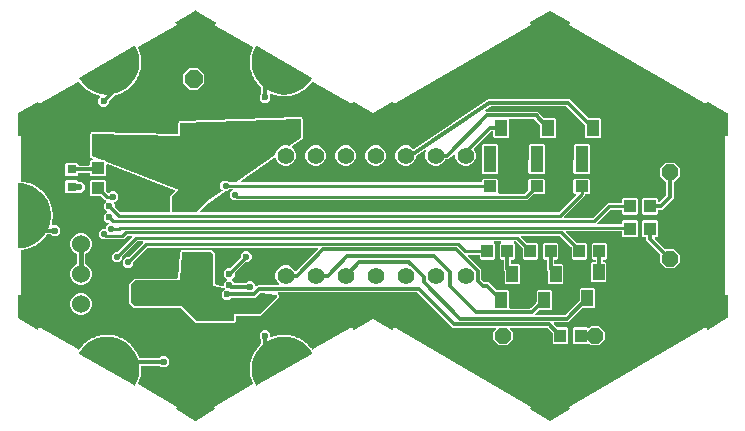
<source format=gbr>
G04 EAGLE Gerber RS-274X export*
G75*
%MOMM*%
%FSLAX34Y34*%
%LPD*%
%INTop Copper*%
%IPPOS*%
%AMOC8*
5,1,8,0,0,1.08239X$1,22.5*%
G01*
%ADD10R,0.800000X0.800000*%
%ADD11C,1.000000*%
%ADD12R,1.000000X1.400000*%
%ADD13C,1.422400*%
%ADD14P,1.649562X8X22.500000*%
%ADD15P,1.429621X8X202.500000*%
%ADD16P,1.429621X8X112.500000*%
%ADD17R,1.100000X1.000000*%
%ADD18R,1.000000X1.100000*%
%ADD19C,1.524000*%
%ADD20C,0.750000*%
%ADD21C,0.254000*%
%ADD22C,0.600000*%
%ADD23C,0.304800*%
%ADD24C,0.406400*%
%ADD25C,0.550000*%

G36*
X150791Y-86377D02*
X150791Y-86377D01*
X150868Y-86378D01*
X150892Y-86369D01*
X150913Y-86367D01*
X150952Y-86347D01*
X151024Y-86320D01*
X167524Y-76820D01*
X167546Y-76801D01*
X167572Y-76789D01*
X167606Y-76751D01*
X167609Y-76749D01*
X167612Y-76745D01*
X167620Y-76736D01*
X167673Y-76689D01*
X167686Y-76663D01*
X167705Y-76641D01*
X167728Y-76574D01*
X167759Y-76509D01*
X167761Y-76480D01*
X167770Y-76453D01*
X167765Y-76382D01*
X167768Y-76311D01*
X167758Y-76284D01*
X167756Y-76255D01*
X167714Y-76164D01*
X167699Y-76124D01*
X167692Y-76116D01*
X167686Y-76104D01*
X166556Y-74467D01*
X282992Y-7244D01*
X283824Y-9001D01*
X283841Y-9024D01*
X283851Y-9051D01*
X283900Y-9103D01*
X283943Y-9160D01*
X283968Y-9175D01*
X283987Y-9195D01*
X284053Y-9224D01*
X284115Y-9260D01*
X284143Y-9264D01*
X284169Y-9275D01*
X284241Y-9276D01*
X284312Y-9285D01*
X284339Y-9278D01*
X284368Y-9278D01*
X284463Y-9243D01*
X284503Y-9232D01*
X284512Y-9225D01*
X284524Y-9220D01*
X301024Y280D01*
X301083Y331D01*
X301145Y377D01*
X301156Y397D01*
X301173Y411D01*
X301207Y482D01*
X301247Y548D01*
X301251Y573D01*
X301259Y591D01*
X301261Y635D01*
X301274Y713D01*
X301274Y19713D01*
X301269Y19740D01*
X301271Y19769D01*
X301249Y19837D01*
X301235Y19907D01*
X301219Y19931D01*
X301210Y19958D01*
X301163Y20012D01*
X301122Y20071D01*
X301098Y20087D01*
X301080Y20108D01*
X301015Y20140D01*
X300955Y20178D01*
X300927Y20183D01*
X300901Y20196D01*
X300800Y20205D01*
X300758Y20211D01*
X300748Y20209D01*
X300735Y20210D01*
X298774Y20054D01*
X298774Y154571D01*
X300735Y154415D01*
X300764Y154418D01*
X300792Y154414D01*
X300861Y154430D01*
X300933Y154439D01*
X300957Y154453D01*
X300985Y154460D01*
X301043Y154502D01*
X301105Y154538D01*
X301122Y154561D01*
X301145Y154577D01*
X301182Y154639D01*
X301225Y154697D01*
X301232Y154724D01*
X301247Y154748D01*
X301263Y154849D01*
X301274Y154889D01*
X301272Y154900D01*
X301274Y154913D01*
X301274Y173913D01*
X301259Y173989D01*
X301250Y174066D01*
X301239Y174086D01*
X301235Y174107D01*
X301191Y174172D01*
X301152Y174239D01*
X301133Y174255D01*
X301122Y174271D01*
X301084Y174295D01*
X301024Y174345D01*
X284524Y183845D01*
X284497Y183854D01*
X284473Y183871D01*
X284403Y183885D01*
X284335Y183908D01*
X284307Y183906D01*
X284279Y183912D01*
X284209Y183898D01*
X284137Y183892D01*
X284112Y183879D01*
X284084Y183874D01*
X284024Y183834D01*
X283961Y183801D01*
X283943Y183778D01*
X283919Y183762D01*
X283861Y183680D01*
X283834Y183647D01*
X283831Y183637D01*
X283824Y183626D01*
X282992Y181869D01*
X166556Y249092D01*
X167686Y250729D01*
X167697Y250756D01*
X167716Y250778D01*
X167736Y250846D01*
X167764Y250912D01*
X167764Y250941D01*
X167772Y250968D01*
X167764Y251040D01*
X167765Y251111D01*
X167753Y251137D01*
X167750Y251166D01*
X167715Y251228D01*
X167687Y251294D01*
X167667Y251314D01*
X167652Y251339D01*
X167575Y251403D01*
X167545Y251433D01*
X167535Y251437D01*
X167524Y251445D01*
X151024Y260945D01*
X150951Y260969D01*
X150881Y261000D01*
X150857Y261001D01*
X150835Y261008D01*
X150759Y261002D01*
X150682Y261003D01*
X150658Y260994D01*
X150637Y260992D01*
X150598Y260972D01*
X150526Y260945D01*
X134026Y251445D01*
X134004Y251426D01*
X133978Y251414D01*
X133930Y251361D01*
X133877Y251314D01*
X133864Y251288D01*
X133845Y251266D01*
X133822Y251199D01*
X133791Y251134D01*
X133790Y251105D01*
X133780Y251078D01*
X133785Y251007D01*
X133782Y250936D01*
X133792Y250909D01*
X133794Y250880D01*
X133836Y250789D01*
X133851Y250749D01*
X133858Y250741D01*
X133864Y250729D01*
X134994Y249092D01*
X18554Y181867D01*
X17727Y183625D01*
X17709Y183648D01*
X17699Y183676D01*
X17650Y183728D01*
X17608Y183785D01*
X17583Y183799D01*
X17563Y183820D01*
X17498Y183849D01*
X17436Y183885D01*
X17407Y183889D01*
X17381Y183900D01*
X17310Y183901D01*
X17239Y183910D01*
X17211Y183903D01*
X17182Y183903D01*
X17089Y183868D01*
X17048Y183857D01*
X17039Y183850D01*
X17026Y183845D01*
X775Y174489D01*
X-15476Y183845D01*
X-15504Y183854D01*
X-15528Y183871D01*
X-15597Y183886D01*
X-15665Y183908D01*
X-15694Y183906D01*
X-15722Y183912D01*
X-15792Y183898D01*
X-15863Y183892D01*
X-15889Y183879D01*
X-15917Y183873D01*
X-15976Y183833D01*
X-16039Y183801D01*
X-16058Y183778D01*
X-16082Y183762D01*
X-16139Y183680D01*
X-16166Y183647D01*
X-16169Y183636D01*
X-16177Y183625D01*
X-17004Y181867D01*
X-49589Y200679D01*
X-49697Y200720D01*
X-49802Y200763D01*
X-49811Y200763D01*
X-49819Y200766D01*
X-49933Y200770D01*
X-50048Y200777D01*
X-50056Y200775D01*
X-50065Y200775D01*
X-50175Y200743D01*
X-50285Y200713D01*
X-50292Y200708D01*
X-50301Y200705D01*
X-50395Y200639D01*
X-50490Y200576D01*
X-50496Y200568D01*
X-50502Y200564D01*
X-50516Y200546D01*
X-50599Y200449D01*
X-50800Y200154D01*
X-50800Y200153D01*
X-50909Y199993D01*
X-50924Y199962D01*
X-50945Y199935D01*
X-50975Y199851D01*
X-51013Y199770D01*
X-51017Y199736D01*
X-51028Y199703D01*
X-51034Y199624D01*
X-51472Y199152D01*
X-51490Y199125D01*
X-51543Y199063D01*
X-51837Y198631D01*
X-51903Y198534D01*
X-51968Y198503D01*
X-52052Y198473D01*
X-52079Y198451D01*
X-52110Y198436D01*
X-52237Y198327D01*
X-53736Y196711D01*
X-53755Y196682D01*
X-53780Y196658D01*
X-53823Y196580D01*
X-53872Y196506D01*
X-53881Y196472D01*
X-53897Y196441D01*
X-53915Y196364D01*
X-54418Y195963D01*
X-54440Y195938D01*
X-54501Y195885D01*
X-54937Y195416D01*
X-55005Y195395D01*
X-55092Y195377D01*
X-55122Y195360D01*
X-55156Y195350D01*
X-55297Y195261D01*
X-57020Y193886D01*
X-57044Y193860D01*
X-57072Y193840D01*
X-57126Y193769D01*
X-57185Y193703D01*
X-57199Y193671D01*
X-57220Y193644D01*
X-57249Y193570D01*
X-57806Y193248D01*
X-57832Y193227D01*
X-57900Y193184D01*
X-58401Y192784D01*
X-58471Y192774D01*
X-58560Y192770D01*
X-58593Y192757D01*
X-58627Y192752D01*
X-58781Y192685D01*
X-60689Y191582D01*
X-60716Y191560D01*
X-60747Y191545D01*
X-60811Y191483D01*
X-60879Y191426D01*
X-60898Y191397D01*
X-60923Y191373D01*
X-60962Y191304D01*
X-61561Y191068D01*
X-61590Y191052D01*
X-61664Y191019D01*
X-62218Y190699D01*
X-62290Y190699D01*
X-62378Y190708D01*
X-62412Y190700D01*
X-62447Y190701D01*
X-62609Y190657D01*
X-64660Y189851D01*
X-64690Y189833D01*
X-64723Y189823D01*
X-64795Y189771D01*
X-64872Y189725D01*
X-64894Y189699D01*
X-64922Y189679D01*
X-64972Y189616D01*
X-65599Y189473D01*
X-65630Y189460D01*
X-65708Y189439D01*
X-66304Y189205D01*
X-66375Y189217D01*
X-66461Y189238D01*
X-66496Y189236D01*
X-66530Y189241D01*
X-66696Y189222D01*
X-68845Y188731D01*
X-68877Y188718D01*
X-68912Y188713D01*
X-68991Y188672D01*
X-69073Y188638D01*
X-69099Y188616D01*
X-69130Y188600D01*
X-69188Y188545D01*
X-69830Y188497D01*
X-69862Y188489D01*
X-69942Y188480D01*
X-70567Y188337D01*
X-70635Y188359D01*
X-70717Y188394D01*
X-70752Y188396D01*
X-70785Y188407D01*
X-70952Y188413D01*
X-73150Y188247D01*
X-73184Y188239D01*
X-73219Y188239D01*
X-73303Y188210D01*
X-73389Y188189D01*
X-73419Y188171D01*
X-73451Y188160D01*
X-73517Y188115D01*
X-74159Y188163D01*
X-74192Y188160D01*
X-74273Y188163D01*
X-74911Y188115D01*
X-74976Y188147D01*
X-75051Y188193D01*
X-75085Y188200D01*
X-75116Y188216D01*
X-75281Y188247D01*
X-77479Y188411D01*
X-77514Y188408D01*
X-77548Y188413D01*
X-77636Y188397D01*
X-77724Y188389D01*
X-77756Y188375D01*
X-77790Y188369D01*
X-77862Y188334D01*
X-78489Y188477D01*
X-78522Y188479D01*
X-78602Y188494D01*
X-79240Y188542D01*
X-79299Y188583D01*
X-79367Y188640D01*
X-79400Y188653D01*
X-79428Y188672D01*
X-79587Y188728D01*
X-80999Y189050D01*
X-81736Y189217D01*
X-81770Y189219D01*
X-81803Y189230D01*
X-81892Y189227D01*
X-81981Y189233D01*
X-82015Y189224D01*
X-82049Y189223D01*
X-82125Y189199D01*
X-82724Y189434D01*
X-82757Y189441D01*
X-82833Y189467D01*
X-83457Y189610D01*
X-83509Y189659D01*
X-83568Y189726D01*
X-83598Y189743D01*
X-83624Y189767D01*
X-83772Y189845D01*
X-85044Y190343D01*
X-85132Y190362D01*
X-85218Y190389D01*
X-85252Y190388D01*
X-85284Y190395D01*
X-85374Y190385D01*
X-85464Y190382D01*
X-85496Y190371D01*
X-85529Y190367D01*
X-85610Y190329D01*
X-85695Y190298D01*
X-85721Y190277D01*
X-85751Y190263D01*
X-85817Y190201D01*
X-85887Y190144D01*
X-85905Y190116D01*
X-85929Y190093D01*
X-85971Y190013D01*
X-86020Y189937D01*
X-86028Y189905D01*
X-86044Y189875D01*
X-86058Y189786D01*
X-86080Y189699D01*
X-86078Y189666D01*
X-86083Y189633D01*
X-86068Y189544D01*
X-86061Y189454D01*
X-86048Y189423D01*
X-86043Y189390D01*
X-86000Y189311D01*
X-85965Y189227D01*
X-85963Y189225D01*
X-85963Y185451D01*
X-88613Y182800D01*
X-92362Y182800D01*
X-95012Y185451D01*
X-95012Y189199D01*
X-93759Y190452D01*
X-93706Y190526D01*
X-93647Y190596D01*
X-93634Y190626D01*
X-93616Y190652D01*
X-93589Y190739D01*
X-93555Y190824D01*
X-93550Y190865D01*
X-93543Y190887D01*
X-93544Y190919D01*
X-93536Y190991D01*
X-93536Y195144D01*
X-93549Y195220D01*
X-93552Y195297D01*
X-93568Y195341D01*
X-93576Y195387D01*
X-93602Y195436D01*
X-93603Y195438D01*
X-93607Y195444D01*
X-93612Y195455D01*
X-93640Y195527D01*
X-93677Y195577D01*
X-93691Y195604D01*
X-93710Y195622D01*
X-93724Y195640D01*
X-93729Y195649D01*
X-93732Y195652D01*
X-93740Y195662D01*
X-93935Y195873D01*
X-93961Y195893D01*
X-94019Y195950D01*
X-94520Y196349D01*
X-94545Y196416D01*
X-94569Y196502D01*
X-94589Y196530D01*
X-94601Y196563D01*
X-94701Y196697D01*
X-96201Y198313D01*
X-96228Y198334D01*
X-96250Y198361D01*
X-96325Y198409D01*
X-96395Y198464D01*
X-96428Y198475D01*
X-96457Y198494D01*
X-96533Y198517D01*
X-96896Y199049D01*
X-96918Y199072D01*
X-96967Y199137D01*
X-97402Y199607D01*
X-97418Y199677D01*
X-97429Y199765D01*
X-97444Y199796D01*
X-97451Y199830D01*
X-97530Y199978D01*
X-98772Y201799D01*
X-98796Y201824D01*
X-98814Y201854D01*
X-98880Y201913D01*
X-98942Y201977D01*
X-98972Y201993D01*
X-98999Y202016D01*
X-99070Y202050D01*
X-99350Y202630D01*
X-99369Y202657D01*
X-99407Y202729D01*
X-99767Y203258D01*
X-99772Y203329D01*
X-99770Y203418D01*
X-99780Y203451D01*
X-99783Y203486D01*
X-99838Y203644D01*
X-100795Y205630D01*
X-100815Y205658D01*
X-100828Y205690D01*
X-100885Y205758D01*
X-100936Y205831D01*
X-100964Y205852D01*
X-100987Y205878D01*
X-101052Y205923D01*
X-101242Y206538D01*
X-101257Y206567D01*
X-101284Y206644D01*
X-101562Y207221D01*
X-101556Y207292D01*
X-101541Y207380D01*
X-101546Y207414D01*
X-101543Y207449D01*
X-101574Y207613D01*
X-102225Y209719D01*
X-102240Y209750D01*
X-102248Y209784D01*
X-102295Y209860D01*
X-102334Y209939D01*
X-102359Y209964D01*
X-102377Y209994D01*
X-102435Y210047D01*
X-102532Y210684D01*
X-102542Y210715D01*
X-102557Y210795D01*
X-102746Y211407D01*
X-102729Y211476D01*
X-102701Y211561D01*
X-102701Y211595D01*
X-102693Y211629D01*
X-102700Y211797D01*
X-103029Y213976D01*
X-103040Y214009D01*
X-103042Y214044D01*
X-103077Y214126D01*
X-103104Y214210D01*
X-103125Y214238D01*
X-103139Y214270D01*
X-103188Y214332D01*
X-103188Y214976D01*
X-103190Y214985D01*
X-103189Y214990D01*
X-103194Y215010D01*
X-103197Y215089D01*
X-103293Y215722D01*
X-103266Y215789D01*
X-103225Y215868D01*
X-103220Y215902D01*
X-103207Y215934D01*
X-103189Y216101D01*
X-103190Y218305D01*
X-103195Y218340D01*
X-103193Y218374D01*
X-103215Y218460D01*
X-103229Y218548D01*
X-103246Y218579D01*
X-103254Y218612D01*
X-103294Y218681D01*
X-103198Y219317D01*
X-103199Y219350D01*
X-103190Y219431D01*
X-103190Y220071D01*
X-103154Y220133D01*
X-103102Y220205D01*
X-103092Y220238D01*
X-103074Y220268D01*
X-103031Y220430D01*
X-102703Y222610D01*
X-102704Y222645D01*
X-102696Y222679D01*
X-102705Y222767D01*
X-102706Y222856D01*
X-102718Y222889D01*
X-102721Y222923D01*
X-102751Y222997D01*
X-102561Y223612D01*
X-102557Y223645D01*
X-102536Y223723D01*
X-102441Y224356D01*
X-102395Y224412D01*
X-102333Y224476D01*
X-102318Y224507D01*
X-102296Y224534D01*
X-102230Y224688D01*
X-101581Y226794D01*
X-101576Y226829D01*
X-101563Y226861D01*
X-101559Y226950D01*
X-101547Y227038D01*
X-101554Y227072D01*
X-101552Y227107D01*
X-101570Y227184D01*
X-101291Y227764D01*
X-101281Y227796D01*
X-101249Y227870D01*
X-101061Y228482D01*
X-101008Y228530D01*
X-100937Y228584D01*
X-100917Y228613D01*
X-100892Y228636D01*
X-100803Y228778D01*
X-100556Y229291D01*
X-100524Y229400D01*
X-100489Y229509D01*
X-100489Y229518D01*
X-100487Y229527D01*
X-100491Y229641D01*
X-100493Y229755D01*
X-100496Y229764D01*
X-100496Y229773D01*
X-100537Y229880D01*
X-100575Y229987D01*
X-100580Y229994D01*
X-100583Y230003D01*
X-100656Y230091D01*
X-100726Y230181D01*
X-100735Y230187D01*
X-100739Y230193D01*
X-100759Y230205D01*
X-100861Y230280D01*
X-133444Y249092D01*
X-132314Y250729D01*
X-132303Y250756D01*
X-132284Y250778D01*
X-132264Y250846D01*
X-132236Y250912D01*
X-132236Y250941D01*
X-132228Y250968D01*
X-132236Y251040D01*
X-132236Y251111D01*
X-132247Y251137D01*
X-132250Y251166D01*
X-132285Y251228D01*
X-132313Y251294D01*
X-132333Y251314D01*
X-132348Y251339D01*
X-132425Y251403D01*
X-132455Y251433D01*
X-132465Y251437D01*
X-132476Y251445D01*
X-148976Y260945D01*
X-149049Y260969D01*
X-149119Y261000D01*
X-149143Y261001D01*
X-149165Y261008D01*
X-149241Y261002D01*
X-149318Y261003D01*
X-149342Y260994D01*
X-149363Y260992D01*
X-149402Y260972D01*
X-149474Y260945D01*
X-165974Y251445D01*
X-165996Y251426D01*
X-166022Y251414D01*
X-166070Y251361D01*
X-166123Y251314D01*
X-166136Y251288D01*
X-166155Y251266D01*
X-166178Y251199D01*
X-166209Y251134D01*
X-166211Y251105D01*
X-166220Y251078D01*
X-166215Y251007D01*
X-166218Y250936D01*
X-166208Y250909D01*
X-166206Y250880D01*
X-166164Y250789D01*
X-166149Y250749D01*
X-166142Y250741D01*
X-166136Y250729D01*
X-165006Y249092D01*
X-197589Y230280D01*
X-197678Y230207D01*
X-197767Y230138D01*
X-197772Y230130D01*
X-197779Y230125D01*
X-197840Y230027D01*
X-197903Y229932D01*
X-197905Y229924D01*
X-197910Y229916D01*
X-197937Y229805D01*
X-197966Y229695D01*
X-197965Y229686D01*
X-197967Y229677D01*
X-197957Y229563D01*
X-197950Y229449D01*
X-197946Y229439D01*
X-197945Y229432D01*
X-197936Y229411D01*
X-197894Y229291D01*
X-197647Y228778D01*
X-197627Y228750D01*
X-197615Y228718D01*
X-197557Y228649D01*
X-197506Y228577D01*
X-197478Y228556D01*
X-197456Y228530D01*
X-197390Y228485D01*
X-197201Y227870D01*
X-197186Y227840D01*
X-197159Y227764D01*
X-196882Y227187D01*
X-196888Y227115D01*
X-196903Y227028D01*
X-196898Y226994D01*
X-196901Y226959D01*
X-196869Y226794D01*
X-196220Y224688D01*
X-196205Y224657D01*
X-196197Y224623D01*
X-196151Y224547D01*
X-196111Y224467D01*
X-196086Y224443D01*
X-196068Y224413D01*
X-196010Y224360D01*
X-195914Y223723D01*
X-195904Y223692D01*
X-195889Y223612D01*
X-195700Y223000D01*
X-195717Y222930D01*
X-195745Y222846D01*
X-195745Y222811D01*
X-195753Y222778D01*
X-195747Y222610D01*
X-195419Y220430D01*
X-195408Y220397D01*
X-195406Y220363D01*
X-195371Y220281D01*
X-195344Y220196D01*
X-195323Y220168D01*
X-195309Y220136D01*
X-195260Y220074D01*
X-195260Y219431D01*
X-195255Y219398D01*
X-195252Y219317D01*
X-195156Y218684D01*
X-195183Y218617D01*
X-195224Y218538D01*
X-195229Y218504D01*
X-195242Y218472D01*
X-195260Y218305D01*
X-195261Y216101D01*
X-195256Y216067D01*
X-195258Y216032D01*
X-195236Y215946D01*
X-195222Y215858D01*
X-195205Y215828D01*
X-195197Y215794D01*
X-195157Y215726D01*
X-195253Y215089D01*
X-195253Y215056D01*
X-195262Y214976D01*
X-195262Y214335D01*
X-195298Y214273D01*
X-195350Y214201D01*
X-195360Y214168D01*
X-195378Y214138D01*
X-195421Y213976D01*
X-195750Y211797D01*
X-195750Y211762D01*
X-195758Y211728D01*
X-195748Y211640D01*
X-195747Y211551D01*
X-195736Y211518D01*
X-195732Y211484D01*
X-195703Y211410D01*
X-195893Y210795D01*
X-195898Y210762D01*
X-195918Y210684D01*
X-196014Y210051D01*
X-196059Y209995D01*
X-196121Y209931D01*
X-196136Y209900D01*
X-196158Y209873D01*
X-196225Y209719D01*
X-196876Y207613D01*
X-196880Y207579D01*
X-196893Y207547D01*
X-196897Y207458D01*
X-196909Y207370D01*
X-196903Y207336D01*
X-196904Y207301D01*
X-196887Y207224D01*
X-197166Y206644D01*
X-197175Y206612D01*
X-197208Y206538D01*
X-197397Y205926D01*
X-197450Y205878D01*
X-197521Y205824D01*
X-197540Y205795D01*
X-197566Y205772D01*
X-197655Y205630D01*
X-198612Y203644D01*
X-198621Y203611D01*
X-198639Y203581D01*
X-198656Y203494D01*
X-198681Y203408D01*
X-198680Y203374D01*
X-198687Y203340D01*
X-198681Y203261D01*
X-199043Y202729D01*
X-199057Y202699D01*
X-199100Y202630D01*
X-199378Y202053D01*
X-199438Y202014D01*
X-199516Y201971D01*
X-199540Y201946D01*
X-199569Y201926D01*
X-199678Y201799D01*
X-200800Y200154D01*
X-200801Y200154D01*
X-200801Y200153D01*
X-200920Y199978D01*
X-200935Y199947D01*
X-200956Y199920D01*
X-200986Y199836D01*
X-201024Y199755D01*
X-201028Y199721D01*
X-201040Y199688D01*
X-201045Y199609D01*
X-201483Y199137D01*
X-201502Y199110D01*
X-201554Y199049D01*
X-201839Y198631D01*
X-201915Y198520D01*
X-201980Y198489D01*
X-202064Y198459D01*
X-202091Y198437D01*
X-202122Y198422D01*
X-202249Y198313D01*
X-203749Y196697D01*
X-203768Y196668D01*
X-203793Y196645D01*
X-203836Y196567D01*
X-203885Y196492D01*
X-203894Y196459D01*
X-203910Y196428D01*
X-203928Y196351D01*
X-204431Y195950D01*
X-204454Y195925D01*
X-204515Y195873D01*
X-204950Y195403D01*
X-205019Y195383D01*
X-205106Y195365D01*
X-205136Y195348D01*
X-205170Y195338D01*
X-205312Y195248D01*
X-207035Y193875D01*
X-207058Y193849D01*
X-207087Y193829D01*
X-207141Y193758D01*
X-207200Y193692D01*
X-207214Y193661D01*
X-207235Y193633D01*
X-207264Y193559D01*
X-207821Y193237D01*
X-207847Y193216D01*
X-207915Y193173D01*
X-208416Y192774D01*
X-208487Y192764D01*
X-208576Y192760D01*
X-208608Y192747D01*
X-208643Y192742D01*
X-208796Y192675D01*
X-210706Y191573D01*
X-210732Y191552D01*
X-210764Y191536D01*
X-210827Y191474D01*
X-210896Y191418D01*
X-210914Y191388D01*
X-210939Y191364D01*
X-210979Y191295D01*
X-211578Y191060D01*
X-211606Y191043D01*
X-211680Y191011D01*
X-212235Y190691D01*
X-212307Y190692D01*
X-212395Y190700D01*
X-212429Y190693D01*
X-212464Y190693D01*
X-212626Y190649D01*
X-214678Y189845D01*
X-214708Y189827D01*
X-214741Y189817D01*
X-214813Y189765D01*
X-214889Y189719D01*
X-214912Y189693D01*
X-214940Y189673D01*
X-214989Y189610D01*
X-215617Y189467D01*
X-215648Y189455D01*
X-215726Y189434D01*
X-216322Y189200D01*
X-216393Y189212D01*
X-216479Y189233D01*
X-216513Y189231D01*
X-216548Y189236D01*
X-216714Y189217D01*
X-217691Y188995D01*
X-217697Y188992D01*
X-217703Y188992D01*
X-217810Y188946D01*
X-217919Y188902D01*
X-217924Y188898D01*
X-217929Y188896D01*
X-218060Y188791D01*
X-222265Y184586D01*
X-222318Y184512D01*
X-222377Y184443D01*
X-222390Y184413D01*
X-222408Y184386D01*
X-222435Y184299D01*
X-222469Y184215D01*
X-222474Y184174D01*
X-222481Y184151D01*
X-222480Y184119D01*
X-222488Y184048D01*
X-222488Y182276D01*
X-225138Y179625D01*
X-228887Y179625D01*
X-231537Y182276D01*
X-231537Y186024D01*
X-229948Y187613D01*
X-229884Y187702D01*
X-229817Y187788D01*
X-229813Y187802D01*
X-229805Y187813D01*
X-229772Y187917D01*
X-229736Y188021D01*
X-229736Y188035D01*
X-229732Y188048D01*
X-229735Y188158D01*
X-229734Y188267D01*
X-229738Y188280D01*
X-229739Y188294D01*
X-229776Y188397D01*
X-229810Y188501D01*
X-229818Y188512D01*
X-229823Y188525D01*
X-229891Y188610D01*
X-229956Y188698D01*
X-229968Y188706D01*
X-229977Y188717D01*
X-230069Y188776D01*
X-230158Y188839D01*
X-230174Y188844D01*
X-230184Y188850D01*
X-230212Y188857D01*
X-230317Y188894D01*
X-230998Y189049D01*
X-230998Y189050D01*
X-231754Y189222D01*
X-231788Y189224D01*
X-231821Y189234D01*
X-231910Y189232D01*
X-231999Y189238D01*
X-232033Y189229D01*
X-232067Y189228D01*
X-232143Y189204D01*
X-232742Y189439D01*
X-232774Y189446D01*
X-232851Y189473D01*
X-233475Y189616D01*
X-233527Y189665D01*
X-233586Y189732D01*
X-233616Y189749D01*
X-233641Y189773D01*
X-233790Y189851D01*
X-235841Y190657D01*
X-235875Y190664D01*
X-235906Y190679D01*
X-235995Y190690D01*
X-236082Y190709D01*
X-236116Y190705D01*
X-236151Y190709D01*
X-236229Y190697D01*
X-236786Y191019D01*
X-236817Y191031D01*
X-236889Y191068D01*
X-237485Y191303D01*
X-237529Y191359D01*
X-237577Y191434D01*
X-237604Y191455D01*
X-237626Y191483D01*
X-237761Y191582D01*
X-239669Y192685D01*
X-239702Y192697D01*
X-239731Y192717D01*
X-239816Y192740D01*
X-239899Y192772D01*
X-239934Y192773D01*
X-239968Y192782D01*
X-240047Y192782D01*
X-240550Y193184D01*
X-240579Y193200D01*
X-240644Y193248D01*
X-241198Y193568D01*
X-241234Y193631D01*
X-241270Y193712D01*
X-241294Y193737D01*
X-241311Y193767D01*
X-241430Y193886D01*
X-243153Y195261D01*
X-243183Y195278D01*
X-243208Y195301D01*
X-243289Y195337D01*
X-243367Y195381D01*
X-243401Y195387D01*
X-243433Y195402D01*
X-243511Y195413D01*
X-243949Y195885D01*
X-243975Y195905D01*
X-244032Y195963D01*
X-244533Y196362D01*
X-244558Y196429D01*
X-244582Y196515D01*
X-244602Y196543D01*
X-244614Y196576D01*
X-244714Y196711D01*
X-246213Y198327D01*
X-246240Y198348D01*
X-246262Y198375D01*
X-246337Y198423D01*
X-246407Y198478D01*
X-246440Y198489D01*
X-246469Y198508D01*
X-246545Y198531D01*
X-246907Y199063D01*
X-246930Y199087D01*
X-246978Y199152D01*
X-247414Y199622D01*
X-247429Y199692D01*
X-247440Y199780D01*
X-247455Y199811D01*
X-247462Y199845D01*
X-247541Y199993D01*
X-247851Y200449D01*
X-247930Y200531D01*
X-248007Y200616D01*
X-248015Y200620D01*
X-248021Y200627D01*
X-248122Y200680D01*
X-248222Y200736D01*
X-248230Y200738D01*
X-248238Y200742D01*
X-248351Y200760D01*
X-248464Y200781D01*
X-248472Y200780D01*
X-248481Y200781D01*
X-248594Y200763D01*
X-248707Y200747D01*
X-248717Y200742D01*
X-248724Y200741D01*
X-248744Y200731D01*
X-248861Y200679D01*
X-281440Y181870D01*
X-282292Y183666D01*
X-282310Y183689D01*
X-282320Y183716D01*
X-282369Y183768D01*
X-282412Y183825D01*
X-282437Y183840D01*
X-282457Y183861D01*
X-282522Y183889D01*
X-282584Y183925D01*
X-282612Y183929D01*
X-282639Y183940D01*
X-282710Y183941D01*
X-282781Y183950D01*
X-282809Y183942D01*
X-282838Y183942D01*
X-282931Y183907D01*
X-282972Y183896D01*
X-282981Y183889D01*
X-282994Y183884D01*
X-299471Y174345D01*
X-299528Y174293D01*
X-299590Y174248D01*
X-299602Y174228D01*
X-299620Y174213D01*
X-299653Y174143D01*
X-299692Y174077D01*
X-299696Y174052D01*
X-299705Y174033D01*
X-299707Y173989D01*
X-299720Y173913D01*
X-299743Y154874D01*
X-299737Y154845D01*
X-299739Y154816D01*
X-299717Y154749D01*
X-299703Y154679D01*
X-299687Y154655D01*
X-299678Y154627D01*
X-299631Y154573D01*
X-299591Y154515D01*
X-299567Y154499D01*
X-299548Y154477D01*
X-299483Y154446D01*
X-299423Y154407D01*
X-299395Y154403D01*
X-299369Y154390D01*
X-299269Y154381D01*
X-299227Y154374D01*
X-299217Y154377D01*
X-299203Y154375D01*
X-297224Y154535D01*
X-297224Y116899D01*
X-297206Y116787D01*
X-297190Y116673D01*
X-297186Y116665D01*
X-297185Y116657D01*
X-297131Y116556D01*
X-297080Y116453D01*
X-297074Y116447D01*
X-297069Y116439D01*
X-296987Y116361D01*
X-296905Y116280D01*
X-296897Y116276D01*
X-296891Y116270D01*
X-296787Y116222D01*
X-296685Y116171D01*
X-296674Y116169D01*
X-296668Y116166D01*
X-296645Y116164D01*
X-296520Y116140D01*
X-295964Y116098D01*
X-295929Y116102D01*
X-295895Y116096D01*
X-295807Y116112D01*
X-295719Y116120D01*
X-295687Y116134D01*
X-295653Y116140D01*
X-295581Y116175D01*
X-294954Y116031D01*
X-294921Y116029D01*
X-294841Y116014D01*
X-294203Y115967D01*
X-294144Y115926D01*
X-294076Y115868D01*
X-294043Y115856D01*
X-294015Y115836D01*
X-293857Y115781D01*
X-291710Y115291D01*
X-291675Y115289D01*
X-291642Y115279D01*
X-291553Y115281D01*
X-291464Y115276D01*
X-291431Y115285D01*
X-291396Y115286D01*
X-291320Y115309D01*
X-290721Y115074D01*
X-290689Y115067D01*
X-290613Y115041D01*
X-289988Y114898D01*
X-289936Y114849D01*
X-289877Y114782D01*
X-289847Y114765D01*
X-289822Y114741D01*
X-289674Y114663D01*
X-287624Y113858D01*
X-287590Y113851D01*
X-287559Y113836D01*
X-287470Y113825D01*
X-287383Y113807D01*
X-287349Y113811D01*
X-287315Y113806D01*
X-287236Y113818D01*
X-286679Y113496D01*
X-286648Y113485D01*
X-286576Y113447D01*
X-285980Y113213D01*
X-285936Y113157D01*
X-285888Y113082D01*
X-285860Y113060D01*
X-285839Y113033D01*
X-285704Y112934D01*
X-283797Y111833D01*
X-283765Y111821D01*
X-283736Y111801D01*
X-283650Y111777D01*
X-283567Y111746D01*
X-283532Y111745D01*
X-283499Y111735D01*
X-283419Y111735D01*
X-282916Y111334D01*
X-282887Y111318D01*
X-282822Y111270D01*
X-282268Y110950D01*
X-282232Y110887D01*
X-282196Y110806D01*
X-282172Y110781D01*
X-282155Y110751D01*
X-282036Y110632D01*
X-280315Y109260D01*
X-280285Y109243D01*
X-280259Y109219D01*
X-280178Y109183D01*
X-280100Y109139D01*
X-280066Y109133D01*
X-280034Y109119D01*
X-279956Y109107D01*
X-279518Y108635D01*
X-279492Y108615D01*
X-279435Y108558D01*
X-278934Y108158D01*
X-278908Y108092D01*
X-278884Y108006D01*
X-278865Y107977D01*
X-278852Y107945D01*
X-278753Y107810D01*
X-277255Y106196D01*
X-277228Y106175D01*
X-277206Y106148D01*
X-277131Y106100D01*
X-277061Y106045D01*
X-277028Y106034D01*
X-276999Y106015D01*
X-276923Y105992D01*
X-276560Y105460D01*
X-276538Y105436D01*
X-276489Y105371D01*
X-276054Y104901D01*
X-276038Y104831D01*
X-276027Y104743D01*
X-276012Y104712D01*
X-276005Y104678D01*
X-275926Y104530D01*
X-274686Y102711D01*
X-274662Y102685D01*
X-274644Y102655D01*
X-274578Y102597D01*
X-274516Y102532D01*
X-274486Y102516D01*
X-274460Y102493D01*
X-274388Y102459D01*
X-274109Y101879D01*
X-274090Y101852D01*
X-274052Y101781D01*
X-273691Y101251D01*
X-273686Y101180D01*
X-273689Y101091D01*
X-273678Y101058D01*
X-273676Y101023D01*
X-273620Y100865D01*
X-272665Y98881D01*
X-272645Y98853D01*
X-272632Y98821D01*
X-272581Y98760D01*
X-272575Y98750D01*
X-272570Y98745D01*
X-272524Y98680D01*
X-272496Y98659D01*
X-272474Y98633D01*
X-272408Y98588D01*
X-272218Y97973D01*
X-272203Y97943D01*
X-272177Y97867D01*
X-271899Y97290D01*
X-271905Y97219D01*
X-271920Y97131D01*
X-271915Y97097D01*
X-271918Y97062D01*
X-271886Y96898D01*
X-271237Y94793D01*
X-271222Y94762D01*
X-271214Y94729D01*
X-271168Y94653D01*
X-271128Y94573D01*
X-271103Y94549D01*
X-271085Y94519D01*
X-271027Y94465D01*
X-270931Y93829D01*
X-270921Y93797D01*
X-270906Y93718D01*
X-270717Y93106D01*
X-270733Y93036D01*
X-270762Y92952D01*
X-270762Y92917D01*
X-270770Y92883D01*
X-270763Y92716D01*
X-270435Y90538D01*
X-270424Y90505D01*
X-270422Y90471D01*
X-270387Y90389D01*
X-270360Y90304D01*
X-270339Y90276D01*
X-270325Y90245D01*
X-270276Y90183D01*
X-270276Y89539D01*
X-270270Y89506D01*
X-270267Y89426D01*
X-270172Y88792D01*
X-270199Y88726D01*
X-270239Y88647D01*
X-270244Y88612D01*
X-270257Y88580D01*
X-270276Y88413D01*
X-270276Y86212D01*
X-270270Y86177D01*
X-270273Y86143D01*
X-270250Y86057D01*
X-270236Y85969D01*
X-270220Y85938D01*
X-270211Y85905D01*
X-270171Y85836D01*
X-270267Y85199D01*
X-270267Y85166D01*
X-270276Y85086D01*
X-270276Y84446D01*
X-270312Y84384D01*
X-270364Y84312D01*
X-270374Y84279D01*
X-270392Y84249D01*
X-270435Y84087D01*
X-270763Y81909D01*
X-270763Y81874D01*
X-270770Y81841D01*
X-270761Y81752D01*
X-270760Y81663D01*
X-270749Y81630D01*
X-270745Y81596D01*
X-270716Y81522D01*
X-270906Y80907D01*
X-270910Y80874D01*
X-270931Y80796D01*
X-271049Y80012D01*
X-271048Y79935D01*
X-271057Y79859D01*
X-271047Y79813D01*
X-271046Y79766D01*
X-271021Y79693D01*
X-271004Y79619D01*
X-270980Y79578D01*
X-270965Y79534D01*
X-270917Y79473D01*
X-270878Y79408D01*
X-270842Y79377D01*
X-270813Y79340D01*
X-270749Y79297D01*
X-270691Y79248D01*
X-270648Y79230D01*
X-270608Y79204D01*
X-270534Y79184D01*
X-270463Y79156D01*
X-270400Y79149D01*
X-270371Y79141D01*
X-270344Y79143D01*
X-270296Y79137D01*
X-266413Y79137D01*
X-263763Y76487D01*
X-263763Y72738D01*
X-266413Y70088D01*
X-270162Y70088D01*
X-271415Y71341D01*
X-271489Y71394D01*
X-271558Y71453D01*
X-271588Y71466D01*
X-271615Y71484D01*
X-271701Y71511D01*
X-271786Y71545D01*
X-271827Y71550D01*
X-271850Y71557D01*
X-271882Y71556D01*
X-271953Y71564D01*
X-274523Y71564D01*
X-274561Y71557D01*
X-274601Y71560D01*
X-274682Y71538D01*
X-274765Y71524D01*
X-274800Y71506D01*
X-274838Y71495D01*
X-274908Y71448D01*
X-274983Y71409D01*
X-275010Y71380D01*
X-275042Y71359D01*
X-275152Y71231D01*
X-275486Y70741D01*
X-275926Y70095D01*
X-275941Y70064D01*
X-275962Y70037D01*
X-275993Y69953D01*
X-276030Y69872D01*
X-276034Y69838D01*
X-276046Y69805D01*
X-276052Y69726D01*
X-276489Y69254D01*
X-276508Y69227D01*
X-276560Y69165D01*
X-276921Y68636D01*
X-276986Y68606D01*
X-277069Y68575D01*
X-277097Y68554D01*
X-277128Y68539D01*
X-277255Y68429D01*
X-278753Y66815D01*
X-278772Y66786D01*
X-278797Y66762D01*
X-278839Y66684D01*
X-278889Y66610D01*
X-278897Y66577D01*
X-278914Y66546D01*
X-278931Y66469D01*
X-279435Y66067D01*
X-279457Y66043D01*
X-279518Y65990D01*
X-279954Y65520D01*
X-280022Y65500D01*
X-280110Y65482D01*
X-280140Y65465D01*
X-280173Y65455D01*
X-280315Y65366D01*
X-282036Y63993D01*
X-282059Y63967D01*
X-282088Y63947D01*
X-282142Y63876D01*
X-282201Y63810D01*
X-282215Y63778D01*
X-282236Y63751D01*
X-282265Y63677D01*
X-282822Y63355D01*
X-282848Y63334D01*
X-282877Y63316D01*
X-282893Y63307D01*
X-282897Y63303D01*
X-282916Y63291D01*
X-283417Y62892D01*
X-283488Y62882D01*
X-283577Y62877D01*
X-283609Y62864D01*
X-283643Y62860D01*
X-283797Y62792D01*
X-285704Y61691D01*
X-285731Y61669D01*
X-285762Y61654D01*
X-285826Y61592D01*
X-285894Y61535D01*
X-285913Y61506D01*
X-285937Y61482D01*
X-285977Y61413D01*
X-286576Y61178D01*
X-286604Y61161D01*
X-286679Y61129D01*
X-287233Y60808D01*
X-287305Y60809D01*
X-287393Y60818D01*
X-287427Y60810D01*
X-287462Y60810D01*
X-287624Y60767D01*
X-289674Y59962D01*
X-289703Y59944D01*
X-289736Y59934D01*
X-289808Y59882D01*
X-289885Y59837D01*
X-289908Y59810D01*
X-289936Y59790D01*
X-289985Y59728D01*
X-290613Y59584D01*
X-290643Y59572D01*
X-290721Y59551D01*
X-291317Y59317D01*
X-291388Y59328D01*
X-291474Y59350D01*
X-291509Y59348D01*
X-291543Y59353D01*
X-291710Y59334D01*
X-293857Y58844D01*
X-293889Y58831D01*
X-293923Y58826D01*
X-294002Y58785D01*
X-294084Y58751D01*
X-294111Y58729D01*
X-294141Y58713D01*
X-294199Y58659D01*
X-294841Y58611D01*
X-294873Y58603D01*
X-294954Y58594D01*
X-295578Y58451D01*
X-295647Y58473D01*
X-295729Y58507D01*
X-295763Y58510D01*
X-295796Y58521D01*
X-295964Y58526D01*
X-296520Y58485D01*
X-296631Y58458D01*
X-296743Y58434D01*
X-296750Y58429D01*
X-296759Y58427D01*
X-296856Y58366D01*
X-296954Y58307D01*
X-296960Y58301D01*
X-296967Y58296D01*
X-297039Y58208D01*
X-297114Y58121D01*
X-297117Y58112D01*
X-297123Y58106D01*
X-297163Y57999D01*
X-297206Y57892D01*
X-297207Y57882D01*
X-297209Y57875D01*
X-297210Y57852D01*
X-297224Y57726D01*
X-297224Y20090D01*
X-299203Y20250D01*
X-299232Y20246D01*
X-299260Y20251D01*
X-299330Y20234D01*
X-299401Y20226D01*
X-299426Y20211D01*
X-299454Y20205D01*
X-299511Y20162D01*
X-299573Y20127D01*
X-299591Y20104D01*
X-299614Y20087D01*
X-299650Y20025D01*
X-299693Y19968D01*
X-299700Y19940D01*
X-299715Y19915D01*
X-299732Y19817D01*
X-299742Y19776D01*
X-299740Y19765D01*
X-299743Y19751D01*
X-299720Y712D01*
X-299704Y637D01*
X-299696Y560D01*
X-299685Y540D01*
X-299680Y517D01*
X-299636Y454D01*
X-299599Y387D01*
X-299579Y370D01*
X-299567Y353D01*
X-299530Y329D01*
X-299471Y280D01*
X-282994Y-9259D01*
X-282966Y-9268D01*
X-282942Y-9285D01*
X-282873Y-9300D01*
X-282805Y-9322D01*
X-282776Y-9320D01*
X-282748Y-9326D01*
X-282678Y-9313D01*
X-282607Y-9307D01*
X-282581Y-9294D01*
X-282553Y-9288D01*
X-282493Y-9248D01*
X-282430Y-9216D01*
X-282412Y-9193D01*
X-282388Y-9177D01*
X-282330Y-9095D01*
X-282303Y-9063D01*
X-282300Y-9052D01*
X-282292Y-9041D01*
X-281440Y-7245D01*
X-248861Y-26054D01*
X-248753Y-26095D01*
X-248648Y-26138D01*
X-248639Y-26138D01*
X-248631Y-26141D01*
X-248517Y-26145D01*
X-248402Y-26152D01*
X-248394Y-26150D01*
X-248385Y-26150D01*
X-248275Y-26118D01*
X-248165Y-26088D01*
X-248158Y-26083D01*
X-248149Y-26080D01*
X-248055Y-26014D01*
X-247960Y-25951D01*
X-247954Y-25943D01*
X-247948Y-25939D01*
X-247934Y-25921D01*
X-247851Y-25824D01*
X-247541Y-25368D01*
X-247526Y-25337D01*
X-247505Y-25310D01*
X-247475Y-25226D01*
X-247437Y-25145D01*
X-247433Y-25111D01*
X-247422Y-25078D01*
X-247416Y-24999D01*
X-246978Y-24527D01*
X-246960Y-24500D01*
X-246907Y-24438D01*
X-246547Y-23909D01*
X-246482Y-23878D01*
X-246398Y-23848D01*
X-246371Y-23826D01*
X-246340Y-23811D01*
X-246213Y-23702D01*
X-244714Y-22086D01*
X-244695Y-22057D01*
X-244670Y-22033D01*
X-244628Y-21955D01*
X-244578Y-21881D01*
X-244569Y-21847D01*
X-244553Y-21816D01*
X-244535Y-21739D01*
X-244032Y-21338D01*
X-244010Y-21313D01*
X-243949Y-21260D01*
X-243513Y-20791D01*
X-243445Y-20770D01*
X-243358Y-20752D01*
X-243328Y-20735D01*
X-243294Y-20725D01*
X-243153Y-20636D01*
X-241430Y-19261D01*
X-241406Y-19235D01*
X-241378Y-19215D01*
X-241324Y-19144D01*
X-241265Y-19078D01*
X-241251Y-19046D01*
X-241230Y-19019D01*
X-241201Y-18945D01*
X-240644Y-18623D01*
X-240618Y-18602D01*
X-240550Y-18559D01*
X-240049Y-18159D01*
X-239979Y-18149D01*
X-239890Y-18145D01*
X-239857Y-18132D01*
X-239823Y-18127D01*
X-239669Y-18060D01*
X-237761Y-16957D01*
X-237734Y-16935D01*
X-237703Y-16920D01*
X-237640Y-16858D01*
X-237571Y-16801D01*
X-237552Y-16772D01*
X-237527Y-16748D01*
X-237488Y-16679D01*
X-236889Y-16443D01*
X-236860Y-16427D01*
X-236786Y-16394D01*
X-236232Y-16074D01*
X-236160Y-16074D01*
X-236072Y-16083D01*
X-236038Y-16075D01*
X-236003Y-16076D01*
X-235841Y-16032D01*
X-233790Y-15226D01*
X-233760Y-15208D01*
X-233727Y-15198D01*
X-233655Y-15146D01*
X-233578Y-15100D01*
X-233556Y-15074D01*
X-233528Y-15054D01*
X-233478Y-14991D01*
X-232851Y-14848D01*
X-232820Y-14835D01*
X-232742Y-14814D01*
X-232146Y-14580D01*
X-232075Y-14592D01*
X-231989Y-14613D01*
X-231954Y-14611D01*
X-231920Y-14616D01*
X-231754Y-14597D01*
X-229605Y-14106D01*
X-229573Y-14093D01*
X-229538Y-14088D01*
X-229459Y-14047D01*
X-229377Y-14013D01*
X-229351Y-13991D01*
X-229320Y-13975D01*
X-229262Y-13920D01*
X-228620Y-13872D01*
X-228588Y-13864D01*
X-228508Y-13855D01*
X-227883Y-13712D01*
X-227815Y-13734D01*
X-227733Y-13769D01*
X-227698Y-13771D01*
X-227665Y-13782D01*
X-227498Y-13788D01*
X-225300Y-13622D01*
X-225266Y-13614D01*
X-225231Y-13614D01*
X-225147Y-13585D01*
X-225061Y-13564D01*
X-225031Y-13546D01*
X-224999Y-13535D01*
X-224933Y-13490D01*
X-224291Y-13538D01*
X-224258Y-13535D01*
X-224177Y-13538D01*
X-223539Y-13490D01*
X-223474Y-13522D01*
X-223399Y-13568D01*
X-223365Y-13575D01*
X-223334Y-13591D01*
X-223169Y-13622D01*
X-220971Y-13786D01*
X-220936Y-13783D01*
X-220902Y-13788D01*
X-220814Y-13772D01*
X-220726Y-13764D01*
X-220694Y-13750D01*
X-220660Y-13744D01*
X-220588Y-13709D01*
X-219961Y-13852D01*
X-219928Y-13854D01*
X-219848Y-13869D01*
X-219210Y-13917D01*
X-219151Y-13958D01*
X-219083Y-14015D01*
X-219050Y-14028D01*
X-219022Y-14047D01*
X-218863Y-14103D01*
X-218579Y-14167D01*
X-216714Y-14592D01*
X-216680Y-14594D01*
X-216647Y-14605D01*
X-216558Y-14602D01*
X-216469Y-14608D01*
X-216435Y-14599D01*
X-216401Y-14598D01*
X-216325Y-14574D01*
X-215726Y-14809D01*
X-215693Y-14816D01*
X-215617Y-14842D01*
X-215239Y-14929D01*
X-214993Y-14985D01*
X-214941Y-15034D01*
X-214882Y-15101D01*
X-214852Y-15118D01*
X-214826Y-15142D01*
X-214678Y-15220D01*
X-212626Y-16024D01*
X-212592Y-16032D01*
X-212561Y-16047D01*
X-212472Y-16057D01*
X-212385Y-16076D01*
X-212351Y-16072D01*
X-212316Y-16076D01*
X-212238Y-16064D01*
X-211680Y-16386D01*
X-211650Y-16398D01*
X-211578Y-16435D01*
X-210982Y-16669D01*
X-210938Y-16725D01*
X-210889Y-16800D01*
X-210862Y-16822D01*
X-210841Y-16849D01*
X-210706Y-16948D01*
X-208796Y-18050D01*
X-208764Y-18062D01*
X-208735Y-18082D01*
X-208649Y-18105D01*
X-208566Y-18137D01*
X-208532Y-18138D01*
X-208498Y-18147D01*
X-208419Y-18147D01*
X-207915Y-18548D01*
X-207887Y-18564D01*
X-207821Y-18612D01*
X-207267Y-18932D01*
X-207231Y-18995D01*
X-207195Y-19076D01*
X-207171Y-19101D01*
X-207154Y-19131D01*
X-207035Y-19250D01*
X-205312Y-20623D01*
X-205281Y-20640D01*
X-205256Y-20664D01*
X-205174Y-20700D01*
X-205097Y-20744D01*
X-205063Y-20750D01*
X-205031Y-20764D01*
X-204953Y-20776D01*
X-204515Y-21248D01*
X-204489Y-21268D01*
X-204431Y-21325D01*
X-203930Y-21724D01*
X-203905Y-21791D01*
X-203881Y-21877D01*
X-203861Y-21905D01*
X-203849Y-21938D01*
X-203749Y-22072D01*
X-202249Y-23688D01*
X-202222Y-23709D01*
X-202200Y-23736D01*
X-202125Y-23784D01*
X-202055Y-23839D01*
X-202022Y-23850D01*
X-201993Y-23869D01*
X-201917Y-23892D01*
X-201554Y-24424D01*
X-201532Y-24447D01*
X-201483Y-24512D01*
X-201048Y-24982D01*
X-201032Y-25052D01*
X-201021Y-25140D01*
X-201006Y-25171D01*
X-200999Y-25205D01*
X-200920Y-25353D01*
X-199678Y-27174D01*
X-199654Y-27199D01*
X-199636Y-27229D01*
X-199570Y-27288D01*
X-199508Y-27352D01*
X-199478Y-27368D01*
X-199451Y-27391D01*
X-199380Y-27426D01*
X-199100Y-28005D01*
X-199082Y-28032D01*
X-199043Y-28104D01*
X-198683Y-28633D01*
X-198678Y-28704D01*
X-198680Y-28793D01*
X-198670Y-28827D01*
X-198667Y-28861D01*
X-198612Y-29019D01*
X-197655Y-31005D01*
X-197635Y-31033D01*
X-197622Y-31065D01*
X-197564Y-31134D01*
X-197514Y-31206D01*
X-197486Y-31227D01*
X-197463Y-31253D01*
X-197398Y-31298D01*
X-197208Y-31913D01*
X-197193Y-31942D01*
X-197191Y-31948D01*
X-197185Y-31974D01*
X-197177Y-31989D01*
X-197166Y-32019D01*
X-196888Y-32596D01*
X-196894Y-32667D01*
X-196909Y-32755D01*
X-196904Y-32789D01*
X-196907Y-32823D01*
X-196876Y-32988D01*
X-196871Y-33002D01*
X-196858Y-33028D01*
X-196852Y-33057D01*
X-196804Y-33138D01*
X-196762Y-33222D01*
X-196741Y-33243D01*
X-196726Y-33268D01*
X-196654Y-33330D01*
X-196588Y-33396D01*
X-196561Y-33409D01*
X-196539Y-33428D01*
X-196451Y-33464D01*
X-196367Y-33505D01*
X-196338Y-33509D01*
X-196311Y-33520D01*
X-196144Y-33539D01*
X-179953Y-33539D01*
X-179863Y-33524D01*
X-179772Y-33517D01*
X-179742Y-33504D01*
X-179710Y-33499D01*
X-179630Y-33456D01*
X-179546Y-33421D01*
X-179514Y-33395D01*
X-179493Y-33384D01*
X-179471Y-33361D01*
X-179415Y-33316D01*
X-178087Y-31988D01*
X-174338Y-31988D01*
X-171688Y-34638D01*
X-171688Y-38387D01*
X-174338Y-41037D01*
X-178087Y-41037D01*
X-179265Y-39859D01*
X-179339Y-39806D01*
X-179408Y-39747D01*
X-179438Y-39734D01*
X-179465Y-39716D01*
X-179551Y-39689D01*
X-179636Y-39655D01*
X-179677Y-39650D01*
X-179700Y-39643D01*
X-179732Y-39644D01*
X-179803Y-39636D01*
X-194493Y-39636D01*
X-194569Y-39649D01*
X-194646Y-39652D01*
X-194690Y-39668D01*
X-194736Y-39676D01*
X-194804Y-39712D01*
X-194876Y-39739D01*
X-194912Y-39769D01*
X-194953Y-39791D01*
X-195006Y-39847D01*
X-195066Y-39896D01*
X-195090Y-39935D01*
X-195123Y-39969D01*
X-195155Y-40039D01*
X-195196Y-40104D01*
X-195207Y-40150D01*
X-195226Y-40192D01*
X-195235Y-40269D01*
X-195253Y-40344D01*
X-195250Y-40407D01*
X-195253Y-40437D01*
X-195248Y-40463D01*
X-195246Y-40511D01*
X-195157Y-41097D01*
X-195184Y-41164D01*
X-195225Y-41243D01*
X-195230Y-41277D01*
X-195243Y-41309D01*
X-195261Y-41476D01*
X-195260Y-43680D01*
X-195255Y-43714D01*
X-195257Y-43749D01*
X-195235Y-43835D01*
X-195221Y-43923D01*
X-195204Y-43954D01*
X-195196Y-43987D01*
X-195156Y-44056D01*
X-195252Y-44692D01*
X-195251Y-44725D01*
X-195260Y-44806D01*
X-195260Y-45446D01*
X-195296Y-45508D01*
X-195348Y-45580D01*
X-195358Y-45613D01*
X-195376Y-45643D01*
X-195419Y-45805D01*
X-195747Y-47985D01*
X-195746Y-48020D01*
X-195754Y-48054D01*
X-195745Y-48142D01*
X-195744Y-48231D01*
X-195732Y-48264D01*
X-195729Y-48298D01*
X-195699Y-48372D01*
X-195889Y-48987D01*
X-195890Y-48993D01*
X-195892Y-48998D01*
X-195895Y-49027D01*
X-195914Y-49098D01*
X-196009Y-49731D01*
X-196055Y-49787D01*
X-196117Y-49851D01*
X-196132Y-49882D01*
X-196154Y-49909D01*
X-196220Y-50063D01*
X-196869Y-52169D01*
X-196874Y-52204D01*
X-196887Y-52236D01*
X-196891Y-52325D01*
X-196903Y-52413D01*
X-196896Y-52447D01*
X-196898Y-52482D01*
X-196880Y-52559D01*
X-197159Y-53139D01*
X-197169Y-53171D01*
X-197201Y-53245D01*
X-197389Y-53857D01*
X-197442Y-53905D01*
X-197513Y-53959D01*
X-197533Y-53988D01*
X-197558Y-54011D01*
X-197647Y-54153D01*
X-197894Y-54666D01*
X-197926Y-54775D01*
X-197961Y-54884D01*
X-197961Y-54893D01*
X-197963Y-54902D01*
X-197959Y-55016D01*
X-197957Y-55130D01*
X-197954Y-55139D01*
X-197954Y-55148D01*
X-197913Y-55255D01*
X-197875Y-55362D01*
X-197870Y-55369D01*
X-197867Y-55378D01*
X-197794Y-55466D01*
X-197724Y-55556D01*
X-197715Y-55562D01*
X-197711Y-55568D01*
X-197691Y-55580D01*
X-197589Y-55655D01*
X-165006Y-74467D01*
X-166136Y-76104D01*
X-166147Y-76131D01*
X-166166Y-76153D01*
X-166186Y-76221D01*
X-166214Y-76287D01*
X-166214Y-76316D01*
X-166222Y-76343D01*
X-166214Y-76415D01*
X-166215Y-76486D01*
X-166203Y-76512D01*
X-166200Y-76541D01*
X-166165Y-76603D01*
X-166137Y-76669D01*
X-166117Y-76689D01*
X-166102Y-76714D01*
X-166039Y-76766D01*
X-166035Y-76772D01*
X-166026Y-76777D01*
X-166025Y-76778D01*
X-165995Y-76808D01*
X-165985Y-76812D01*
X-165974Y-76820D01*
X-149474Y-86320D01*
X-149401Y-86344D01*
X-149331Y-86375D01*
X-149307Y-86376D01*
X-149285Y-86383D01*
X-149209Y-86377D01*
X-149132Y-86378D01*
X-149108Y-86369D01*
X-149087Y-86367D01*
X-149048Y-86347D01*
X-148976Y-86320D01*
X-132476Y-76820D01*
X-132454Y-76801D01*
X-132428Y-76789D01*
X-132394Y-76751D01*
X-132391Y-76749D01*
X-132388Y-76745D01*
X-132380Y-76736D01*
X-132327Y-76689D01*
X-132314Y-76663D01*
X-132295Y-76641D01*
X-132272Y-76574D01*
X-132241Y-76509D01*
X-132240Y-76480D01*
X-132230Y-76453D01*
X-132235Y-76382D01*
X-132232Y-76311D01*
X-132242Y-76284D01*
X-132244Y-76255D01*
X-132286Y-76164D01*
X-132301Y-76124D01*
X-132308Y-76116D01*
X-132314Y-76104D01*
X-133444Y-74467D01*
X-100861Y-55655D01*
X-100772Y-55582D01*
X-100683Y-55513D01*
X-100678Y-55505D01*
X-100671Y-55500D01*
X-100610Y-55402D01*
X-100547Y-55307D01*
X-100545Y-55299D01*
X-100540Y-55291D01*
X-100513Y-55180D01*
X-100484Y-55070D01*
X-100485Y-55061D01*
X-100483Y-55052D01*
X-100493Y-54938D01*
X-100500Y-54824D01*
X-100504Y-54814D01*
X-100504Y-54807D01*
X-100514Y-54786D01*
X-100556Y-54666D01*
X-100803Y-54153D01*
X-100823Y-54125D01*
X-100835Y-54093D01*
X-100893Y-54024D01*
X-100944Y-53952D01*
X-100972Y-53931D01*
X-100994Y-53905D01*
X-101060Y-53860D01*
X-101249Y-53245D01*
X-101264Y-53215D01*
X-101291Y-53139D01*
X-101568Y-52562D01*
X-101562Y-52490D01*
X-101547Y-52403D01*
X-101552Y-52369D01*
X-101549Y-52334D01*
X-101581Y-52169D01*
X-102230Y-50063D01*
X-102245Y-50032D01*
X-102253Y-49998D01*
X-102299Y-49922D01*
X-102339Y-49843D01*
X-102364Y-49818D01*
X-102382Y-49788D01*
X-102440Y-49735D01*
X-102536Y-49098D01*
X-102546Y-49067D01*
X-102561Y-48987D01*
X-102750Y-48375D01*
X-102733Y-48306D01*
X-102705Y-48221D01*
X-102705Y-48186D01*
X-102697Y-48153D01*
X-102703Y-47985D01*
X-103031Y-45805D01*
X-103042Y-45772D01*
X-103044Y-45738D01*
X-103079Y-45656D01*
X-103106Y-45571D01*
X-103127Y-45543D01*
X-103141Y-45511D01*
X-103190Y-45449D01*
X-103190Y-44806D01*
X-103195Y-44773D01*
X-103198Y-44692D01*
X-103294Y-44059D01*
X-103267Y-43992D01*
X-103226Y-43913D01*
X-103221Y-43879D01*
X-103208Y-43847D01*
X-103190Y-43680D01*
X-103189Y-41476D01*
X-103194Y-41442D01*
X-103192Y-41407D01*
X-103214Y-41321D01*
X-103228Y-41233D01*
X-103245Y-41203D01*
X-103253Y-41169D01*
X-103293Y-41101D01*
X-103197Y-40464D01*
X-103197Y-40431D01*
X-103188Y-40351D01*
X-103188Y-39710D01*
X-103152Y-39648D01*
X-103100Y-39576D01*
X-103090Y-39543D01*
X-103072Y-39513D01*
X-103029Y-39351D01*
X-102700Y-37172D01*
X-102700Y-37137D01*
X-102692Y-37103D01*
X-102702Y-37015D01*
X-102703Y-36926D01*
X-102714Y-36893D01*
X-102718Y-36859D01*
X-102747Y-36785D01*
X-102557Y-36170D01*
X-102552Y-36137D01*
X-102532Y-36059D01*
X-102436Y-35426D01*
X-102391Y-35370D01*
X-102329Y-35306D01*
X-102314Y-35275D01*
X-102292Y-35248D01*
X-102225Y-35094D01*
X-101574Y-32988D01*
X-101570Y-32954D01*
X-101557Y-32922D01*
X-101553Y-32833D01*
X-101541Y-32745D01*
X-101547Y-32711D01*
X-101546Y-32676D01*
X-101563Y-32599D01*
X-101284Y-32019D01*
X-101275Y-31987D01*
X-101242Y-31913D01*
X-101053Y-31301D01*
X-101000Y-31253D01*
X-100930Y-31199D01*
X-100910Y-31170D01*
X-100884Y-31147D01*
X-100795Y-31005D01*
X-99838Y-29019D01*
X-99829Y-28986D01*
X-99811Y-28956D01*
X-99794Y-28869D01*
X-99769Y-28783D01*
X-99770Y-28749D01*
X-99763Y-28715D01*
X-99769Y-28636D01*
X-99552Y-28316D01*
X-99551Y-28316D01*
X-99407Y-28104D01*
X-99393Y-28074D01*
X-99350Y-28005D01*
X-99072Y-27428D01*
X-99012Y-27389D01*
X-98934Y-27346D01*
X-98910Y-27321D01*
X-98881Y-27301D01*
X-98772Y-27174D01*
X-97530Y-25353D01*
X-97515Y-25322D01*
X-97494Y-25295D01*
X-97464Y-25211D01*
X-97426Y-25130D01*
X-97422Y-25096D01*
X-97410Y-25063D01*
X-97405Y-24984D01*
X-96967Y-24512D01*
X-96948Y-24485D01*
X-96896Y-24424D01*
X-96535Y-23895D01*
X-96470Y-23864D01*
X-96386Y-23834D01*
X-96359Y-23812D01*
X-96328Y-23797D01*
X-96201Y-23688D01*
X-94701Y-22072D01*
X-94682Y-22043D01*
X-94657Y-22020D01*
X-94614Y-21942D01*
X-94565Y-21867D01*
X-94556Y-21834D01*
X-94540Y-21803D01*
X-94522Y-21726D01*
X-94019Y-21325D01*
X-93997Y-21300D01*
X-93935Y-21248D01*
X-93740Y-21037D01*
X-93697Y-20972D01*
X-93647Y-20914D01*
X-93629Y-20871D01*
X-93604Y-20832D01*
X-93584Y-20757D01*
X-93555Y-20686D01*
X-93548Y-20624D01*
X-93540Y-20594D01*
X-93542Y-20568D01*
X-93536Y-20519D01*
X-93536Y-17953D01*
X-93551Y-17863D01*
X-93558Y-17772D01*
X-93571Y-17742D01*
X-93576Y-17710D01*
X-93619Y-17630D01*
X-93654Y-17546D01*
X-93680Y-17514D01*
X-93691Y-17493D01*
X-93714Y-17471D01*
X-93759Y-17415D01*
X-95012Y-16162D01*
X-95012Y-12413D01*
X-92362Y-9763D01*
X-88613Y-9763D01*
X-85963Y-12413D01*
X-85963Y-14963D01*
X-85961Y-14976D01*
X-85962Y-14987D01*
X-85957Y-15008D01*
X-85959Y-15039D01*
X-85937Y-15121D01*
X-85923Y-15205D01*
X-85905Y-15240D01*
X-85895Y-15277D01*
X-85848Y-15348D01*
X-85808Y-15423D01*
X-85780Y-15449D01*
X-85758Y-15482D01*
X-85691Y-15534D01*
X-85630Y-15592D01*
X-85594Y-15608D01*
X-85564Y-15632D01*
X-85484Y-15660D01*
X-85407Y-15696D01*
X-85368Y-15700D01*
X-85332Y-15713D01*
X-85246Y-15713D01*
X-85162Y-15723D01*
X-85124Y-15715D01*
X-85086Y-15715D01*
X-84924Y-15671D01*
X-84922Y-15671D01*
X-83772Y-15220D01*
X-83742Y-15202D01*
X-83709Y-15192D01*
X-83637Y-15140D01*
X-83561Y-15094D01*
X-83538Y-15068D01*
X-83510Y-15048D01*
X-83461Y-14985D01*
X-82833Y-14842D01*
X-82802Y-14830D01*
X-82724Y-14809D01*
X-82128Y-14575D01*
X-82057Y-14587D01*
X-81971Y-14608D01*
X-81937Y-14606D01*
X-81902Y-14611D01*
X-81736Y-14592D01*
X-79587Y-14103D01*
X-79555Y-14089D01*
X-79520Y-14084D01*
X-79441Y-14043D01*
X-79359Y-14010D01*
X-79332Y-13987D01*
X-79302Y-13971D01*
X-79244Y-13917D01*
X-78602Y-13869D01*
X-78570Y-13862D01*
X-78489Y-13852D01*
X-77865Y-13710D01*
X-77796Y-13732D01*
X-77714Y-13766D01*
X-77680Y-13769D01*
X-77647Y-13780D01*
X-77479Y-13786D01*
X-75281Y-13622D01*
X-75248Y-13613D01*
X-75213Y-13613D01*
X-75128Y-13585D01*
X-75042Y-13564D01*
X-75013Y-13545D01*
X-74980Y-13534D01*
X-74914Y-13489D01*
X-74273Y-13538D01*
X-74240Y-13535D01*
X-74159Y-13538D01*
X-73520Y-13490D01*
X-73456Y-13522D01*
X-73380Y-13568D01*
X-73346Y-13576D01*
X-73315Y-13591D01*
X-73150Y-13622D01*
X-70952Y-13788D01*
X-70918Y-13785D01*
X-70883Y-13790D01*
X-70796Y-13774D01*
X-70707Y-13766D01*
X-70675Y-13752D01*
X-70641Y-13746D01*
X-70570Y-13712D01*
X-69942Y-13855D01*
X-69909Y-13857D01*
X-69830Y-13872D01*
X-69191Y-13920D01*
X-69133Y-13961D01*
X-69064Y-14018D01*
X-69032Y-14031D01*
X-69004Y-14051D01*
X-68845Y-14106D01*
X-66696Y-14597D01*
X-66662Y-14599D01*
X-66629Y-14609D01*
X-66540Y-14607D01*
X-66451Y-14613D01*
X-66417Y-14604D01*
X-66383Y-14603D01*
X-66307Y-14579D01*
X-65708Y-14814D01*
X-65676Y-14821D01*
X-65599Y-14848D01*
X-64975Y-14991D01*
X-64923Y-15040D01*
X-64864Y-15107D01*
X-64834Y-15124D01*
X-64809Y-15148D01*
X-64660Y-15226D01*
X-62609Y-16032D01*
X-62575Y-16039D01*
X-62544Y-16054D01*
X-62455Y-16065D01*
X-62368Y-16084D01*
X-62334Y-16080D01*
X-62299Y-16084D01*
X-62221Y-16072D01*
X-61664Y-16394D01*
X-61633Y-16406D01*
X-61561Y-16443D01*
X-60965Y-16678D01*
X-60921Y-16734D01*
X-60873Y-16809D01*
X-60846Y-16830D01*
X-60824Y-16858D01*
X-60689Y-16957D01*
X-58781Y-18060D01*
X-58748Y-18072D01*
X-58719Y-18092D01*
X-58634Y-18115D01*
X-58551Y-18147D01*
X-58516Y-18148D01*
X-58482Y-18157D01*
X-58403Y-18157D01*
X-57900Y-18559D01*
X-57871Y-18575D01*
X-57806Y-18623D01*
X-57252Y-18943D01*
X-57216Y-19006D01*
X-57180Y-19087D01*
X-57156Y-19112D01*
X-57139Y-19142D01*
X-57020Y-19261D01*
X-55297Y-20636D01*
X-55267Y-20653D01*
X-55242Y-20676D01*
X-55161Y-20712D01*
X-55083Y-20756D01*
X-55049Y-20762D01*
X-55017Y-20777D01*
X-54939Y-20788D01*
X-54501Y-21260D01*
X-54475Y-21280D01*
X-54418Y-21338D01*
X-53917Y-21737D01*
X-53892Y-21804D01*
X-53868Y-21890D01*
X-53848Y-21918D01*
X-53836Y-21951D01*
X-53736Y-22086D01*
X-52237Y-23702D01*
X-52210Y-23723D01*
X-52188Y-23750D01*
X-52113Y-23798D01*
X-52043Y-23853D01*
X-52010Y-23864D01*
X-51981Y-23883D01*
X-51905Y-23906D01*
X-51543Y-24438D01*
X-51520Y-24462D01*
X-51472Y-24527D01*
X-51036Y-24997D01*
X-51021Y-25067D01*
X-51010Y-25155D01*
X-50995Y-25186D01*
X-50988Y-25220D01*
X-50909Y-25368D01*
X-50599Y-25824D01*
X-50520Y-25906D01*
X-50443Y-25991D01*
X-50435Y-25995D01*
X-50429Y-26002D01*
X-50328Y-26055D01*
X-50228Y-26111D01*
X-50219Y-26113D01*
X-50212Y-26117D01*
X-50099Y-26135D01*
X-49986Y-26156D01*
X-49978Y-26155D01*
X-49969Y-26156D01*
X-49856Y-26138D01*
X-49743Y-26122D01*
X-49733Y-26117D01*
X-49726Y-26116D01*
X-49706Y-26106D01*
X-49589Y-26054D01*
X-17004Y-7242D01*
X-16177Y-9000D01*
X-16159Y-9023D01*
X-16149Y-9051D01*
X-16100Y-9103D01*
X-16058Y-9160D01*
X-16033Y-9174D01*
X-16013Y-9195D01*
X-15948Y-9224D01*
X-15886Y-9260D01*
X-15857Y-9264D01*
X-15831Y-9275D01*
X-15760Y-9276D01*
X-15689Y-9285D01*
X-15661Y-9278D01*
X-15632Y-9278D01*
X-15539Y-9243D01*
X-15498Y-9232D01*
X-15489Y-9225D01*
X-15476Y-9220D01*
X775Y136D01*
X17026Y-9220D01*
X17054Y-9229D01*
X17078Y-9246D01*
X17147Y-9261D01*
X17215Y-9283D01*
X17244Y-9281D01*
X17272Y-9287D01*
X17342Y-9273D01*
X17413Y-9267D01*
X17439Y-9254D01*
X17467Y-9248D01*
X17526Y-9208D01*
X17589Y-9176D01*
X17608Y-9153D01*
X17632Y-9137D01*
X17689Y-9055D01*
X17716Y-9022D01*
X17719Y-9011D01*
X17727Y-9000D01*
X18554Y-7242D01*
X134994Y-74467D01*
X133864Y-76104D01*
X133853Y-76131D01*
X133834Y-76153D01*
X133814Y-76221D01*
X133786Y-76287D01*
X133786Y-76316D01*
X133778Y-76343D01*
X133786Y-76415D01*
X133786Y-76486D01*
X133797Y-76512D01*
X133800Y-76541D01*
X133835Y-76603D01*
X133863Y-76669D01*
X133883Y-76689D01*
X133898Y-76714D01*
X133961Y-76766D01*
X133965Y-76772D01*
X133974Y-76777D01*
X133975Y-76778D01*
X134005Y-76808D01*
X134015Y-76812D01*
X134026Y-76820D01*
X150526Y-86320D01*
X150599Y-86344D01*
X150669Y-86375D01*
X150693Y-86376D01*
X150715Y-86383D01*
X150791Y-86377D01*
G37*
%LPC*%
G36*
X107758Y-22416D02*
X107758Y-22416D01*
X102996Y-17655D01*
X102996Y-10920D01*
X104933Y-8984D01*
X104975Y-8926D01*
X105024Y-8874D01*
X105046Y-8826D01*
X105077Y-8784D01*
X105098Y-8716D01*
X105128Y-8650D01*
X105134Y-8599D01*
X105149Y-8549D01*
X105147Y-8477D01*
X105155Y-8406D01*
X105144Y-8355D01*
X105143Y-8303D01*
X105118Y-8236D01*
X105103Y-8166D01*
X105076Y-8121D01*
X105058Y-8072D01*
X105013Y-8016D01*
X104976Y-7955D01*
X104937Y-7921D01*
X104904Y-7880D01*
X104844Y-7841D01*
X104790Y-7795D01*
X104741Y-7775D01*
X104697Y-7747D01*
X104628Y-7730D01*
X104561Y-7703D01*
X104490Y-7695D01*
X104459Y-7687D01*
X104436Y-7689D01*
X104395Y-7684D01*
X68460Y-7684D01*
X66451Y-5675D01*
X38648Y22128D01*
X38574Y22181D01*
X38504Y22241D01*
X38474Y22253D01*
X38448Y22272D01*
X38361Y22299D01*
X38276Y22333D01*
X38235Y22337D01*
X38213Y22344D01*
X38181Y22343D01*
X38109Y22351D01*
X-79053Y22351D01*
X-79069Y22349D01*
X-79085Y22351D01*
X-79190Y22329D01*
X-79296Y22312D01*
X-79310Y22304D01*
X-79326Y22301D01*
X-79419Y22246D01*
X-79513Y22196D01*
X-79524Y22185D01*
X-79538Y22177D01*
X-79609Y22096D01*
X-79682Y22018D01*
X-79689Y22003D01*
X-79700Y21991D01*
X-79741Y21892D01*
X-79786Y21795D01*
X-79788Y21779D01*
X-79794Y21764D01*
X-79801Y21657D01*
X-79813Y21551D01*
X-79810Y21535D01*
X-79811Y21519D01*
X-79784Y21415D01*
X-79761Y21310D01*
X-79753Y21296D01*
X-79749Y21281D01*
X-79664Y21136D01*
X-79260Y20593D01*
X-79237Y20570D01*
X-79188Y20509D01*
X-78672Y19993D01*
X-78672Y19987D01*
X-78650Y19903D01*
X-78636Y19816D01*
X-78622Y19791D01*
X-78622Y19790D01*
X-78619Y19784D01*
X-78610Y19750D01*
X-78561Y19665D01*
X-78668Y18938D01*
X-78667Y18905D01*
X-78676Y18827D01*
X-78676Y18098D01*
X-78680Y18094D01*
X-78724Y18018D01*
X-78776Y17947D01*
X-78786Y17912D01*
X-78804Y17881D01*
X-78829Y17787D01*
X-79419Y17348D01*
X-79442Y17324D01*
X-79503Y17275D01*
X-94303Y2476D01*
X-114427Y2476D01*
X-114447Y2473D01*
X-114466Y2475D01*
X-114568Y2453D01*
X-114670Y2436D01*
X-114687Y2427D01*
X-114707Y2422D01*
X-114796Y2369D01*
X-114887Y2321D01*
X-114901Y2307D01*
X-114918Y2296D01*
X-114985Y2218D01*
X-115057Y2143D01*
X-115065Y2125D01*
X-115078Y2109D01*
X-115117Y2013D01*
X-115160Y1920D01*
X-115162Y1900D01*
X-115170Y1881D01*
X-115188Y1715D01*
X-115188Y-2535D01*
X-116528Y-3874D01*
X-148585Y-3874D01*
X-150147Y-2312D01*
X-161062Y8603D01*
X-161136Y8656D01*
X-161205Y8715D01*
X-161235Y8728D01*
X-161261Y8746D01*
X-161348Y8773D01*
X-161433Y8807D01*
X-161474Y8812D01*
X-161497Y8819D01*
X-161529Y8818D01*
X-161600Y8826D01*
X-200972Y8826D01*
X-205487Y13340D01*
X-205487Y29522D01*
X-200972Y34037D01*
X-164777Y34037D01*
X-164660Y34056D01*
X-164544Y34073D01*
X-164539Y34076D01*
X-164534Y34076D01*
X-164430Y34131D01*
X-164325Y34185D01*
X-164321Y34189D01*
X-164316Y34192D01*
X-164236Y34276D01*
X-164153Y34361D01*
X-164151Y34366D01*
X-164147Y34370D01*
X-164098Y34476D01*
X-164047Y34582D01*
X-164045Y34589D01*
X-164043Y34593D01*
X-164042Y34610D01*
X-164017Y34747D01*
X-162626Y55614D01*
X-162628Y55633D01*
X-162624Y55664D01*
X-162624Y56564D01*
X-162621Y56569D01*
X-162606Y56616D01*
X-161920Y57217D01*
X-161907Y57231D01*
X-161883Y57251D01*
X-161246Y57888D01*
X-161240Y57889D01*
X-161197Y57912D01*
X-160287Y57851D01*
X-160268Y57853D01*
X-160236Y57849D01*
X-135578Y57849D01*
X-132651Y54922D01*
X-132651Y29620D01*
X-132637Y29534D01*
X-132631Y29446D01*
X-132617Y29413D01*
X-132611Y29377D01*
X-132570Y29300D01*
X-132537Y29219D01*
X-132513Y29192D01*
X-132496Y29160D01*
X-132433Y29100D01*
X-132375Y29034D01*
X-132344Y29015D01*
X-132318Y28991D01*
X-132238Y28954D01*
X-132163Y28909D01*
X-132118Y28898D01*
X-132095Y28887D01*
X-132064Y28883D01*
X-132000Y28867D01*
X-126047Y27991D01*
X-125971Y27993D01*
X-125897Y27984D01*
X-125849Y27995D01*
X-125801Y27995D01*
X-125730Y28021D01*
X-125656Y28037D01*
X-125615Y28061D01*
X-125569Y28078D01*
X-125510Y28124D01*
X-125445Y28163D01*
X-125414Y28200D01*
X-125375Y28229D01*
X-125334Y28292D01*
X-125285Y28350D01*
X-125267Y28395D01*
X-125240Y28435D01*
X-125221Y28508D01*
X-125193Y28578D01*
X-125186Y28643D01*
X-125178Y28673D01*
X-125180Y28698D01*
X-125175Y28744D01*
X-125175Y30449D01*
X-122825Y32799D01*
X-122813Y32815D01*
X-122798Y32828D01*
X-122741Y32915D01*
X-122681Y32999D01*
X-122675Y33018D01*
X-122665Y33035D01*
X-122639Y33135D01*
X-122609Y33234D01*
X-122609Y33254D01*
X-122604Y33273D01*
X-122613Y33376D01*
X-122615Y33480D01*
X-122622Y33499D01*
X-122624Y33519D01*
X-122664Y33613D01*
X-122700Y33711D01*
X-122712Y33727D01*
X-122720Y33745D01*
X-122825Y33876D01*
X-125175Y36226D01*
X-125175Y39974D01*
X-122524Y42625D01*
X-120393Y42625D01*
X-120303Y42639D01*
X-120212Y42647D01*
X-120182Y42659D01*
X-120150Y42664D01*
X-120070Y42707D01*
X-119986Y42743D01*
X-119954Y42769D01*
X-119933Y42780D01*
X-119911Y42803D01*
X-119855Y42848D01*
X-111110Y51592D01*
X-111057Y51666D01*
X-110998Y51736D01*
X-110985Y51766D01*
X-110967Y51792D01*
X-110940Y51879D01*
X-110906Y51964D01*
X-110901Y52005D01*
X-110894Y52027D01*
X-110895Y52059D01*
X-110887Y52130D01*
X-110887Y54262D01*
X-108237Y56912D01*
X-104488Y56912D01*
X-101838Y54262D01*
X-101838Y50513D01*
X-104488Y47863D01*
X-106620Y47863D01*
X-106710Y47848D01*
X-106801Y47841D01*
X-106830Y47828D01*
X-106862Y47823D01*
X-106943Y47780D01*
X-107027Y47745D01*
X-107059Y47719D01*
X-107080Y47708D01*
X-107102Y47685D01*
X-107158Y47640D01*
X-115902Y38895D01*
X-115955Y38821D01*
X-116015Y38752D01*
X-116027Y38722D01*
X-116046Y38696D01*
X-116073Y38609D01*
X-116107Y38524D01*
X-116111Y38483D01*
X-116118Y38461D01*
X-116117Y38428D01*
X-116125Y38357D01*
X-116125Y36226D01*
X-118475Y33876D01*
X-118487Y33860D01*
X-118502Y33847D01*
X-118559Y33760D01*
X-118619Y33676D01*
X-118625Y33657D01*
X-118635Y33640D01*
X-118661Y33540D01*
X-118691Y33441D01*
X-118691Y33421D01*
X-118696Y33402D01*
X-118687Y33299D01*
X-118685Y33195D01*
X-118678Y33176D01*
X-118676Y33157D01*
X-118636Y33062D01*
X-118600Y32964D01*
X-118588Y32948D01*
X-118580Y32930D01*
X-118475Y32799D01*
X-115935Y30259D01*
X-115861Y30206D01*
X-115792Y30147D01*
X-115762Y30134D01*
X-115735Y30116D01*
X-115649Y30089D01*
X-115564Y30055D01*
X-115523Y30050D01*
X-115500Y30043D01*
X-115468Y30044D01*
X-115397Y30036D01*
X-106853Y30036D01*
X-106763Y30051D01*
X-106672Y30058D01*
X-106642Y30071D01*
X-106610Y30076D01*
X-106530Y30119D01*
X-106446Y30154D01*
X-106414Y30180D01*
X-106393Y30191D01*
X-106371Y30214D01*
X-106315Y30259D01*
X-105062Y31512D01*
X-101313Y31512D01*
X-98663Y28862D01*
X-98663Y28013D01*
X-98651Y27943D01*
X-98649Y27871D01*
X-98631Y27822D01*
X-98623Y27771D01*
X-98589Y27707D01*
X-98565Y27640D01*
X-98532Y27599D01*
X-98508Y27553D01*
X-98456Y27504D01*
X-98411Y27448D01*
X-98367Y27420D01*
X-98330Y27384D01*
X-98265Y27354D01*
X-98204Y27315D01*
X-98154Y27302D01*
X-98107Y27280D01*
X-98035Y27272D01*
X-97966Y27255D01*
X-97914Y27259D01*
X-97862Y27253D01*
X-97792Y27268D01*
X-97721Y27274D01*
X-97673Y27294D01*
X-97622Y27305D01*
X-97560Y27342D01*
X-97494Y27370D01*
X-97438Y27415D01*
X-97411Y27432D01*
X-97395Y27449D01*
X-97363Y27475D01*
X-96390Y28449D01*
X-79013Y28449D01*
X-78943Y28460D01*
X-78871Y28462D01*
X-78822Y28480D01*
X-78770Y28488D01*
X-78707Y28522D01*
X-78640Y28547D01*
X-78599Y28579D01*
X-78553Y28604D01*
X-78504Y28656D01*
X-78448Y28700D01*
X-78420Y28744D01*
X-78384Y28782D01*
X-78354Y28847D01*
X-78315Y28907D01*
X-78302Y28958D01*
X-78280Y29005D01*
X-78272Y29076D01*
X-78255Y29146D01*
X-78259Y29198D01*
X-78253Y29249D01*
X-78268Y29320D01*
X-78274Y29391D01*
X-78294Y29439D01*
X-78305Y29490D01*
X-78342Y29551D01*
X-78370Y29617D01*
X-78415Y29673D01*
X-78431Y29701D01*
X-78449Y29716D01*
X-78475Y29748D01*
X-80347Y31620D01*
X-81662Y34795D01*
X-81662Y38230D01*
X-80347Y41405D01*
X-77917Y43834D01*
X-74743Y45149D01*
X-71307Y45149D01*
X-68133Y43834D01*
X-65703Y41405D01*
X-65324Y40489D01*
X-65300Y40450D01*
X-65284Y40407D01*
X-65235Y40346D01*
X-65194Y40280D01*
X-65159Y40251D01*
X-65130Y40215D01*
X-65065Y40173D01*
X-65005Y40123D01*
X-64962Y40107D01*
X-64923Y40082D01*
X-64848Y40063D01*
X-64775Y40035D01*
X-64729Y40033D01*
X-64685Y40022D01*
X-64607Y40028D01*
X-64529Y40024D01*
X-64485Y40037D01*
X-64439Y40041D01*
X-64368Y40071D01*
X-64293Y40093D01*
X-64255Y40119D01*
X-64213Y40137D01*
X-64106Y40222D01*
X-64091Y40233D01*
X-64088Y40237D01*
X-64082Y40242D01*
X-45363Y58961D01*
X-45321Y59019D01*
X-45272Y59071D01*
X-45250Y59119D01*
X-45219Y59161D01*
X-45198Y59229D01*
X-45168Y59295D01*
X-45162Y59346D01*
X-45147Y59396D01*
X-45149Y59468D01*
X-45141Y59539D01*
X-45152Y59590D01*
X-45153Y59642D01*
X-45178Y59709D01*
X-45193Y59779D01*
X-45220Y59824D01*
X-45238Y59873D01*
X-45283Y59929D01*
X-45319Y59990D01*
X-45359Y60024D01*
X-45391Y60065D01*
X-45452Y60104D01*
X-45506Y60150D01*
X-45555Y60170D01*
X-45598Y60198D01*
X-45668Y60215D01*
X-45734Y60242D01*
X-45806Y60250D01*
X-45837Y60258D01*
X-45860Y60256D01*
X-45901Y60261D01*
X-189472Y60261D01*
X-189562Y60246D01*
X-189653Y60239D01*
X-189682Y60226D01*
X-189714Y60221D01*
X-189795Y60178D01*
X-189879Y60143D01*
X-189911Y60117D01*
X-189932Y60106D01*
X-189954Y60083D01*
X-190010Y60038D01*
X-201877Y48170D01*
X-201930Y48096D01*
X-201990Y48027D01*
X-202002Y47997D01*
X-202021Y47971D01*
X-202048Y47884D01*
X-202082Y47799D01*
X-202086Y47758D01*
X-202093Y47736D01*
X-202092Y47703D01*
X-202100Y47632D01*
X-202100Y45854D01*
X-204604Y43350D01*
X-208146Y43350D01*
X-210650Y45854D01*
X-210650Y49396D01*
X-208146Y51900D01*
X-206368Y51900D01*
X-206278Y51914D01*
X-206187Y51922D01*
X-206157Y51934D01*
X-206125Y51939D01*
X-206045Y51982D01*
X-205961Y52018D01*
X-205929Y52044D01*
X-205908Y52055D01*
X-205886Y52078D01*
X-205830Y52123D01*
X-193962Y63990D01*
X-193784Y64168D01*
X-193742Y64227D01*
X-193693Y64278D01*
X-193671Y64326D01*
X-193641Y64368D01*
X-193619Y64437D01*
X-193589Y64502D01*
X-193584Y64553D01*
X-193568Y64603D01*
X-193570Y64675D01*
X-193562Y64746D01*
X-193573Y64797D01*
X-193575Y64849D01*
X-193599Y64916D01*
X-193614Y64986D01*
X-193641Y65031D01*
X-193659Y65080D01*
X-193704Y65136D01*
X-193741Y65197D01*
X-193780Y65231D01*
X-193813Y65272D01*
X-193873Y65311D01*
X-193928Y65357D01*
X-193976Y65377D01*
X-194020Y65405D01*
X-194089Y65422D01*
X-194156Y65449D01*
X-194227Y65457D01*
X-194258Y65465D01*
X-194281Y65463D01*
X-194322Y65468D01*
X-198552Y65468D01*
X-198642Y65453D01*
X-198733Y65446D01*
X-198763Y65433D01*
X-198795Y65428D01*
X-198875Y65385D01*
X-198959Y65350D01*
X-198991Y65324D01*
X-199012Y65313D01*
X-199034Y65290D01*
X-199090Y65245D01*
X-211402Y52933D01*
X-211455Y52859D01*
X-211515Y52789D01*
X-211527Y52759D01*
X-211546Y52733D01*
X-211573Y52646D01*
X-211607Y52561D01*
X-211611Y52520D01*
X-211618Y52498D01*
X-211617Y52466D01*
X-211625Y52395D01*
X-211625Y50617D01*
X-214129Y48113D01*
X-217671Y48113D01*
X-220175Y50617D01*
X-220175Y54158D01*
X-217671Y56662D01*
X-215893Y56662D01*
X-215803Y56677D01*
X-215712Y56684D01*
X-215682Y56697D01*
X-215650Y56702D01*
X-215570Y56745D01*
X-215486Y56780D01*
X-215454Y56806D01*
X-215433Y56817D01*
X-215411Y56840D01*
X-215355Y56885D01*
X-203309Y68931D01*
X-203267Y68989D01*
X-203218Y69041D01*
X-203196Y69088D01*
X-203166Y69130D01*
X-203144Y69199D01*
X-203114Y69264D01*
X-203109Y69316D01*
X-203093Y69366D01*
X-203095Y69437D01*
X-203087Y69508D01*
X-203098Y69559D01*
X-203100Y69611D01*
X-203124Y69679D01*
X-203139Y69749D01*
X-203166Y69794D01*
X-203184Y69842D01*
X-203229Y69898D01*
X-203266Y69960D01*
X-203305Y69994D01*
X-203338Y70034D01*
X-203398Y70073D01*
X-203453Y70120D01*
X-203501Y70139D01*
X-203545Y70167D01*
X-203614Y70185D01*
X-203681Y70212D01*
X-203752Y70220D01*
X-203783Y70228D01*
X-203806Y70226D01*
X-203847Y70230D01*
X-206587Y70230D01*
X-206677Y70216D01*
X-206768Y70208D01*
X-206797Y70196D01*
X-206829Y70191D01*
X-206910Y70148D01*
X-206994Y70112D01*
X-207026Y70086D01*
X-207047Y70075D01*
X-207069Y70052D01*
X-207125Y70007D01*
X-210016Y67116D01*
X-226769Y67116D01*
X-226839Y67144D01*
X-226880Y67149D01*
X-226902Y67156D01*
X-226934Y67155D01*
X-227005Y67163D01*
X-228783Y67163D01*
X-231287Y69667D01*
X-231287Y73208D01*
X-228783Y75712D01*
X-225698Y75712D01*
X-225679Y75715D01*
X-225659Y75713D01*
X-225558Y75735D01*
X-225456Y75752D01*
X-225438Y75761D01*
X-225419Y75766D01*
X-225330Y75819D01*
X-225238Y75867D01*
X-225225Y75881D01*
X-225208Y75892D01*
X-225140Y75970D01*
X-225069Y76045D01*
X-225061Y76063D01*
X-225048Y76079D01*
X-225009Y76175D01*
X-224965Y76268D01*
X-224963Y76288D01*
X-224956Y76307D01*
X-224937Y76473D01*
X-224937Y77971D01*
X-223007Y79901D01*
X-222965Y79959D01*
X-222916Y80011D01*
X-222894Y80058D01*
X-222864Y80100D01*
X-222843Y80169D01*
X-222812Y80234D01*
X-222807Y80286D01*
X-222791Y80336D01*
X-222793Y80407D01*
X-222785Y80478D01*
X-222796Y80529D01*
X-222798Y80581D01*
X-222822Y80649D01*
X-222837Y80719D01*
X-222864Y80764D01*
X-222882Y80812D01*
X-222927Y80868D01*
X-222964Y80930D01*
X-223003Y80964D01*
X-223036Y81004D01*
X-223096Y81043D01*
X-223151Y81090D01*
X-223199Y81109D01*
X-223243Y81137D01*
X-223312Y81155D01*
X-223379Y81182D01*
X-223450Y81190D01*
X-223481Y81198D01*
X-223504Y81196D01*
X-223545Y81200D01*
X-224124Y81200D01*
X-226775Y83851D01*
X-226775Y87599D01*
X-224425Y89949D01*
X-224413Y89965D01*
X-224398Y89978D01*
X-224341Y90065D01*
X-224281Y90149D01*
X-224275Y90168D01*
X-224265Y90185D01*
X-224239Y90285D01*
X-224209Y90384D01*
X-224209Y90404D01*
X-224204Y90423D01*
X-224213Y90526D01*
X-224215Y90630D01*
X-224222Y90649D01*
X-224224Y90669D01*
X-224264Y90763D01*
X-224300Y90861D01*
X-224312Y90877D01*
X-224320Y90895D01*
X-224425Y91026D01*
X-226775Y93376D01*
X-226775Y97124D01*
X-224806Y99093D01*
X-224764Y99151D01*
X-224714Y99203D01*
X-224693Y99251D01*
X-224662Y99293D01*
X-224641Y99361D01*
X-224611Y99427D01*
X-224605Y99478D01*
X-224590Y99528D01*
X-224592Y99600D01*
X-224584Y99671D01*
X-224595Y99722D01*
X-224596Y99774D01*
X-224621Y99841D01*
X-224636Y99911D01*
X-224663Y99956D01*
X-224681Y100005D01*
X-224725Y100061D01*
X-224762Y100122D01*
X-224802Y100156D01*
X-224834Y100197D01*
X-224895Y100236D01*
X-224949Y100282D01*
X-224997Y100302D01*
X-225041Y100330D01*
X-225111Y100347D01*
X-225177Y100374D01*
X-225249Y100382D01*
X-225280Y100390D01*
X-225303Y100388D01*
X-225344Y100393D01*
X-225558Y100393D01*
X-228980Y103815D01*
X-229054Y103868D01*
X-229123Y103927D01*
X-229153Y103939D01*
X-229179Y103958D01*
X-229266Y103985D01*
X-229351Y104019D01*
X-229392Y104024D01*
X-229414Y104031D01*
X-229447Y104030D01*
X-229518Y104038D01*
X-237907Y104038D01*
X-238800Y104931D01*
X-238800Y116194D01*
X-237907Y117087D01*
X-225643Y117087D01*
X-224750Y116194D01*
X-224750Y107805D01*
X-224736Y107715D01*
X-224728Y107624D01*
X-224716Y107595D01*
X-224711Y107563D01*
X-224668Y107482D01*
X-224632Y107398D01*
X-224606Y107366D01*
X-224595Y107345D01*
X-224572Y107323D01*
X-224527Y107267D01*
X-223499Y106239D01*
X-223483Y106227D01*
X-223470Y106212D01*
X-223383Y106155D01*
X-223299Y106095D01*
X-223280Y106090D01*
X-223264Y106079D01*
X-223163Y106053D01*
X-223064Y106023D01*
X-223044Y106024D01*
X-223025Y106019D01*
X-222922Y106027D01*
X-222818Y106029D01*
X-222800Y106036D01*
X-222780Y106038D01*
X-222685Y106078D01*
X-222587Y106114D01*
X-222572Y106126D01*
X-222553Y106134D01*
X-222423Y106239D01*
X-220949Y107712D01*
X-217201Y107712D01*
X-214550Y105062D01*
X-214550Y101313D01*
X-217201Y98663D01*
X-217426Y98663D01*
X-217497Y98651D01*
X-217568Y98649D01*
X-217617Y98631D01*
X-217669Y98623D01*
X-217732Y98590D01*
X-217799Y98565D01*
X-217840Y98532D01*
X-217886Y98508D01*
X-217936Y98456D01*
X-217991Y98411D01*
X-218020Y98367D01*
X-218056Y98330D01*
X-218086Y98264D01*
X-218124Y98204D01*
X-218137Y98154D01*
X-218159Y98107D01*
X-218167Y98035D01*
X-218185Y97966D01*
X-218180Y97914D01*
X-218186Y97862D01*
X-218171Y97792D01*
X-218165Y97720D01*
X-218145Y97673D01*
X-218134Y97622D01*
X-218097Y97560D01*
X-218069Y97494D01*
X-218024Y97438D01*
X-218008Y97411D01*
X-217990Y97395D01*
X-217964Y97363D01*
X-217725Y97124D01*
X-217725Y94993D01*
X-217711Y94903D01*
X-217703Y94812D01*
X-217691Y94782D01*
X-217686Y94750D01*
X-217643Y94670D01*
X-217607Y94586D01*
X-217581Y94554D01*
X-217570Y94533D01*
X-217547Y94511D01*
X-217502Y94455D01*
X-213378Y90330D01*
X-213304Y90277D01*
X-213234Y90218D01*
X-213204Y90205D01*
X-213178Y90187D01*
X-213091Y90160D01*
X-213006Y90126D01*
X-212965Y90121D01*
X-212943Y90114D01*
X-212911Y90115D01*
X-212840Y90107D01*
X-171323Y90107D01*
X-171303Y90110D01*
X-171284Y90108D01*
X-171182Y90130D01*
X-171080Y90147D01*
X-171063Y90156D01*
X-171043Y90161D01*
X-170954Y90214D01*
X-170863Y90262D01*
X-170849Y90276D01*
X-170832Y90287D01*
X-170765Y90365D01*
X-170693Y90440D01*
X-170685Y90458D01*
X-170672Y90474D01*
X-170633Y90570D01*
X-170590Y90663D01*
X-170588Y90683D01*
X-170580Y90702D01*
X-170562Y90868D01*
X-170562Y104135D01*
X-166864Y107833D01*
X-166831Y107878D01*
X-166791Y107917D01*
X-166759Y107978D01*
X-166720Y108033D01*
X-166704Y108086D01*
X-166678Y108136D01*
X-166668Y108203D01*
X-166648Y108268D01*
X-166649Y108324D01*
X-166641Y108379D01*
X-166652Y108446D01*
X-166654Y108514D01*
X-166673Y108566D01*
X-166683Y108622D01*
X-166715Y108681D01*
X-166738Y108745D01*
X-166774Y108788D01*
X-166800Y108838D01*
X-166850Y108884D01*
X-166892Y108937D01*
X-166939Y108967D01*
X-166980Y109005D01*
X-167013Y109022D01*
X-167018Y109026D01*
X-167033Y109032D01*
X-167073Y109053D01*
X-167099Y109070D01*
X-167112Y109073D01*
X-167130Y109082D01*
X-223717Y130754D01*
X-223752Y130761D01*
X-223784Y130776D01*
X-223871Y130786D01*
X-223958Y130803D01*
X-223993Y130799D01*
X-224028Y130803D01*
X-224114Y130784D01*
X-224202Y130774D01*
X-224234Y130758D01*
X-224269Y130751D01*
X-224344Y130706D01*
X-224424Y130668D01*
X-224449Y130643D01*
X-224480Y130625D01*
X-224537Y130558D01*
X-224600Y130496D01*
X-224617Y130465D01*
X-224640Y130438D01*
X-224673Y130356D01*
X-224713Y130278D01*
X-224718Y130243D01*
X-224732Y130210D01*
X-224750Y130043D01*
X-224750Y121931D01*
X-225643Y121038D01*
X-237907Y121038D01*
X-238800Y121931D01*
X-238800Y122753D01*
X-238803Y122772D01*
X-238801Y122792D01*
X-238823Y122893D01*
X-238839Y122995D01*
X-238849Y123013D01*
X-238853Y123032D01*
X-238906Y123121D01*
X-238955Y123213D01*
X-238969Y123226D01*
X-238979Y123243D01*
X-239058Y123311D01*
X-239133Y123382D01*
X-239151Y123390D01*
X-239166Y123403D01*
X-239262Y123442D01*
X-239356Y123486D01*
X-239376Y123488D01*
X-239394Y123495D01*
X-239561Y123514D01*
X-247714Y123514D01*
X-247734Y123511D01*
X-247753Y123513D01*
X-247855Y123491D01*
X-247957Y123474D01*
X-247974Y123465D01*
X-247994Y123460D01*
X-248083Y123407D01*
X-248174Y123359D01*
X-248188Y123345D01*
X-248205Y123334D01*
X-248272Y123256D01*
X-248344Y123181D01*
X-248352Y123163D01*
X-248365Y123147D01*
X-248404Y123051D01*
X-248447Y122958D01*
X-248449Y122938D01*
X-248457Y122919D01*
X-248475Y122753D01*
X-248475Y121931D01*
X-249368Y121038D01*
X-258632Y121038D01*
X-259525Y121931D01*
X-259525Y131194D01*
X-258632Y132087D01*
X-249368Y132087D01*
X-248475Y131194D01*
X-248475Y130372D01*
X-248472Y130353D01*
X-248474Y130333D01*
X-248452Y130232D01*
X-248436Y130130D01*
X-248426Y130112D01*
X-248422Y130093D01*
X-248369Y130004D01*
X-248320Y129912D01*
X-248306Y129899D01*
X-248296Y129882D01*
X-248217Y129814D01*
X-248142Y129743D01*
X-248124Y129735D01*
X-248109Y129722D01*
X-248013Y129683D01*
X-247919Y129639D01*
X-247899Y129637D01*
X-247881Y129630D01*
X-247714Y129611D01*
X-239561Y129611D01*
X-239541Y129614D01*
X-239522Y129612D01*
X-239420Y129634D01*
X-239318Y129651D01*
X-239301Y129660D01*
X-239281Y129665D01*
X-239192Y129718D01*
X-239101Y129766D01*
X-239087Y129780D01*
X-239070Y129791D01*
X-239003Y129869D01*
X-238931Y129944D01*
X-238923Y129962D01*
X-238910Y129978D01*
X-238871Y130074D01*
X-238828Y130167D01*
X-238826Y130187D01*
X-238818Y130206D01*
X-238800Y130372D01*
X-238800Y133194D01*
X-237907Y134087D01*
X-236537Y134087D01*
X-236431Y134105D01*
X-236324Y134118D01*
X-236310Y134124D01*
X-236294Y134127D01*
X-236199Y134177D01*
X-236102Y134224D01*
X-236091Y134235D01*
X-236077Y134242D01*
X-236003Y134320D01*
X-235926Y134395D01*
X-235919Y134409D01*
X-235908Y134420D01*
X-235862Y134518D01*
X-235813Y134613D01*
X-235811Y134629D01*
X-235804Y134643D01*
X-235792Y134750D01*
X-235776Y134857D01*
X-235779Y134872D01*
X-235777Y134888D01*
X-235800Y134992D01*
X-235818Y135099D01*
X-235826Y135113D01*
X-235829Y135128D01*
X-235884Y135221D01*
X-235936Y135315D01*
X-235947Y135326D01*
X-235955Y135339D01*
X-236037Y135409D01*
X-236116Y135482D01*
X-236133Y135491D01*
X-236142Y135499D01*
X-236171Y135511D01*
X-236265Y135559D01*
X-236829Y135775D01*
X-236883Y135787D01*
X-236934Y135807D01*
X-237040Y135819D01*
X-237070Y135825D01*
X-237082Y135824D01*
X-237101Y135826D01*
X-237485Y135826D01*
X-237695Y136037D01*
X-237757Y136081D01*
X-237812Y136132D01*
X-237870Y136162D01*
X-237895Y136180D01*
X-237920Y136188D01*
X-237962Y136209D01*
X-238240Y136316D01*
X-238396Y136666D01*
X-238427Y136712D01*
X-238448Y136763D01*
X-238515Y136846D01*
X-238531Y136872D01*
X-238541Y136879D01*
X-238553Y136894D01*
X-238824Y137165D01*
X-238824Y137463D01*
X-238836Y137538D01*
X-238839Y137614D01*
X-238859Y137676D01*
X-238864Y137706D01*
X-238876Y137729D01*
X-238890Y137774D01*
X-239012Y138046D01*
X-238875Y138404D01*
X-238863Y138458D01*
X-238843Y138509D01*
X-238831Y138615D01*
X-238825Y138645D01*
X-238826Y138657D01*
X-238824Y138676D01*
X-238824Y154350D01*
X-238838Y154432D01*
X-238842Y154516D01*
X-238847Y154527D01*
X-238824Y155591D01*
X-238825Y155598D01*
X-238824Y155608D01*
X-238824Y156551D01*
X-238143Y157204D01*
X-238139Y157209D01*
X-238131Y157215D01*
X-237464Y157882D01*
X-236522Y157862D01*
X-236515Y157863D01*
X-236505Y157862D01*
X-235441Y157862D01*
X-235431Y157857D01*
X-235378Y157850D01*
X-235352Y157842D01*
X-235322Y157843D01*
X-235264Y157835D01*
X-164989Y156340D01*
X-164961Y156344D01*
X-164934Y156341D01*
X-164840Y156361D01*
X-164746Y156375D01*
X-164721Y156387D01*
X-164693Y156393D01*
X-164611Y156442D01*
X-164526Y156485D01*
X-164506Y156505D01*
X-164482Y156519D01*
X-164420Y156592D01*
X-164353Y156660D01*
X-164340Y156685D01*
X-164322Y156706D01*
X-164286Y156795D01*
X-164244Y156880D01*
X-164241Y156908D01*
X-164230Y156934D01*
X-164212Y157101D01*
X-164212Y165052D01*
X-164213Y165062D01*
X-164212Y165076D01*
X-164242Y166017D01*
X-163576Y166683D01*
X-163570Y166691D01*
X-163559Y166700D01*
X-162914Y167387D01*
X-161973Y167387D01*
X-161964Y167388D01*
X-161949Y167387D01*
X-61603Y170523D01*
X-61525Y170538D01*
X-61445Y170544D01*
X-61405Y170562D01*
X-60372Y170562D01*
X-60363Y170563D01*
X-60349Y170562D01*
X-59408Y170592D01*
X-58742Y169926D01*
X-58734Y169920D01*
X-58725Y169909D01*
X-58038Y169264D01*
X-58038Y168323D01*
X-58037Y168313D01*
X-58038Y168299D01*
X-58006Y167270D01*
X-58020Y167235D01*
X-58026Y167176D01*
X-58034Y167148D01*
X-58032Y167120D01*
X-58038Y167068D01*
X-58038Y154926D01*
X-58035Y154906D01*
X-58037Y154886D01*
X-58015Y154785D01*
X-57999Y154683D01*
X-57989Y154665D01*
X-57985Y154646D01*
X-57906Y154498D01*
X-57901Y154490D01*
X-58025Y153842D01*
X-58026Y153815D01*
X-58038Y153700D01*
X-58038Y153040D01*
X-58045Y153034D01*
X-58056Y153018D01*
X-58072Y153005D01*
X-58103Y152956D01*
X-58104Y152956D01*
X-58128Y152918D01*
X-58188Y152834D01*
X-58194Y152815D01*
X-58205Y152798D01*
X-58254Y152638D01*
X-58256Y152629D01*
X-58801Y152258D01*
X-58822Y152239D01*
X-58912Y152167D01*
X-59378Y151701D01*
X-59387Y151701D01*
X-59407Y151698D01*
X-59426Y151700D01*
X-59528Y151678D01*
X-59630Y151661D01*
X-59647Y151652D01*
X-59667Y151647D01*
X-59815Y151569D01*
X-67657Y146237D01*
X-67723Y146174D01*
X-67794Y146117D01*
X-67812Y146089D01*
X-67835Y146067D01*
X-67878Y145987D01*
X-67927Y145910D01*
X-67935Y145878D01*
X-67950Y145850D01*
X-67965Y145760D01*
X-67987Y145671D01*
X-67985Y145639D01*
X-67990Y145607D01*
X-67975Y145517D01*
X-67968Y145426D01*
X-67956Y145396D01*
X-67950Y145364D01*
X-67908Y145283D01*
X-67872Y145200D01*
X-67846Y145168D01*
X-67835Y145147D01*
X-67812Y145125D01*
X-67767Y145069D01*
X-65703Y143005D01*
X-64388Y139830D01*
X-64388Y136395D01*
X-65703Y133220D01*
X-68133Y130791D01*
X-71307Y129476D01*
X-74743Y129476D01*
X-77917Y130791D01*
X-80347Y133220D01*
X-81407Y135779D01*
X-81458Y135862D01*
X-81504Y135948D01*
X-81523Y135966D01*
X-81536Y135988D01*
X-81612Y136050D01*
X-81682Y136117D01*
X-81706Y136128D01*
X-81726Y136145D01*
X-81817Y136180D01*
X-81905Y136221D01*
X-81931Y136224D01*
X-81955Y136233D01*
X-82053Y136237D01*
X-82150Y136248D01*
X-82175Y136242D01*
X-82201Y136244D01*
X-82295Y136216D01*
X-82390Y136196D01*
X-82419Y136180D01*
X-82437Y136175D01*
X-82464Y136156D01*
X-82538Y136117D01*
X-110802Y116898D01*
X-110816Y116884D01*
X-110834Y116875D01*
X-110905Y116800D01*
X-110980Y116729D01*
X-110989Y116711D01*
X-111003Y116697D01*
X-111047Y116603D01*
X-111095Y116511D01*
X-111098Y116492D01*
X-111107Y116473D01*
X-111118Y116371D01*
X-111135Y116269D01*
X-111132Y116249D01*
X-111134Y116229D01*
X-111112Y116128D01*
X-111095Y116026D01*
X-111086Y116008D01*
X-111082Y115989D01*
X-111029Y115900D01*
X-110980Y115808D01*
X-110966Y115795D01*
X-110955Y115778D01*
X-110877Y115710D01*
X-110802Y115639D01*
X-110784Y115631D01*
X-110769Y115618D01*
X-110672Y115579D01*
X-110579Y115535D01*
X-110559Y115533D01*
X-110540Y115526D01*
X-110374Y115507D01*
X92227Y115507D01*
X92246Y115510D01*
X92266Y115508D01*
X92367Y115530D01*
X92469Y115547D01*
X92487Y115556D01*
X92506Y115561D01*
X92595Y115614D01*
X92687Y115662D01*
X92700Y115676D01*
X92717Y115687D01*
X92785Y115765D01*
X92856Y115840D01*
X92864Y115858D01*
X92877Y115874D01*
X92916Y115970D01*
X92960Y116063D01*
X92962Y116083D01*
X92969Y116102D01*
X92988Y116268D01*
X92988Y117782D01*
X93881Y118675D01*
X106144Y118675D01*
X107037Y117782D01*
X107037Y106743D01*
X107040Y106724D01*
X107038Y106704D01*
X107060Y106603D01*
X107077Y106501D01*
X107086Y106483D01*
X107091Y106464D01*
X107144Y106375D01*
X107192Y106283D01*
X107206Y106270D01*
X107217Y106253D01*
X107295Y106185D01*
X107370Y106114D01*
X107388Y106106D01*
X107404Y106093D01*
X107500Y106054D01*
X107593Y106010D01*
X107613Y106008D01*
X107632Y106001D01*
X107798Y105982D01*
X129265Y105982D01*
X129355Y105997D01*
X129446Y106004D01*
X129475Y106017D01*
X129507Y106022D01*
X129588Y106065D01*
X129672Y106100D01*
X129704Y106126D01*
X129725Y106137D01*
X129747Y106160D01*
X129803Y106205D01*
X132452Y108855D01*
X132505Y108929D01*
X132565Y108998D01*
X132577Y109028D01*
X132596Y109054D01*
X132623Y109141D01*
X132657Y109226D01*
X132661Y109267D01*
X132668Y109289D01*
X132667Y109322D01*
X132675Y109393D01*
X132675Y117782D01*
X133568Y118675D01*
X145832Y118675D01*
X146725Y117782D01*
X146725Y106518D01*
X145832Y105625D01*
X137443Y105625D01*
X137353Y105611D01*
X137262Y105603D01*
X137232Y105591D01*
X137200Y105586D01*
X137120Y105543D01*
X137036Y105507D01*
X137004Y105481D01*
X136983Y105470D01*
X136961Y105447D01*
X136905Y105402D01*
X131895Y100393D01*
X-115493Y100393D01*
X-115516Y100402D01*
X-115542Y100421D01*
X-115629Y100448D01*
X-115714Y100482D01*
X-115755Y100486D01*
X-115777Y100493D01*
X-115809Y100492D01*
X-115880Y100500D01*
X-117658Y100500D01*
X-120162Y103004D01*
X-120162Y106546D01*
X-118090Y108618D01*
X-118048Y108676D01*
X-117998Y108728D01*
X-117976Y108776D01*
X-117946Y108818D01*
X-117925Y108886D01*
X-117895Y108952D01*
X-117889Y109003D01*
X-117874Y109053D01*
X-117876Y109125D01*
X-117868Y109196D01*
X-117879Y109247D01*
X-117880Y109299D01*
X-117905Y109366D01*
X-117920Y109436D01*
X-117947Y109481D01*
X-117965Y109530D01*
X-118009Y109586D01*
X-118046Y109647D01*
X-118086Y109681D01*
X-118118Y109722D01*
X-118179Y109761D01*
X-118233Y109807D01*
X-118281Y109827D01*
X-118325Y109855D01*
X-118395Y109872D01*
X-118461Y109899D01*
X-118533Y109907D01*
X-118564Y109915D01*
X-118587Y109913D01*
X-118628Y109918D01*
X-120259Y109918D01*
X-120349Y109903D01*
X-120440Y109896D01*
X-120470Y109883D01*
X-120502Y109878D01*
X-120582Y109835D01*
X-120666Y109800D01*
X-120698Y109774D01*
X-120719Y109763D01*
X-120737Y109744D01*
X-120739Y109743D01*
X-120745Y109736D01*
X-120797Y109695D01*
X-122054Y108438D01*
X-123009Y108438D01*
X-123029Y108435D01*
X-123048Y108437D01*
X-123150Y108415D01*
X-123252Y108398D01*
X-123269Y108389D01*
X-123289Y108384D01*
X-123437Y108306D01*
X-138176Y98283D01*
X-138197Y98264D01*
X-138287Y98192D01*
X-145072Y91407D01*
X-145114Y91349D01*
X-145163Y91297D01*
X-145185Y91249D01*
X-145215Y91207D01*
X-145236Y91139D01*
X-145267Y91073D01*
X-145272Y91022D01*
X-145288Y90972D01*
X-145286Y90900D01*
X-145294Y90829D01*
X-145283Y90778D01*
X-145281Y90726D01*
X-145257Y90659D01*
X-145242Y90589D01*
X-145215Y90544D01*
X-145197Y90495D01*
X-145152Y90439D01*
X-145115Y90378D01*
X-145076Y90344D01*
X-145043Y90303D01*
X-144983Y90264D01*
X-144928Y90218D01*
X-144880Y90198D01*
X-144836Y90170D01*
X-144767Y90153D01*
X-144700Y90126D01*
X-144629Y90118D01*
X-144598Y90110D01*
X-144574Y90112D01*
X-144534Y90107D01*
X158003Y90107D01*
X158093Y90122D01*
X158184Y90129D01*
X158214Y90142D01*
X158246Y90147D01*
X158327Y90190D01*
X158411Y90225D01*
X158443Y90251D01*
X158464Y90262D01*
X158486Y90285D01*
X158542Y90330D01*
X172537Y104326D01*
X172579Y104384D01*
X172628Y104436D01*
X172650Y104483D01*
X172681Y104525D01*
X172702Y104594D01*
X172732Y104659D01*
X172738Y104711D01*
X172753Y104761D01*
X172751Y104832D01*
X172759Y104903D01*
X172748Y104954D01*
X172747Y105006D01*
X172722Y105074D01*
X172707Y105144D01*
X172680Y105188D01*
X172662Y105237D01*
X172617Y105293D01*
X172581Y105355D01*
X172541Y105389D01*
X172509Y105429D01*
X172448Y105468D01*
X172394Y105515D01*
X172345Y105534D01*
X172302Y105562D01*
X172232Y105580D01*
X172166Y105607D01*
X172094Y105615D01*
X172063Y105623D01*
X172040Y105621D01*
X171999Y105625D01*
X171668Y105625D01*
X170775Y106518D01*
X170775Y117782D01*
X171668Y118675D01*
X183932Y118675D01*
X184825Y117782D01*
X184825Y106518D01*
X183932Y105625D01*
X181356Y105625D01*
X181336Y105622D01*
X181317Y105624D01*
X181215Y105602D01*
X181113Y105586D01*
X181096Y105576D01*
X181076Y105572D01*
X180987Y105519D01*
X180896Y105470D01*
X180882Y105456D01*
X180865Y105446D01*
X180798Y105367D01*
X180726Y105292D01*
X180718Y105274D01*
X180705Y105259D01*
X180666Y105163D01*
X180623Y105069D01*
X180621Y105049D01*
X180613Y105031D01*
X180595Y104864D01*
X180595Y104479D01*
X178735Y102619D01*
X178735Y102618D01*
X162760Y86644D01*
X162719Y86586D01*
X162669Y86534D01*
X162647Y86487D01*
X162617Y86445D01*
X162596Y86376D01*
X162566Y86311D01*
X162560Y86259D01*
X162545Y86209D01*
X162546Y86138D01*
X162538Y86067D01*
X162550Y86016D01*
X162551Y85964D01*
X162576Y85896D01*
X162591Y85826D01*
X162617Y85782D01*
X162635Y85733D01*
X162680Y85677D01*
X162717Y85615D01*
X162756Y85581D01*
X162789Y85541D01*
X162849Y85502D01*
X162904Y85455D01*
X162952Y85436D01*
X162996Y85408D01*
X163065Y85390D01*
X163132Y85363D01*
X163203Y85355D01*
X163234Y85347D01*
X163258Y85349D01*
X163299Y85345D01*
X186877Y85345D01*
X186967Y85359D01*
X187058Y85367D01*
X187088Y85379D01*
X187120Y85384D01*
X187200Y85427D01*
X187284Y85463D01*
X187316Y85489D01*
X187337Y85500D01*
X187359Y85523D01*
X187415Y85568D01*
X199892Y98045D01*
X211227Y98045D01*
X211246Y98048D01*
X211266Y98046D01*
X211367Y98068D01*
X211469Y98084D01*
X211487Y98094D01*
X211506Y98098D01*
X211595Y98151D01*
X211687Y98200D01*
X211700Y98214D01*
X211717Y98224D01*
X211785Y98303D01*
X211856Y98378D01*
X211864Y98396D01*
X211877Y98411D01*
X211916Y98507D01*
X211960Y98601D01*
X211962Y98621D01*
X211969Y98639D01*
X211988Y98806D01*
X211988Y101382D01*
X212881Y102275D01*
X224144Y102275D01*
X225037Y101382D01*
X225037Y89118D01*
X224144Y88225D01*
X212881Y88225D01*
X211988Y89118D01*
X211988Y91694D01*
X211985Y91714D01*
X211987Y91733D01*
X211965Y91835D01*
X211948Y91937D01*
X211939Y91954D01*
X211934Y91974D01*
X211881Y92063D01*
X211833Y92154D01*
X211819Y92168D01*
X211808Y92185D01*
X211730Y92252D01*
X211655Y92324D01*
X211637Y92332D01*
X211621Y92345D01*
X211525Y92384D01*
X211432Y92427D01*
X211412Y92429D01*
X211393Y92437D01*
X211227Y92455D01*
X202523Y92455D01*
X202433Y92441D01*
X202342Y92433D01*
X202312Y92421D01*
X202280Y92416D01*
X202200Y92373D01*
X202116Y92337D01*
X202084Y92311D01*
X202063Y92300D01*
X202041Y92277D01*
X201985Y92232D01*
X191368Y81615D01*
X190936Y81183D01*
X190894Y81125D01*
X190844Y81073D01*
X190822Y81026D01*
X190792Y80984D01*
X190771Y80915D01*
X190741Y80850D01*
X190735Y80798D01*
X190720Y80748D01*
X190722Y80677D01*
X190714Y80606D01*
X190725Y80555D01*
X190726Y80503D01*
X190751Y80435D01*
X190766Y80365D01*
X190793Y80320D01*
X190811Y80272D01*
X190855Y80216D01*
X190892Y80154D01*
X190932Y80120D01*
X190964Y80080D01*
X191024Y80041D01*
X191079Y79994D01*
X191127Y79975D01*
X191171Y79947D01*
X191241Y79929D01*
X191307Y79902D01*
X191378Y79894D01*
X191410Y79886D01*
X191433Y79888D01*
X191474Y79884D01*
X211227Y79884D01*
X211246Y79887D01*
X211266Y79885D01*
X211367Y79907D01*
X211469Y79923D01*
X211487Y79933D01*
X211506Y79937D01*
X211595Y79990D01*
X211687Y80039D01*
X211700Y80053D01*
X211717Y80063D01*
X211785Y80142D01*
X211856Y80217D01*
X211864Y80235D01*
X211877Y80250D01*
X211916Y80346D01*
X211960Y80440D01*
X211962Y80460D01*
X211969Y80478D01*
X211988Y80645D01*
X211988Y82332D01*
X212881Y83225D01*
X224144Y83225D01*
X225037Y82332D01*
X225037Y70068D01*
X224144Y69175D01*
X212881Y69175D01*
X211988Y70068D01*
X211988Y73533D01*
X211985Y73553D01*
X211987Y73572D01*
X211965Y73674D01*
X211948Y73776D01*
X211939Y73793D01*
X211934Y73813D01*
X211881Y73902D01*
X211833Y73993D01*
X211819Y74007D01*
X211808Y74024D01*
X211730Y74091D01*
X211655Y74163D01*
X211637Y74171D01*
X211621Y74184D01*
X211525Y74223D01*
X211432Y74266D01*
X211412Y74268D01*
X211393Y74276D01*
X211227Y74294D01*
X165056Y74294D01*
X164985Y74283D01*
X164913Y74281D01*
X164864Y74263D01*
X164813Y74255D01*
X164750Y74221D01*
X164682Y74196D01*
X164641Y74164D01*
X164595Y74139D01*
X164546Y74088D01*
X164490Y74043D01*
X164462Y73999D01*
X164426Y73961D01*
X164396Y73896D01*
X164357Y73836D01*
X164344Y73785D01*
X164322Y73738D01*
X164314Y73667D01*
X164297Y73597D01*
X164301Y73545D01*
X164295Y73494D01*
X164311Y73423D01*
X164316Y73352D01*
X164336Y73304D01*
X164348Y73253D01*
X164384Y73192D01*
X164412Y73126D01*
X164457Y73070D01*
X164474Y73042D01*
X164492Y73027D01*
X164517Y72995D01*
X173114Y64398D01*
X173188Y64345D01*
X173258Y64285D01*
X173288Y64273D01*
X173314Y64254D01*
X173401Y64227D01*
X173486Y64193D01*
X173527Y64189D01*
X173549Y64182D01*
X173581Y64183D01*
X173653Y64175D01*
X181282Y64175D01*
X182175Y63282D01*
X182175Y51018D01*
X181282Y50125D01*
X170018Y50125D01*
X169125Y51018D01*
X169125Y60167D01*
X169111Y60257D01*
X169103Y60348D01*
X169091Y60377D01*
X169086Y60409D01*
X169043Y60490D01*
X169007Y60574D01*
X168981Y60606D01*
X168970Y60627D01*
X168947Y60649D01*
X168902Y60705D01*
X159600Y70007D01*
X159526Y70060D01*
X159457Y70120D01*
X159426Y70132D01*
X159400Y70151D01*
X159313Y70178D01*
X159228Y70212D01*
X159187Y70216D01*
X159165Y70223D01*
X159133Y70222D01*
X159062Y70230D01*
X127085Y70230D01*
X127014Y70219D01*
X126942Y70217D01*
X126893Y70199D01*
X126842Y70191D01*
X126779Y70157D01*
X126711Y70132D01*
X126671Y70100D01*
X126625Y70075D01*
X126575Y70024D01*
X126519Y69979D01*
X126491Y69935D01*
X126455Y69897D01*
X126425Y69832D01*
X126386Y69772D01*
X126374Y69721D01*
X126352Y69674D01*
X126344Y69603D01*
X126326Y69533D01*
X126330Y69481D01*
X126325Y69430D01*
X126340Y69359D01*
X126345Y69288D01*
X126366Y69240D01*
X126377Y69189D01*
X126414Y69128D01*
X126442Y69062D01*
X126487Y69006D01*
X126503Y68978D01*
X126521Y68963D01*
X126547Y68931D01*
X131080Y64398D01*
X131154Y64345D01*
X131223Y64285D01*
X131253Y64273D01*
X131279Y64254D01*
X131366Y64227D01*
X131451Y64193D01*
X131492Y64189D01*
X131514Y64182D01*
X131547Y64183D01*
X131618Y64175D01*
X140007Y64175D01*
X140900Y63282D01*
X140900Y51018D01*
X140007Y50125D01*
X128743Y50125D01*
X127850Y51018D01*
X127850Y59407D01*
X127836Y59497D01*
X127828Y59588D01*
X127816Y59618D01*
X127811Y59650D01*
X127768Y59731D01*
X127732Y59814D01*
X127706Y59847D01*
X127695Y59867D01*
X127672Y59889D01*
X127627Y59945D01*
X122328Y65245D01*
X122254Y65298D01*
X122184Y65357D01*
X122154Y65370D01*
X122128Y65388D01*
X122041Y65415D01*
X121956Y65449D01*
X121915Y65454D01*
X121893Y65461D01*
X121861Y65460D01*
X121790Y65468D01*
X121039Y65468D01*
X120968Y65456D01*
X120896Y65454D01*
X120847Y65436D01*
X120796Y65428D01*
X120733Y65394D01*
X120665Y65370D01*
X120625Y65337D01*
X120579Y65313D01*
X120529Y65261D01*
X120473Y65216D01*
X120445Y65172D01*
X120409Y65135D01*
X120379Y65070D01*
X120340Y65009D01*
X120328Y64959D01*
X120306Y64912D01*
X120298Y64840D01*
X120280Y64771D01*
X120284Y64719D01*
X120279Y64667D01*
X120294Y64597D01*
X120299Y64526D01*
X120320Y64478D01*
X120331Y64427D01*
X120368Y64365D01*
X120396Y64299D01*
X120441Y64243D01*
X120457Y64216D01*
X120475Y64200D01*
X120501Y64168D01*
X121387Y63282D01*
X121387Y51018D01*
X120494Y50125D01*
X118672Y50125D01*
X118653Y50122D01*
X118633Y50124D01*
X118532Y50102D01*
X118430Y50086D01*
X118412Y50076D01*
X118393Y50072D01*
X118304Y50019D01*
X118212Y49970D01*
X118199Y49956D01*
X118182Y49946D01*
X118114Y49867D01*
X118043Y49792D01*
X118035Y49774D01*
X118022Y49759D01*
X117983Y49663D01*
X117939Y49569D01*
X117937Y49549D01*
X117930Y49531D01*
X117911Y49364D01*
X117911Y47273D01*
X117914Y47254D01*
X117912Y47234D01*
X117934Y47133D01*
X117951Y47031D01*
X117960Y47013D01*
X117965Y46994D01*
X118018Y46905D01*
X118066Y46813D01*
X118080Y46800D01*
X118091Y46783D01*
X118169Y46715D01*
X118244Y46644D01*
X118262Y46636D01*
X118278Y46623D01*
X118374Y46584D01*
X118467Y46540D01*
X118487Y46538D01*
X118506Y46531D01*
X118672Y46512D01*
X124669Y46512D01*
X125562Y45619D01*
X125562Y30356D01*
X124669Y29463D01*
X113406Y29463D01*
X112513Y30356D01*
X112513Y39885D01*
X112511Y39896D01*
X112512Y39902D01*
X112505Y39936D01*
X112498Y39975D01*
X112491Y40066D01*
X112478Y40096D01*
X112473Y40128D01*
X112430Y40209D01*
X112395Y40293D01*
X112369Y40325D01*
X112358Y40345D01*
X112335Y40368D01*
X112290Y40424D01*
X111814Y40900D01*
X111814Y49364D01*
X111811Y49384D01*
X111813Y49403D01*
X111791Y49505D01*
X111774Y49607D01*
X111765Y49624D01*
X111760Y49644D01*
X111707Y49733D01*
X111659Y49824D01*
X111645Y49838D01*
X111634Y49855D01*
X111556Y49922D01*
X111481Y49994D01*
X111463Y50002D01*
X111447Y50015D01*
X111351Y50054D01*
X111258Y50097D01*
X111238Y50099D01*
X111219Y50107D01*
X111053Y50125D01*
X109231Y50125D01*
X108338Y51018D01*
X108338Y63282D01*
X109224Y64168D01*
X109266Y64226D01*
X109316Y64278D01*
X109338Y64326D01*
X109368Y64368D01*
X109389Y64436D01*
X109419Y64502D01*
X109425Y64553D01*
X109440Y64603D01*
X109438Y64675D01*
X109446Y64746D01*
X109435Y64797D01*
X109434Y64849D01*
X109409Y64916D01*
X109394Y64986D01*
X109367Y65031D01*
X109350Y65080D01*
X109305Y65136D01*
X109268Y65197D01*
X109228Y65231D01*
X109196Y65272D01*
X109136Y65311D01*
X109081Y65357D01*
X109033Y65377D01*
X108989Y65405D01*
X108919Y65422D01*
X108853Y65449D01*
X108782Y65457D01*
X108750Y65465D01*
X108727Y65463D01*
X108686Y65468D01*
X104039Y65468D01*
X103968Y65456D01*
X103896Y65454D01*
X103847Y65436D01*
X103796Y65428D01*
X103733Y65394D01*
X103665Y65370D01*
X103625Y65337D01*
X103579Y65313D01*
X103529Y65261D01*
X103473Y65216D01*
X103445Y65172D01*
X103409Y65135D01*
X103379Y65070D01*
X103340Y65009D01*
X103328Y64959D01*
X103306Y64912D01*
X103298Y64840D01*
X103280Y64771D01*
X103284Y64719D01*
X103279Y64667D01*
X103294Y64597D01*
X103299Y64526D01*
X103320Y64478D01*
X103331Y64427D01*
X103368Y64365D01*
X103396Y64299D01*
X103441Y64243D01*
X103457Y64216D01*
X103475Y64200D01*
X103501Y64168D01*
X104387Y63282D01*
X104387Y51018D01*
X103494Y50125D01*
X92231Y50125D01*
X91338Y51018D01*
X91338Y53594D01*
X91336Y53602D01*
X91337Y53605D01*
X91335Y53615D01*
X91337Y53633D01*
X91315Y53735D01*
X91298Y53837D01*
X91289Y53854D01*
X91284Y53874D01*
X91231Y53963D01*
X91183Y54054D01*
X91169Y54068D01*
X91158Y54085D01*
X91080Y54152D01*
X91005Y54224D01*
X90987Y54232D01*
X90971Y54245D01*
X90875Y54284D01*
X90782Y54327D01*
X90762Y54329D01*
X90743Y54337D01*
X90577Y54355D01*
X82050Y54355D01*
X81979Y54344D01*
X81908Y54342D01*
X81859Y54324D01*
X81807Y54316D01*
X81744Y54282D01*
X81677Y54257D01*
X81636Y54225D01*
X81590Y54200D01*
X81541Y54148D01*
X81485Y54104D01*
X81456Y54060D01*
X81421Y54022D01*
X81390Y53957D01*
X81352Y53897D01*
X81339Y53846D01*
X81317Y53799D01*
X81309Y53728D01*
X81292Y53658D01*
X81296Y53606D01*
X81290Y53555D01*
X81305Y53484D01*
X81311Y53413D01*
X81331Y53365D01*
X81342Y53314D01*
X81379Y53253D01*
X81407Y53187D01*
X81452Y53131D01*
X81468Y53103D01*
X81486Y53088D01*
X81512Y53056D01*
X92584Y41984D01*
X92584Y33758D01*
X92586Y33744D01*
X92585Y33734D01*
X92597Y33679D01*
X92598Y33668D01*
X92606Y33577D01*
X92618Y33547D01*
X92623Y33515D01*
X92666Y33434D01*
X92702Y33350D01*
X92728Y33318D01*
X92739Y33298D01*
X92762Y33275D01*
X92807Y33219D01*
X94815Y31211D01*
X94889Y31158D01*
X94958Y31099D01*
X94988Y31086D01*
X95015Y31068D01*
X95102Y31041D01*
X95186Y31007D01*
X95227Y31002D01*
X95250Y30995D01*
X95282Y30996D01*
X95353Y30988D01*
X98848Y30988D01*
X105101Y24735D01*
X105175Y24682D01*
X105245Y24623D01*
X105275Y24610D01*
X105301Y24592D01*
X105388Y24565D01*
X105473Y24531D01*
X105514Y24526D01*
X105536Y24519D01*
X105568Y24520D01*
X105640Y24512D01*
X115169Y24512D01*
X116062Y23619D01*
X116062Y9398D01*
X116064Y9384D01*
X116063Y9374D01*
X116064Y9368D01*
X116063Y9359D01*
X116085Y9257D01*
X116102Y9155D01*
X116111Y9138D01*
X116116Y9118D01*
X116169Y9029D01*
X116217Y8938D01*
X116231Y8924D01*
X116242Y8907D01*
X116320Y8840D01*
X116395Y8768D01*
X116413Y8760D01*
X116429Y8747D01*
X116525Y8708D01*
X116618Y8665D01*
X116638Y8663D01*
X116657Y8655D01*
X116823Y8637D01*
X134072Y8637D01*
X134162Y8651D01*
X134253Y8659D01*
X134283Y8671D01*
X134315Y8676D01*
X134396Y8719D01*
X134480Y8755D01*
X134512Y8781D01*
X134532Y8792D01*
X134546Y8806D01*
X134547Y8807D01*
X134558Y8817D01*
X134611Y8860D01*
X139302Y13551D01*
X139355Y13625D01*
X139415Y13695D01*
X139427Y13725D01*
X139446Y13751D01*
X139473Y13838D01*
X139507Y13923D01*
X139511Y13964D01*
X139518Y13986D01*
X139517Y14018D01*
X139525Y14090D01*
X139525Y23619D01*
X140418Y24512D01*
X151682Y24512D01*
X152575Y23619D01*
X152575Y8356D01*
X151682Y7463D01*
X142152Y7463D01*
X142062Y7448D01*
X141971Y7441D01*
X141941Y7428D01*
X141909Y7423D01*
X141829Y7380D01*
X141745Y7345D01*
X141713Y7319D01*
X141692Y7308D01*
X141670Y7285D01*
X141614Y7240D01*
X138922Y4548D01*
X138722Y4348D01*
X138680Y4290D01*
X138631Y4238D01*
X138609Y4191D01*
X138579Y4149D01*
X138558Y4080D01*
X138527Y4015D01*
X138522Y3963D01*
X138506Y3914D01*
X138508Y3842D01*
X138500Y3771D01*
X138511Y3720D01*
X138513Y3668D01*
X138537Y3600D01*
X138553Y3530D01*
X138579Y3485D01*
X138597Y3437D01*
X138642Y3381D01*
X138679Y3319D01*
X138718Y3285D01*
X138751Y3245D01*
X138811Y3206D01*
X138866Y3159D01*
X138914Y3140D01*
X138958Y3112D01*
X139027Y3094D01*
X139094Y3067D01*
X139165Y3059D01*
X139196Y3051D01*
X139220Y3053D01*
X139261Y3049D01*
X163409Y3049D01*
X163499Y3063D01*
X163590Y3071D01*
X163620Y3083D01*
X163652Y3088D01*
X163733Y3131D01*
X163817Y3167D01*
X163849Y3193D01*
X163869Y3204D01*
X163892Y3227D01*
X163948Y3272D01*
X175815Y15139D01*
X175868Y15213D01*
X175927Y15282D01*
X175940Y15312D01*
X175958Y15339D01*
X175985Y15426D01*
X176019Y15510D01*
X176024Y15551D01*
X176031Y15574D01*
X176030Y15606D01*
X176038Y15677D01*
X176038Y25207D01*
X176931Y26100D01*
X188194Y26100D01*
X189087Y25207D01*
X189087Y9943D01*
X188194Y9050D01*
X178665Y9050D01*
X178575Y9036D01*
X178484Y9028D01*
X178454Y9016D01*
X178422Y9011D01*
X178341Y8968D01*
X178257Y8932D01*
X178225Y8906D01*
X178205Y8895D01*
X178182Y8872D01*
X178126Y8827D01*
X168259Y-1040D01*
X166250Y-3049D01*
X154686Y-3049D01*
X154615Y-3060D01*
X154543Y-3062D01*
X154494Y-3080D01*
X154443Y-3088D01*
X154380Y-3122D01*
X154312Y-3147D01*
X154271Y-3179D01*
X154225Y-3204D01*
X154176Y-3255D01*
X154120Y-3300D01*
X154092Y-3344D01*
X154056Y-3382D01*
X154026Y-3447D01*
X153987Y-3507D01*
X153974Y-3558D01*
X153952Y-3605D01*
X153945Y-3676D01*
X153927Y-3746D01*
X153931Y-3798D01*
X153925Y-3849D01*
X153941Y-3920D01*
X153946Y-3991D01*
X153967Y-4039D01*
X153978Y-4090D01*
X154014Y-4151D01*
X154043Y-4217D01*
X154087Y-4273D01*
X154104Y-4301D01*
X154122Y-4316D01*
X154147Y-4348D01*
X156839Y-7040D01*
X156913Y-7093D01*
X156982Y-7152D01*
X157012Y-7165D01*
X157039Y-7183D01*
X157126Y-7210D01*
X157210Y-7244D01*
X157251Y-7249D01*
X157274Y-7256D01*
X157306Y-7255D01*
X157377Y-7263D01*
X165407Y-7263D01*
X166300Y-8156D01*
X166300Y-20419D01*
X165407Y-21312D01*
X154143Y-21312D01*
X153250Y-20419D01*
X153250Y-12390D01*
X153236Y-12300D01*
X153228Y-12209D01*
X153216Y-12179D01*
X153211Y-12147D01*
X153168Y-12066D01*
X153132Y-11982D01*
X153106Y-11950D01*
X153095Y-11930D01*
X153072Y-11907D01*
X153027Y-11851D01*
X149210Y-8034D01*
X149136Y-7981D01*
X149067Y-7922D01*
X149037Y-7910D01*
X149010Y-7891D01*
X148923Y-7864D01*
X148839Y-7830D01*
X148798Y-7825D01*
X148775Y-7818D01*
X148743Y-7819D01*
X148672Y-7811D01*
X117982Y-7811D01*
X117912Y-7823D01*
X117840Y-7825D01*
X117791Y-7843D01*
X117740Y-7851D01*
X117676Y-7885D01*
X117609Y-7909D01*
X117568Y-7942D01*
X117522Y-7966D01*
X117473Y-8018D01*
X117417Y-8063D01*
X117389Y-8107D01*
X117353Y-8144D01*
X117323Y-8209D01*
X117284Y-8270D01*
X117271Y-8320D01*
X117249Y-8367D01*
X117241Y-8439D01*
X117224Y-8508D01*
X117228Y-8560D01*
X117222Y-8612D01*
X117237Y-8682D01*
X117243Y-8753D01*
X117263Y-8801D01*
X117274Y-8852D01*
X117311Y-8914D01*
X117339Y-8980D01*
X117384Y-9036D01*
X117401Y-9063D01*
X117418Y-9079D01*
X117444Y-9111D01*
X119254Y-10920D01*
X119254Y-17655D01*
X114492Y-22416D01*
X107758Y-22416D01*
G37*
%LPD*%
G36*
X-148754Y90122D02*
X-148754Y90122D01*
X-148663Y90129D01*
X-148633Y90142D01*
X-148601Y90147D01*
X-148521Y90190D01*
X-148437Y90225D01*
X-148405Y90251D01*
X-148384Y90262D01*
X-148362Y90285D01*
X-148306Y90330D01*
X-139213Y99423D01*
X-126502Y108066D01*
X-126436Y108129D01*
X-126365Y108186D01*
X-126347Y108213D01*
X-126324Y108236D01*
X-126281Y108316D01*
X-126232Y108393D01*
X-126224Y108425D01*
X-126209Y108453D01*
X-126194Y108543D01*
X-126172Y108632D01*
X-126174Y108664D01*
X-126169Y108696D01*
X-126184Y108786D01*
X-126191Y108877D01*
X-126204Y108907D01*
X-126209Y108939D01*
X-126252Y109019D01*
X-126287Y109103D01*
X-126313Y109135D01*
X-126324Y109156D01*
X-126347Y109178D01*
X-126392Y109234D01*
X-128100Y110942D01*
X-128100Y114483D01*
X-125596Y116987D01*
X-122054Y116987D01*
X-120797Y115730D01*
X-120723Y115677D01*
X-120654Y115618D01*
X-120624Y115606D01*
X-120598Y115587D01*
X-120511Y115560D01*
X-120426Y115526D01*
X-120385Y115521D01*
X-120363Y115514D01*
X-120330Y115515D01*
X-120259Y115507D01*
X-115794Y115507D01*
X-115774Y115510D01*
X-115755Y115508D01*
X-115654Y115530D01*
X-115551Y115547D01*
X-115534Y115556D01*
X-115514Y115561D01*
X-115366Y115639D01*
X-81995Y138331D01*
X-81966Y138359D01*
X-81932Y138379D01*
X-81877Y138443D01*
X-81817Y138501D01*
X-81798Y138536D01*
X-81772Y138566D01*
X-81741Y138644D01*
X-81701Y138718D01*
X-81695Y138757D01*
X-81680Y138794D01*
X-81662Y138961D01*
X-81662Y139830D01*
X-80347Y143005D01*
X-77917Y145434D01*
X-74743Y146749D01*
X-71307Y146749D01*
X-70636Y146471D01*
X-70591Y146461D01*
X-70549Y146441D01*
X-70472Y146433D01*
X-70396Y146415D01*
X-70350Y146419D01*
X-70305Y146414D01*
X-70229Y146431D01*
X-70151Y146438D01*
X-70109Y146457D01*
X-70064Y146466D01*
X-69944Y146530D01*
X-69927Y146538D01*
X-69923Y146541D01*
X-69916Y146545D01*
X-59897Y153358D01*
X-59868Y153385D01*
X-59834Y153406D01*
X-59780Y153469D01*
X-59719Y153527D01*
X-59700Y153562D01*
X-59674Y153593D01*
X-59643Y153671D01*
X-59604Y153745D01*
X-59597Y153784D01*
X-59582Y153821D01*
X-59564Y153988D01*
X-59564Y168275D01*
X-59569Y168306D01*
X-59566Y168338D01*
X-59589Y168427D01*
X-59604Y168518D01*
X-59618Y168546D01*
X-59626Y168577D01*
X-59676Y168654D01*
X-59719Y168735D01*
X-59742Y168757D01*
X-59759Y168784D01*
X-59830Y168841D01*
X-59897Y168905D01*
X-59926Y168918D01*
X-59951Y168938D01*
X-60037Y168969D01*
X-60120Y169008D01*
X-60152Y169012D01*
X-60182Y169023D01*
X-60349Y169036D01*
X-161949Y165861D01*
X-161957Y165859D01*
X-161964Y165860D01*
X-162077Y165836D01*
X-162190Y165814D01*
X-162197Y165810D01*
X-162205Y165808D01*
X-162304Y165749D01*
X-162404Y165692D01*
X-162409Y165686D01*
X-162416Y165682D01*
X-162491Y165594D01*
X-162568Y165508D01*
X-162571Y165501D01*
X-162576Y165495D01*
X-162619Y165388D01*
X-162664Y165282D01*
X-162665Y165274D01*
X-162668Y165267D01*
X-162686Y165100D01*
X-162686Y154765D01*
X-236521Y156336D01*
X-236523Y156336D01*
X-236524Y156336D01*
X-236538Y156336D01*
X-236556Y156333D01*
X-236577Y156335D01*
X-236670Y156315D01*
X-236765Y156302D01*
X-236773Y156297D01*
X-236780Y156296D01*
X-236797Y156287D01*
X-236817Y156283D01*
X-236899Y156234D01*
X-236985Y156191D01*
X-236991Y156185D01*
X-236998Y156181D01*
X-237011Y156167D01*
X-237028Y156157D01*
X-237090Y156084D01*
X-237158Y156016D01*
X-237162Y156008D01*
X-237167Y156003D01*
X-237175Y155985D01*
X-237188Y155970D01*
X-237224Y155881D01*
X-237266Y155796D01*
X-237267Y155787D01*
X-237271Y155780D01*
X-237273Y155760D01*
X-237280Y155742D01*
X-237299Y155575D01*
X-237299Y138113D01*
X-237298Y138109D01*
X-237299Y138104D01*
X-237278Y137987D01*
X-237259Y137870D01*
X-237257Y137866D01*
X-237256Y137862D01*
X-237200Y137758D01*
X-237144Y137652D01*
X-237141Y137650D01*
X-237139Y137646D01*
X-237052Y137565D01*
X-236966Y137483D01*
X-236962Y137481D01*
X-236959Y137479D01*
X-236810Y137402D01*
X-228287Y134138D01*
X-228233Y134126D01*
X-228181Y134106D01*
X-228076Y134094D01*
X-228046Y134088D01*
X-228034Y134089D01*
X-228015Y134087D01*
X-225643Y134087D01*
X-224728Y133172D01*
X-224711Y133064D01*
X-224709Y133060D01*
X-224708Y133056D01*
X-224651Y132952D01*
X-224595Y132847D01*
X-224592Y132844D01*
X-224591Y132840D01*
X-224504Y132759D01*
X-224417Y132677D01*
X-224413Y132675D01*
X-224410Y132673D01*
X-224261Y132596D01*
X-163293Y109246D01*
X-168813Y103726D01*
X-168866Y103652D01*
X-168926Y103582D01*
X-168938Y103552D01*
X-168957Y103526D01*
X-168984Y103439D01*
X-169018Y103354D01*
X-169022Y103313D01*
X-169029Y103291D01*
X-169028Y103259D01*
X-169036Y103188D01*
X-169036Y90868D01*
X-169033Y90849D01*
X-169035Y90829D01*
X-169013Y90728D01*
X-168997Y90626D01*
X-168987Y90608D01*
X-168983Y90589D01*
X-168930Y90500D01*
X-168881Y90408D01*
X-168867Y90395D01*
X-168857Y90378D01*
X-168778Y90310D01*
X-168703Y90239D01*
X-168685Y90231D01*
X-168670Y90218D01*
X-168574Y90179D01*
X-168480Y90135D01*
X-168460Y90133D01*
X-168442Y90126D01*
X-168275Y90107D01*
X-148844Y90107D01*
X-148754Y90122D01*
G37*
%LPC*%
G36*
X26857Y129476D02*
X26857Y129476D01*
X23683Y130791D01*
X21253Y133220D01*
X19938Y136395D01*
X19938Y139830D01*
X21253Y143005D01*
X23683Y145434D01*
X26857Y146749D01*
X30293Y146749D01*
X33467Y145434D01*
X34879Y144023D01*
X34935Y143983D01*
X34984Y143935D01*
X35034Y143911D01*
X35079Y143879D01*
X35144Y143859D01*
X35206Y143829D01*
X35261Y143823D01*
X35314Y143807D01*
X35383Y143808D01*
X35451Y143800D01*
X35505Y143812D01*
X35560Y143813D01*
X35624Y143837D01*
X35691Y143851D01*
X35760Y143886D01*
X35791Y143897D01*
X35808Y143911D01*
X35840Y143928D01*
X97377Y185045D01*
X97395Y185062D01*
X97492Y185140D01*
X98120Y185768D01*
X98227Y185768D01*
X98244Y185770D01*
X98260Y185768D01*
X98365Y185790D01*
X98470Y185807D01*
X98485Y185815D01*
X98501Y185819D01*
X98650Y185896D01*
X98739Y185956D01*
X99610Y185782D01*
X99633Y185782D01*
X99758Y185768D01*
X167681Y185768D01*
X169690Y183759D01*
X182889Y170560D01*
X182963Y170507D01*
X183032Y170448D01*
X183062Y170435D01*
X183089Y170417D01*
X183176Y170390D01*
X183260Y170356D01*
X183301Y170351D01*
X183324Y170344D01*
X183356Y170345D01*
X183427Y170337D01*
X192957Y170337D01*
X193850Y169444D01*
X193850Y154181D01*
X192957Y153288D01*
X181693Y153288D01*
X180800Y154181D01*
X180800Y163710D01*
X180786Y163800D01*
X180778Y163891D01*
X180766Y163921D01*
X180761Y163953D01*
X180718Y164034D01*
X180682Y164118D01*
X180656Y164150D01*
X180645Y164170D01*
X180622Y164193D01*
X180577Y164249D01*
X165379Y179447D01*
X165305Y179500D01*
X165235Y179560D01*
X165205Y179572D01*
X165179Y179591D01*
X165092Y179618D01*
X165007Y179652D01*
X164966Y179656D01*
X164944Y179663D01*
X164912Y179662D01*
X164840Y179670D01*
X100539Y179670D01*
X100522Y179668D01*
X100505Y179670D01*
X100401Y179648D01*
X100296Y179631D01*
X100281Y179623D01*
X100265Y179619D01*
X100116Y179542D01*
X96029Y176811D01*
X96012Y176796D01*
X95992Y176785D01*
X95923Y176712D01*
X95849Y176644D01*
X95838Y176623D01*
X95823Y176607D01*
X95780Y176515D01*
X95733Y176427D01*
X95729Y176404D01*
X95719Y176383D01*
X95708Y176284D01*
X95691Y176185D01*
X95694Y176162D01*
X95692Y176139D01*
X95713Y176041D01*
X95729Y175942D01*
X95739Y175921D01*
X95744Y175899D01*
X95796Y175812D01*
X95842Y175723D01*
X95858Y175707D01*
X95870Y175688D01*
X95947Y175622D01*
X96019Y175553D01*
X96040Y175543D01*
X96057Y175528D01*
X96151Y175490D01*
X96241Y175447D01*
X96264Y175444D01*
X96285Y175436D01*
X96452Y175417D01*
X140963Y175417D01*
X142749Y173631D01*
X142749Y172916D01*
X142763Y172826D01*
X142771Y172735D01*
X142783Y172705D01*
X142788Y172673D01*
X142831Y172592D01*
X142867Y172508D01*
X142893Y172476D01*
X142904Y172456D01*
X142927Y172433D01*
X142972Y172377D01*
X144789Y170560D01*
X144863Y170507D01*
X144932Y170448D01*
X144962Y170436D01*
X144989Y170417D01*
X145076Y170390D01*
X145160Y170356D01*
X145201Y170351D01*
X145224Y170344D01*
X145256Y170345D01*
X145327Y170337D01*
X154857Y170337D01*
X155750Y169444D01*
X155750Y154181D01*
X154857Y153288D01*
X143593Y153288D01*
X142700Y154181D01*
X142700Y163710D01*
X142686Y163800D01*
X142678Y163891D01*
X142666Y163921D01*
X142661Y163953D01*
X142618Y164034D01*
X142582Y164118D01*
X142556Y164150D01*
X142545Y164170D01*
X142522Y164193D01*
X142477Y164249D01*
X137629Y169097D01*
X137555Y169150D01*
X137486Y169209D01*
X137456Y169221D01*
X137429Y169240D01*
X137342Y169267D01*
X137258Y169301D01*
X137217Y169306D01*
X137194Y169313D01*
X137162Y169312D01*
X137091Y169320D01*
X116823Y169320D01*
X116804Y169317D01*
X116784Y169319D01*
X116683Y169297D01*
X116581Y169280D01*
X116563Y169271D01*
X116544Y169266D01*
X116455Y169213D01*
X116363Y169165D01*
X116350Y169151D01*
X116333Y169140D01*
X116265Y169062D01*
X116194Y168987D01*
X116186Y168969D01*
X116173Y168953D01*
X116134Y168857D01*
X116090Y168764D01*
X116088Y168744D01*
X116081Y168725D01*
X116062Y168559D01*
X116062Y154181D01*
X115169Y153288D01*
X103906Y153288D01*
X103013Y154181D01*
X103013Y158003D01*
X103010Y158022D01*
X103012Y158042D01*
X102990Y158143D01*
X102973Y158245D01*
X102964Y158263D01*
X102959Y158282D01*
X102906Y158371D01*
X102858Y158463D01*
X102844Y158476D01*
X102833Y158493D01*
X102755Y158561D01*
X102680Y158632D01*
X102662Y158640D01*
X102646Y158653D01*
X102550Y158692D01*
X102457Y158736D01*
X102437Y158738D01*
X102418Y158745D01*
X102252Y158764D01*
X101478Y158764D01*
X101388Y158749D01*
X101297Y158742D01*
X101267Y158729D01*
X101235Y158724D01*
X101155Y158681D01*
X101071Y158646D01*
X101039Y158620D01*
X101018Y158609D01*
X100996Y158586D01*
X100940Y158541D01*
X86589Y144190D01*
X86577Y144173D01*
X86561Y144161D01*
X86505Y144074D01*
X86445Y143990D01*
X86439Y143971D01*
X86428Y143954D01*
X86403Y143854D01*
X86373Y143755D01*
X86373Y143735D01*
X86368Y143715D01*
X86376Y143612D01*
X86379Y143509D01*
X86386Y143490D01*
X86388Y143470D01*
X86428Y143375D01*
X86464Y143278D01*
X86476Y143262D01*
X86484Y143244D01*
X86589Y143113D01*
X86697Y143005D01*
X88012Y139830D01*
X88012Y136395D01*
X86697Y133220D01*
X84267Y130791D01*
X81093Y129476D01*
X77657Y129476D01*
X74483Y130791D01*
X72053Y133220D01*
X70738Y136395D01*
X70738Y139201D01*
X70727Y139272D01*
X70725Y139344D01*
X70707Y139393D01*
X70699Y139444D01*
X70665Y139507D01*
X70640Y139575D01*
X70608Y139615D01*
X70583Y139662D01*
X70531Y139711D01*
X70487Y139767D01*
X70443Y139795D01*
X70405Y139831D01*
X70340Y139861D01*
X70280Y139900D01*
X70229Y139913D01*
X70182Y139935D01*
X70111Y139942D01*
X70041Y139960D01*
X69989Y139956D01*
X69938Y139962D01*
X69867Y139946D01*
X69796Y139941D01*
X69748Y139920D01*
X69697Y139909D01*
X69636Y139873D01*
X69570Y139844D01*
X69514Y139800D01*
X69486Y139783D01*
X69471Y139765D01*
X69439Y139740D01*
X66772Y137073D01*
X64763Y135064D01*
X62569Y135064D01*
X62454Y135045D01*
X62338Y135028D01*
X62333Y135025D01*
X62326Y135024D01*
X62224Y134970D01*
X62119Y134916D01*
X62115Y134912D01*
X62109Y134909D01*
X62029Y134825D01*
X61947Y134741D01*
X61943Y134734D01*
X61940Y134731D01*
X61932Y134714D01*
X61866Y134594D01*
X61297Y133220D01*
X58867Y130791D01*
X55693Y129476D01*
X52257Y129476D01*
X49083Y130791D01*
X46653Y133220D01*
X45338Y136395D01*
X45338Y139830D01*
X46159Y141813D01*
X46165Y141835D01*
X46176Y141855D01*
X46193Y141954D01*
X46215Y142052D01*
X46213Y142075D01*
X46217Y142098D01*
X46202Y142197D01*
X46192Y142297D01*
X46183Y142318D01*
X46179Y142341D01*
X46133Y142430D01*
X46092Y142522D01*
X46077Y142539D01*
X46066Y142559D01*
X45994Y142629D01*
X45926Y142703D01*
X45906Y142714D01*
X45889Y142730D01*
X45799Y142773D01*
X45710Y142821D01*
X45688Y142826D01*
X45667Y142835D01*
X45567Y142847D01*
X45468Y142865D01*
X45446Y142862D01*
X45423Y142864D01*
X45324Y142844D01*
X45225Y142829D01*
X45205Y142819D01*
X45182Y142814D01*
X45033Y142737D01*
X37550Y137737D01*
X37519Y137708D01*
X37482Y137686D01*
X37430Y137624D01*
X37370Y137569D01*
X37350Y137531D01*
X37322Y137499D01*
X37292Y137424D01*
X37253Y137353D01*
X37246Y137310D01*
X37230Y137271D01*
X37214Y137121D01*
X37212Y137110D01*
X37212Y137108D01*
X37212Y137104D01*
X37212Y136395D01*
X35897Y133220D01*
X33467Y130791D01*
X30293Y129476D01*
X26857Y129476D01*
G37*
%LPD*%
G36*
X-117455Y-2346D02*
X-117455Y-2346D01*
X-117436Y-2348D01*
X-117334Y-2326D01*
X-117232Y-2309D01*
X-117215Y-2300D01*
X-117195Y-2295D01*
X-117106Y-2242D01*
X-117015Y-2194D01*
X-117001Y-2180D01*
X-116984Y-2169D01*
X-116917Y-2091D01*
X-116846Y-2016D01*
X-116837Y-1998D01*
X-116824Y-1982D01*
X-116785Y-1886D01*
X-116742Y-1793D01*
X-116740Y-1773D01*
X-116732Y-1754D01*
X-116714Y-1588D01*
X-116714Y4001D01*
X-95250Y4001D01*
X-95160Y4016D01*
X-95069Y4023D01*
X-95039Y4036D01*
X-95007Y4041D01*
X-94927Y4084D01*
X-94843Y4119D01*
X-94811Y4145D01*
X-94790Y4156D01*
X-94768Y4179D01*
X-94712Y4224D01*
X-80424Y18512D01*
X-80415Y18525D01*
X-80402Y18535D01*
X-80343Y18625D01*
X-80281Y18711D01*
X-80276Y18727D01*
X-80267Y18741D01*
X-80240Y18844D01*
X-80208Y18947D01*
X-80209Y18963D01*
X-80205Y18978D01*
X-80212Y19085D01*
X-80215Y19192D01*
X-80220Y19208D01*
X-80221Y19224D01*
X-80262Y19323D01*
X-80299Y19423D01*
X-80309Y19436D01*
X-80315Y19451D01*
X-80386Y19532D01*
X-80453Y19615D01*
X-80467Y19624D01*
X-80477Y19636D01*
X-80570Y19690D01*
X-80660Y19748D01*
X-80676Y19752D01*
X-80689Y19761D01*
X-80852Y19803D01*
X-94039Y21742D01*
X-94062Y21742D01*
X-94085Y21748D01*
X-94185Y21740D01*
X-94285Y21738D01*
X-94307Y21731D01*
X-94330Y21729D01*
X-94422Y21690D01*
X-94516Y21656D01*
X-94535Y21642D01*
X-94557Y21632D01*
X-94688Y21528D01*
X-98324Y17891D01*
X-118270Y17891D01*
X-118360Y17876D01*
X-118451Y17869D01*
X-118481Y17856D01*
X-118513Y17851D01*
X-118593Y17808D01*
X-118677Y17773D01*
X-118709Y17747D01*
X-118730Y17736D01*
X-118752Y17713D01*
X-118808Y17668D01*
X-120363Y16113D01*
X-124112Y16113D01*
X-126762Y18763D01*
X-126762Y22512D01*
X-124412Y24862D01*
X-124401Y24878D01*
X-124385Y24890D01*
X-124329Y24978D01*
X-124269Y25061D01*
X-124263Y25081D01*
X-124252Y25097D01*
X-124227Y25198D01*
X-124196Y25297D01*
X-124197Y25317D01*
X-124192Y25336D01*
X-124200Y25439D01*
X-124203Y25542D01*
X-124210Y25561D01*
X-124211Y25581D01*
X-124252Y25676D01*
X-124287Y25773D01*
X-124300Y25789D01*
X-124307Y25807D01*
X-124412Y25938D01*
X-124552Y26078D01*
X-124581Y26099D01*
X-124604Y26126D01*
X-124680Y26170D01*
X-124751Y26221D01*
X-124786Y26232D01*
X-124817Y26250D01*
X-124979Y26292D01*
X-134176Y27645D01*
X-134176Y53975D01*
X-134191Y54065D01*
X-134198Y54156D01*
X-134211Y54186D01*
X-134216Y54218D01*
X-134237Y54257D01*
X-134238Y54264D01*
X-134256Y54292D01*
X-134259Y54298D01*
X-134294Y54382D01*
X-134320Y54414D01*
X-134331Y54435D01*
X-134354Y54457D01*
X-134364Y54475D01*
X-134377Y54485D01*
X-134399Y54513D01*
X-135987Y56101D01*
X-136061Y56154D01*
X-136130Y56213D01*
X-136160Y56226D01*
X-136186Y56244D01*
X-136273Y56271D01*
X-136358Y56305D01*
X-136399Y56310D01*
X-136422Y56317D01*
X-136454Y56316D01*
X-136525Y56324D01*
X-160338Y56324D01*
X-160454Y56305D01*
X-160570Y56288D01*
X-160575Y56285D01*
X-160580Y56284D01*
X-160684Y56229D01*
X-160789Y56176D01*
X-160793Y56172D01*
X-160798Y56169D01*
X-160878Y56084D01*
X-160961Y56000D01*
X-160963Y55995D01*
X-160967Y55991D01*
X-161017Y55884D01*
X-161068Y55778D01*
X-161069Y55772D01*
X-161071Y55768D01*
X-161073Y55750D01*
X-161097Y55613D01*
X-162637Y32511D01*
X-200025Y32511D01*
X-200115Y32497D01*
X-200206Y32489D01*
X-200236Y32477D01*
X-200268Y32472D01*
X-200348Y32429D01*
X-200432Y32393D01*
X-200464Y32367D01*
X-200485Y32356D01*
X-200507Y32333D01*
X-200563Y32288D01*
X-203738Y29113D01*
X-203791Y29039D01*
X-203851Y28970D01*
X-203863Y28940D01*
X-203882Y28914D01*
X-203909Y28827D01*
X-203943Y28742D01*
X-203947Y28701D01*
X-203954Y28678D01*
X-203953Y28646D01*
X-203961Y28575D01*
X-203961Y14288D01*
X-203947Y14197D01*
X-203939Y14107D01*
X-203927Y14077D01*
X-203922Y14045D01*
X-203879Y13964D01*
X-203843Y13880D01*
X-203817Y13848D01*
X-203806Y13827D01*
X-203783Y13805D01*
X-203738Y13749D01*
X-200563Y10574D01*
X-200489Y10521D01*
X-200420Y10462D01*
X-200390Y10450D01*
X-200364Y10431D01*
X-200277Y10404D01*
X-200192Y10370D01*
X-200151Y10365D01*
X-200128Y10358D01*
X-200096Y10359D01*
X-200025Y10351D01*
X-160653Y10351D01*
X-148176Y-2126D01*
X-148102Y-2179D01*
X-148032Y-2238D01*
X-148002Y-2251D01*
X-147976Y-2269D01*
X-147889Y-2296D01*
X-147804Y-2330D01*
X-147763Y-2335D01*
X-147741Y-2342D01*
X-147709Y-2341D01*
X-147638Y-2349D01*
X-117475Y-2349D01*
X-117455Y-2346D01*
G37*
G36*
X-97559Y-56578D02*
X-97559Y-56578D01*
X-97531Y-56578D01*
X-97433Y-56541D01*
X-97394Y-56530D01*
X-97386Y-56524D01*
X-97376Y-56520D01*
X-50576Y-29520D01*
X-50555Y-29502D01*
X-50530Y-29491D01*
X-50481Y-29437D01*
X-50427Y-29388D01*
X-50415Y-29364D01*
X-50396Y-29344D01*
X-50372Y-29275D01*
X-50341Y-29209D01*
X-50340Y-29182D01*
X-50330Y-29156D01*
X-50335Y-29083D01*
X-50332Y-29010D01*
X-50341Y-28985D01*
X-50343Y-28958D01*
X-50387Y-28862D01*
X-50401Y-28824D01*
X-50408Y-28817D01*
X-50412Y-28806D01*
X-52686Y-25470D01*
X-52709Y-25447D01*
X-52732Y-25411D01*
X-55478Y-22451D01*
X-55504Y-22432D01*
X-55532Y-22400D01*
X-58688Y-19881D01*
X-58717Y-19867D01*
X-58750Y-19839D01*
X-62246Y-17819D01*
X-62276Y-17809D01*
X-62313Y-17787D01*
X-66071Y-16311D01*
X-66103Y-16305D01*
X-66143Y-16289D01*
X-70079Y-15389D01*
X-70111Y-15388D01*
X-70153Y-15378D01*
X-74179Y-15075D01*
X-74210Y-15079D01*
X-74254Y-15075D01*
X-78280Y-15375D01*
X-78311Y-15384D01*
X-78354Y-15386D01*
X-82290Y-16283D01*
X-82319Y-16297D01*
X-82362Y-16305D01*
X-86121Y-17779D01*
X-86148Y-17797D01*
X-86188Y-17812D01*
X-89685Y-19829D01*
X-89709Y-19850D01*
X-89747Y-19871D01*
X-92905Y-22388D01*
X-92925Y-22412D01*
X-92959Y-22439D01*
X-95707Y-25397D01*
X-95723Y-25425D01*
X-95753Y-25456D01*
X-98029Y-28791D01*
X-98041Y-28820D01*
X-98066Y-28856D01*
X-99819Y-32493D01*
X-99827Y-32524D01*
X-99846Y-32562D01*
X-101038Y-36420D01*
X-101041Y-36452D01*
X-101054Y-36493D01*
X-101657Y-40485D01*
X-101656Y-40517D01*
X-101663Y-40560D01*
X-101664Y-44598D01*
X-101661Y-44612D01*
X-101663Y-44621D01*
X-101658Y-44641D01*
X-101659Y-44672D01*
X-101058Y-48665D01*
X-101047Y-48695D01*
X-101042Y-48737D01*
X-99853Y-52596D01*
X-99838Y-52624D01*
X-99826Y-52666D01*
X-98075Y-56304D01*
X-98058Y-56326D01*
X-98049Y-56351D01*
X-97999Y-56404D01*
X-97955Y-56462D01*
X-97931Y-56476D01*
X-97912Y-56496D01*
X-97846Y-56525D01*
X-97782Y-56561D01*
X-97755Y-56565D01*
X-97730Y-56576D01*
X-97657Y-56576D01*
X-97585Y-56585D01*
X-97559Y-56578D01*
G37*
G36*
X-74222Y189704D02*
X-74222Y189704D01*
X-74179Y189700D01*
X-70153Y190003D01*
X-70122Y190011D01*
X-70079Y190014D01*
X-66143Y190914D01*
X-66114Y190927D01*
X-66071Y190936D01*
X-62313Y192412D01*
X-62286Y192429D01*
X-62246Y192444D01*
X-58750Y194464D01*
X-58726Y194485D01*
X-58688Y194506D01*
X-55532Y197025D01*
X-55512Y197049D01*
X-55478Y197076D01*
X-52732Y200036D01*
X-52716Y200064D01*
X-52686Y200095D01*
X-50412Y203431D01*
X-50402Y203457D01*
X-50385Y203477D01*
X-50364Y203547D01*
X-50335Y203615D01*
X-50336Y203642D01*
X-50328Y203668D01*
X-50336Y203741D01*
X-50336Y203814D01*
X-50347Y203839D01*
X-50350Y203866D01*
X-50386Y203929D01*
X-50414Y203996D01*
X-50434Y204015D01*
X-50447Y204039D01*
X-50528Y204106D01*
X-50558Y204134D01*
X-50567Y204138D01*
X-50576Y204145D01*
X-97376Y231145D01*
X-97401Y231154D01*
X-97424Y231169D01*
X-97495Y231185D01*
X-97564Y231208D01*
X-97591Y231206D01*
X-97618Y231212D01*
X-97689Y231198D01*
X-97762Y231193D01*
X-97787Y231180D01*
X-97813Y231175D01*
X-97874Y231134D01*
X-97939Y231101D01*
X-97956Y231080D01*
X-97979Y231065D01*
X-98040Y230979D01*
X-98065Y230948D01*
X-98068Y230938D01*
X-98075Y230929D01*
X-99826Y227291D01*
X-99833Y227260D01*
X-99853Y227221D01*
X-101042Y223362D01*
X-101045Y223331D01*
X-101058Y223290D01*
X-101659Y219297D01*
X-101657Y219265D01*
X-101664Y219223D01*
X-101663Y215185D01*
X-101657Y215155D01*
X-101659Y215143D01*
X-101657Y215135D01*
X-101657Y215110D01*
X-101054Y211118D01*
X-101043Y211088D01*
X-101038Y211045D01*
X-99846Y207187D01*
X-99831Y207159D01*
X-99819Y207118D01*
X-98066Y203481D01*
X-98047Y203455D01*
X-98029Y203416D01*
X-95753Y200081D01*
X-95730Y200059D01*
X-95707Y200022D01*
X-92959Y197064D01*
X-92934Y197045D01*
X-92905Y197013D01*
X-89747Y194496D01*
X-89719Y194482D01*
X-89685Y194454D01*
X-86188Y192437D01*
X-86158Y192427D01*
X-86121Y192404D01*
X-82362Y190930D01*
X-82330Y190925D01*
X-82290Y190908D01*
X-78354Y190011D01*
X-78322Y190010D01*
X-78280Y190000D01*
X-74254Y189700D01*
X-74222Y189704D01*
G37*
G36*
X-200761Y-56573D02*
X-200761Y-56573D01*
X-200688Y-56568D01*
X-200663Y-56555D01*
X-200637Y-56550D01*
X-200576Y-56509D01*
X-200511Y-56476D01*
X-200494Y-56455D01*
X-200471Y-56440D01*
X-200410Y-56354D01*
X-200385Y-56323D01*
X-200382Y-56313D01*
X-200375Y-56304D01*
X-198624Y-52666D01*
X-198617Y-52635D01*
X-198597Y-52596D01*
X-197408Y-48737D01*
X-197405Y-48706D01*
X-197392Y-48665D01*
X-196791Y-44672D01*
X-196793Y-44640D01*
X-196786Y-44598D01*
X-196787Y-40560D01*
X-196793Y-40529D01*
X-196793Y-40485D01*
X-197396Y-36493D01*
X-197407Y-36463D01*
X-197412Y-36420D01*
X-198604Y-32562D01*
X-198619Y-32534D01*
X-198631Y-32493D01*
X-200384Y-28856D01*
X-200403Y-28830D01*
X-200421Y-28791D01*
X-202697Y-25456D01*
X-202720Y-25434D01*
X-202743Y-25397D01*
X-205491Y-22439D01*
X-205516Y-22420D01*
X-205545Y-22388D01*
X-208703Y-19871D01*
X-208731Y-19857D01*
X-208765Y-19829D01*
X-212262Y-17812D01*
X-212292Y-17802D01*
X-212329Y-17779D01*
X-216088Y-16305D01*
X-216120Y-16300D01*
X-216160Y-16283D01*
X-220096Y-15386D01*
X-220128Y-15385D01*
X-220170Y-15375D01*
X-224197Y-15075D01*
X-224228Y-15079D01*
X-224271Y-15075D01*
X-228297Y-15378D01*
X-228328Y-15386D01*
X-228371Y-15389D01*
X-232307Y-16289D01*
X-232336Y-16302D01*
X-232379Y-16311D01*
X-236137Y-17787D01*
X-236164Y-17804D01*
X-236204Y-17819D01*
X-239700Y-19839D01*
X-239724Y-19860D01*
X-239762Y-19881D01*
X-242918Y-22400D01*
X-242938Y-22424D01*
X-242972Y-22451D01*
X-245718Y-25411D01*
X-245734Y-25439D01*
X-245764Y-25470D01*
X-248038Y-28806D01*
X-248048Y-28832D01*
X-248065Y-28852D01*
X-248086Y-28922D01*
X-248115Y-28990D01*
X-248115Y-29017D01*
X-248122Y-29043D01*
X-248114Y-29116D01*
X-248114Y-29189D01*
X-248103Y-29214D01*
X-248100Y-29241D01*
X-248064Y-29304D01*
X-248036Y-29371D01*
X-248016Y-29390D01*
X-248003Y-29414D01*
X-247922Y-29481D01*
X-247892Y-29509D01*
X-247883Y-29513D01*
X-247875Y-29520D01*
X-201075Y-56520D01*
X-201049Y-56529D01*
X-201026Y-56544D01*
X-200955Y-56560D01*
X-200886Y-56583D01*
X-200859Y-56581D01*
X-200832Y-56587D01*
X-200761Y-56573D01*
G37*
G36*
X-220170Y190000D02*
X-220170Y190000D01*
X-220139Y190009D01*
X-220096Y190011D01*
X-216160Y190908D01*
X-216131Y190922D01*
X-216088Y190930D01*
X-212329Y192404D01*
X-212302Y192422D01*
X-212262Y192437D01*
X-208765Y194454D01*
X-208741Y194475D01*
X-208703Y194496D01*
X-205545Y197013D01*
X-205525Y197037D01*
X-205491Y197064D01*
X-202743Y200022D01*
X-202727Y200050D01*
X-202697Y200081D01*
X-200421Y203416D01*
X-200409Y203445D01*
X-200384Y203481D01*
X-198631Y207118D01*
X-198623Y207149D01*
X-198604Y207187D01*
X-197412Y211045D01*
X-197409Y211077D01*
X-197396Y211118D01*
X-196793Y215110D01*
X-196794Y215142D01*
X-196787Y215185D01*
X-196786Y219223D01*
X-196792Y219254D01*
X-196791Y219297D01*
X-197392Y223290D01*
X-197403Y223320D01*
X-197408Y223362D01*
X-198597Y227221D01*
X-198612Y227249D01*
X-198624Y227291D01*
X-200375Y230929D01*
X-200392Y230951D01*
X-200401Y230976D01*
X-200451Y231029D01*
X-200495Y231087D01*
X-200519Y231101D01*
X-200538Y231121D01*
X-200604Y231150D01*
X-200668Y231186D01*
X-200695Y231190D01*
X-200720Y231201D01*
X-200793Y231201D01*
X-200865Y231210D01*
X-200891Y231203D01*
X-200919Y231203D01*
X-201017Y231166D01*
X-201056Y231155D01*
X-201064Y231149D01*
X-201075Y231145D01*
X-247875Y204145D01*
X-247895Y204127D01*
X-247920Y204116D01*
X-247969Y204062D01*
X-248024Y204013D01*
X-248035Y203989D01*
X-248054Y203969D01*
X-248078Y203900D01*
X-248109Y203834D01*
X-248111Y203807D01*
X-248120Y203781D01*
X-248115Y203708D01*
X-248118Y203635D01*
X-248109Y203610D01*
X-248107Y203583D01*
X-248063Y203487D01*
X-248049Y203449D01*
X-248042Y203442D01*
X-248038Y203431D01*
X-245764Y200095D01*
X-245741Y200072D01*
X-245718Y200036D01*
X-242972Y197076D01*
X-242946Y197057D01*
X-242918Y197025D01*
X-239762Y194506D01*
X-239733Y194492D01*
X-239700Y194464D01*
X-236204Y192444D01*
X-236174Y192434D01*
X-236137Y192412D01*
X-232379Y190936D01*
X-232347Y190930D01*
X-232307Y190914D01*
X-228371Y190014D01*
X-228339Y190013D01*
X-228297Y190003D01*
X-224271Y189700D01*
X-224240Y189704D01*
X-224197Y189700D01*
X-220170Y190000D01*
G37*
G36*
X-299199Y59816D02*
X-299199Y59816D01*
X-299188Y59815D01*
X-295164Y60116D01*
X-295133Y60125D01*
X-295090Y60127D01*
X-291156Y61025D01*
X-291127Y61038D01*
X-291084Y61047D01*
X-287328Y62522D01*
X-287301Y62539D01*
X-287261Y62554D01*
X-283766Y64572D01*
X-283742Y64593D01*
X-283704Y64614D01*
X-280549Y67130D01*
X-280529Y67154D01*
X-280494Y67181D01*
X-277750Y70139D01*
X-277733Y70166D01*
X-277703Y70197D01*
X-275430Y73531D01*
X-275417Y73561D01*
X-275393Y73596D01*
X-273642Y77232D01*
X-273634Y77263D01*
X-273614Y77301D01*
X-272425Y81157D01*
X-272422Y81189D01*
X-272408Y81230D01*
X-271807Y85220D01*
X-271808Y85252D01*
X-271801Y85295D01*
X-271801Y89330D01*
X-271808Y89361D01*
X-271807Y89405D01*
X-272408Y93395D01*
X-272419Y93425D01*
X-272425Y93468D01*
X-273614Y97324D01*
X-273630Y97352D01*
X-273642Y97393D01*
X-275393Y101029D01*
X-275412Y101055D01*
X-275430Y101094D01*
X-277703Y104428D01*
X-277726Y104450D01*
X-277750Y104486D01*
X-280494Y107444D01*
X-280520Y107463D01*
X-280549Y107495D01*
X-283704Y110011D01*
X-283732Y110026D01*
X-283766Y110053D01*
X-287261Y112071D01*
X-287291Y112081D01*
X-287328Y112103D01*
X-291084Y113578D01*
X-291116Y113583D01*
X-291156Y113600D01*
X-295090Y114498D01*
X-295122Y114498D01*
X-295164Y114509D01*
X-299188Y114810D01*
X-299215Y114807D01*
X-299242Y114811D01*
X-299312Y114795D01*
X-299385Y114785D01*
X-299409Y114772D01*
X-299435Y114765D01*
X-299494Y114722D01*
X-299557Y114685D01*
X-299573Y114664D01*
X-299595Y114648D01*
X-299632Y114585D01*
X-299676Y114526D01*
X-299683Y114500D01*
X-299697Y114477D01*
X-299714Y114373D01*
X-299724Y114333D01*
X-299722Y114324D01*
X-299724Y114313D01*
X-299724Y60313D01*
X-299719Y60286D01*
X-299721Y60259D01*
X-299699Y60189D01*
X-299685Y60118D01*
X-299669Y60095D01*
X-299661Y60069D01*
X-299613Y60014D01*
X-299572Y59954D01*
X-299549Y59939D01*
X-299531Y59918D01*
X-299466Y59886D01*
X-299405Y59847D01*
X-299378Y59842D01*
X-299353Y59830D01*
X-299249Y59820D01*
X-299208Y59814D01*
X-299199Y59816D01*
G37*
%LPC*%
G36*
X-247881Y28955D02*
X-247881Y28955D01*
X-251243Y30347D01*
X-253815Y32920D01*
X-255207Y36281D01*
X-255207Y39919D01*
X-253815Y43280D01*
X-251243Y45853D01*
X-250089Y46330D01*
X-249989Y46392D01*
X-249890Y46452D01*
X-249886Y46457D01*
X-249880Y46460D01*
X-249805Y46550D01*
X-249730Y46639D01*
X-249727Y46645D01*
X-249723Y46649D01*
X-249682Y46758D01*
X-249638Y46867D01*
X-249637Y46874D01*
X-249635Y46879D01*
X-249634Y46897D01*
X-249619Y47034D01*
X-249619Y54566D01*
X-249638Y54681D01*
X-249655Y54797D01*
X-249658Y54803D01*
X-249659Y54809D01*
X-249713Y54912D01*
X-249767Y55017D01*
X-249771Y55021D01*
X-249774Y55027D01*
X-249858Y55106D01*
X-249942Y55189D01*
X-249949Y55192D01*
X-249952Y55196D01*
X-249969Y55204D01*
X-250089Y55270D01*
X-251243Y55747D01*
X-253815Y58320D01*
X-255207Y61681D01*
X-255207Y65319D01*
X-253815Y68680D01*
X-251243Y71253D01*
X-247881Y72645D01*
X-244244Y72645D01*
X-240882Y71253D01*
X-238310Y68680D01*
X-236918Y65319D01*
X-236918Y61681D01*
X-238310Y58320D01*
X-240882Y55747D01*
X-242036Y55270D01*
X-242136Y55208D01*
X-242235Y55148D01*
X-242239Y55143D01*
X-242245Y55140D01*
X-242320Y55050D01*
X-242395Y54961D01*
X-242398Y54955D01*
X-242402Y54951D01*
X-242443Y54842D01*
X-242487Y54733D01*
X-242488Y54726D01*
X-242490Y54721D01*
X-242491Y54703D01*
X-242506Y54566D01*
X-242506Y47034D01*
X-242487Y46919D01*
X-242470Y46803D01*
X-242467Y46797D01*
X-242466Y46791D01*
X-242412Y46688D01*
X-242358Y46583D01*
X-242354Y46579D01*
X-242351Y46573D01*
X-242267Y46494D01*
X-242183Y46411D01*
X-242176Y46408D01*
X-242173Y46404D01*
X-242156Y46396D01*
X-242036Y46330D01*
X-240882Y45853D01*
X-238310Y43280D01*
X-236918Y39919D01*
X-236918Y36281D01*
X-238310Y32920D01*
X-240882Y30347D01*
X-244244Y28955D01*
X-247881Y28955D01*
G37*
%LPD*%
%LPC*%
G36*
X229881Y88225D02*
X229881Y88225D01*
X228988Y89118D01*
X228988Y101382D01*
X229881Y102275D01*
X241144Y102275D01*
X242037Y101382D01*
X242037Y99060D01*
X242040Y99040D01*
X242038Y99021D01*
X242060Y98919D01*
X242077Y98817D01*
X242086Y98800D01*
X242091Y98780D01*
X242144Y98691D01*
X242192Y98600D01*
X242206Y98586D01*
X242217Y98569D01*
X242295Y98502D01*
X242370Y98430D01*
X242388Y98422D01*
X242404Y98409D01*
X242500Y98370D01*
X242593Y98327D01*
X242613Y98325D01*
X242632Y98317D01*
X242798Y98299D01*
X242897Y98299D01*
X242987Y98313D01*
X243078Y98321D01*
X243108Y98333D01*
X243140Y98338D01*
X243220Y98381D01*
X243304Y98417D01*
X243336Y98443D01*
X243357Y98454D01*
X243379Y98477D01*
X243435Y98522D01*
X249141Y104227D01*
X249194Y104301D01*
X249253Y104371D01*
X249266Y104401D01*
X249284Y104427D01*
X249311Y104514D01*
X249345Y104599D01*
X249350Y104640D01*
X249357Y104662D01*
X249356Y104694D01*
X249364Y104766D01*
X249364Y115063D01*
X249349Y115153D01*
X249342Y115244D01*
X249329Y115273D01*
X249324Y115305D01*
X249281Y115386D01*
X249246Y115470D01*
X249220Y115502D01*
X249209Y115523D01*
X249186Y115545D01*
X249141Y115601D01*
X244284Y120458D01*
X244284Y127192D01*
X249045Y131954D01*
X255780Y131954D01*
X260541Y127192D01*
X260541Y120458D01*
X255684Y115601D01*
X255631Y115527D01*
X255572Y115458D01*
X255559Y115427D01*
X255541Y115401D01*
X255514Y115314D01*
X255480Y115229D01*
X255475Y115188D01*
X255468Y115166D01*
X255469Y115134D01*
X255461Y115063D01*
X255461Y101925D01*
X245738Y92201D01*
X242798Y92201D01*
X242779Y92198D01*
X242759Y92200D01*
X242658Y92178D01*
X242556Y92162D01*
X242538Y92152D01*
X242519Y92148D01*
X242430Y92095D01*
X242338Y92046D01*
X242325Y92032D01*
X242308Y92022D01*
X242240Y91943D01*
X242169Y91868D01*
X242161Y91850D01*
X242148Y91835D01*
X242109Y91739D01*
X242065Y91645D01*
X242063Y91625D01*
X242056Y91607D01*
X242037Y91440D01*
X242037Y89118D01*
X241144Y88225D01*
X229881Y88225D01*
G37*
%LPD*%
%LPC*%
G36*
X249045Y42671D02*
X249045Y42671D01*
X244284Y47433D01*
X244284Y54302D01*
X244269Y54392D01*
X244262Y54483D01*
X244249Y54513D01*
X244244Y54545D01*
X244201Y54625D01*
X244166Y54709D01*
X244140Y54741D01*
X244129Y54762D01*
X244106Y54784D01*
X244081Y54815D01*
X244079Y54818D01*
X244077Y54819D01*
X244061Y54840D01*
X232464Y66437D01*
X232464Y68414D01*
X232461Y68434D01*
X232463Y68453D01*
X232441Y68555D01*
X232424Y68657D01*
X232415Y68674D01*
X232410Y68694D01*
X232357Y68783D01*
X232309Y68874D01*
X232295Y68888D01*
X232284Y68905D01*
X232206Y68972D01*
X232131Y69044D01*
X232113Y69052D01*
X232097Y69065D01*
X232001Y69104D01*
X231908Y69147D01*
X231888Y69149D01*
X231869Y69157D01*
X231703Y69175D01*
X229881Y69175D01*
X228988Y70068D01*
X228988Y82332D01*
X229881Y83225D01*
X241144Y83225D01*
X242037Y82332D01*
X242037Y70068D01*
X241144Y69175D01*
X240187Y69175D01*
X240116Y69164D01*
X240044Y69162D01*
X239995Y69144D01*
X239944Y69136D01*
X239881Y69102D01*
X239813Y69077D01*
X239772Y69045D01*
X239726Y69020D01*
X239677Y68969D01*
X239621Y68924D01*
X239593Y68880D01*
X239557Y68842D01*
X239527Y68777D01*
X239488Y68717D01*
X239475Y68666D01*
X239453Y68619D01*
X239446Y68548D01*
X239428Y68478D01*
X239432Y68426D01*
X239426Y68375D01*
X239442Y68304D01*
X239447Y68233D01*
X239468Y68185D01*
X239479Y68134D01*
X239515Y68073D01*
X239544Y68007D01*
X239588Y67951D01*
X239605Y67923D01*
X239623Y67908D01*
X239648Y67876D01*
X248372Y59152D01*
X248446Y59099D01*
X248516Y59039D01*
X248546Y59027D01*
X248572Y59008D01*
X248659Y58981D01*
X248744Y58947D01*
X248785Y58943D01*
X248807Y58936D01*
X248839Y58937D01*
X248911Y58929D01*
X255780Y58929D01*
X260541Y54167D01*
X260541Y47433D01*
X255780Y42671D01*
X249045Y42671D01*
G37*
%LPD*%
%LPC*%
G36*
X149918Y29463D02*
X149918Y29463D01*
X149025Y30356D01*
X149025Y39885D01*
X149024Y39896D01*
X149024Y39902D01*
X149017Y39936D01*
X149011Y39975D01*
X149003Y40066D01*
X148991Y40096D01*
X148986Y40128D01*
X148943Y40209D01*
X148907Y40293D01*
X148881Y40325D01*
X148870Y40345D01*
X148847Y40368D01*
X148802Y40424D01*
X148326Y40900D01*
X148326Y49364D01*
X148323Y49384D01*
X148325Y49403D01*
X148303Y49505D01*
X148287Y49607D01*
X148277Y49624D01*
X148273Y49644D01*
X148220Y49733D01*
X148171Y49824D01*
X148157Y49838D01*
X148147Y49855D01*
X148068Y49922D01*
X147993Y49994D01*
X147975Y50002D01*
X147960Y50015D01*
X147864Y50054D01*
X147770Y50097D01*
X147750Y50099D01*
X147732Y50107D01*
X147565Y50125D01*
X145743Y50125D01*
X144850Y51018D01*
X144850Y63282D01*
X145743Y64175D01*
X157007Y64175D01*
X157900Y63282D01*
X157900Y51018D01*
X157007Y50125D01*
X155185Y50125D01*
X155165Y50122D01*
X155146Y50124D01*
X155044Y50102D01*
X154942Y50086D01*
X154925Y50076D01*
X154905Y50072D01*
X154816Y50019D01*
X154725Y49970D01*
X154711Y49956D01*
X154694Y49946D01*
X154627Y49867D01*
X154555Y49792D01*
X154547Y49774D01*
X154534Y49759D01*
X154495Y49663D01*
X154452Y49569D01*
X154450Y49549D01*
X154442Y49531D01*
X154424Y49364D01*
X154424Y47273D01*
X154427Y47254D01*
X154425Y47234D01*
X154447Y47133D01*
X154463Y47031D01*
X154473Y47013D01*
X154477Y46994D01*
X154530Y46905D01*
X154579Y46813D01*
X154593Y46800D01*
X154603Y46783D01*
X154682Y46715D01*
X154757Y46644D01*
X154775Y46636D01*
X154790Y46623D01*
X154886Y46584D01*
X154980Y46540D01*
X155000Y46538D01*
X155018Y46531D01*
X155185Y46512D01*
X161182Y46512D01*
X162075Y45619D01*
X162075Y30356D01*
X161182Y29463D01*
X149918Y29463D01*
G37*
%LPD*%
%LPC*%
G36*
X186431Y31050D02*
X186431Y31050D01*
X185538Y31943D01*
X185538Y47207D01*
X186431Y48100D01*
X188840Y48100D01*
X188860Y48103D01*
X188879Y48101D01*
X188981Y48123D01*
X189083Y48139D01*
X189100Y48149D01*
X189120Y48153D01*
X189209Y48206D01*
X189300Y48255D01*
X189314Y48269D01*
X189331Y48279D01*
X189398Y48358D01*
X189470Y48433D01*
X189478Y48451D01*
X189491Y48466D01*
X189530Y48562D01*
X189573Y48656D01*
X189575Y48676D01*
X189583Y48694D01*
X189601Y48861D01*
X189601Y49364D01*
X189598Y49384D01*
X189600Y49403D01*
X189578Y49505D01*
X189562Y49607D01*
X189552Y49624D01*
X189548Y49644D01*
X189495Y49733D01*
X189446Y49824D01*
X189432Y49838D01*
X189422Y49855D01*
X189343Y49922D01*
X189268Y49994D01*
X189250Y50002D01*
X189235Y50015D01*
X189139Y50054D01*
X189045Y50097D01*
X189025Y50099D01*
X189007Y50107D01*
X188840Y50125D01*
X187018Y50125D01*
X186125Y51018D01*
X186125Y63282D01*
X187018Y64175D01*
X198282Y64175D01*
X199175Y63282D01*
X199175Y51018D01*
X198282Y50125D01*
X196460Y50125D01*
X196440Y50122D01*
X196421Y50124D01*
X196319Y50102D01*
X196217Y50086D01*
X196200Y50076D01*
X196180Y50072D01*
X196091Y50019D01*
X196000Y49970D01*
X195986Y49956D01*
X195969Y49946D01*
X195902Y49867D01*
X195830Y49792D01*
X195822Y49774D01*
X195809Y49759D01*
X195770Y49663D01*
X195727Y49569D01*
X195725Y49549D01*
X195717Y49531D01*
X195699Y49364D01*
X195699Y48861D01*
X195702Y48841D01*
X195700Y48822D01*
X195722Y48720D01*
X195738Y48618D01*
X195748Y48601D01*
X195752Y48581D01*
X195805Y48492D01*
X195854Y48401D01*
X195868Y48387D01*
X195878Y48370D01*
X195957Y48303D01*
X196032Y48231D01*
X196050Y48223D01*
X196065Y48210D01*
X196161Y48171D01*
X196255Y48128D01*
X196275Y48126D01*
X196293Y48118D01*
X196460Y48100D01*
X197694Y48100D01*
X198587Y47207D01*
X198587Y31943D01*
X197694Y31050D01*
X186431Y31050D01*
G37*
%LPD*%
%LPC*%
G36*
X185545Y-22416D02*
X185545Y-22416D01*
X183962Y-20833D01*
X183946Y-20821D01*
X183934Y-20806D01*
X183847Y-20750D01*
X183763Y-20690D01*
X183744Y-20684D01*
X183727Y-20673D01*
X183626Y-20648D01*
X183527Y-20617D01*
X183508Y-20618D01*
X183488Y-20613D01*
X183385Y-20621D01*
X183282Y-20624D01*
X183263Y-20630D01*
X183243Y-20632D01*
X183148Y-20672D01*
X183051Y-20708D01*
X183035Y-20720D01*
X183017Y-20728D01*
X182886Y-20833D01*
X182407Y-21312D01*
X171143Y-21312D01*
X170250Y-20419D01*
X170250Y-8156D01*
X171143Y-7263D01*
X182407Y-7263D01*
X182886Y-7742D01*
X182902Y-7754D01*
X182914Y-7769D01*
X183001Y-7825D01*
X183085Y-7885D01*
X183104Y-7891D01*
X183121Y-7902D01*
X183222Y-7927D01*
X183321Y-7958D01*
X183340Y-7957D01*
X183360Y-7962D01*
X183463Y-7954D01*
X183566Y-7951D01*
X183585Y-7945D01*
X183605Y-7943D01*
X183700Y-7903D01*
X183797Y-7867D01*
X183813Y-7855D01*
X183831Y-7847D01*
X183962Y-7742D01*
X185545Y-6159D01*
X192280Y-6159D01*
X197041Y-10920D01*
X197041Y-17655D01*
X192280Y-22416D01*
X185545Y-22416D01*
G37*
%LPD*%
%LPC*%
G36*
X133568Y122625D02*
X133568Y122625D01*
X132675Y123518D01*
X132675Y134782D01*
X132977Y135084D01*
X133030Y135158D01*
X133090Y135227D01*
X133102Y135257D01*
X133121Y135283D01*
X133148Y135370D01*
X133182Y135455D01*
X133186Y135496D01*
X133193Y135518D01*
X133192Y135551D01*
X133200Y135622D01*
X133200Y147444D01*
X134093Y148337D01*
X145357Y148337D01*
X146250Y147444D01*
X146250Y135572D01*
X146264Y135482D01*
X146272Y135391D01*
X146284Y135361D01*
X146289Y135329D01*
X146332Y135248D01*
X146368Y135165D01*
X146394Y135132D01*
X146405Y135112D01*
X146428Y135090D01*
X146473Y135034D01*
X146725Y134782D01*
X146725Y123518D01*
X145832Y122625D01*
X133568Y122625D01*
G37*
%LPD*%
%LPC*%
G36*
X171668Y122625D02*
X171668Y122625D01*
X170775Y123518D01*
X170775Y134782D01*
X171077Y135084D01*
X171130Y135158D01*
X171190Y135227D01*
X171202Y135257D01*
X171221Y135283D01*
X171248Y135370D01*
X171282Y135455D01*
X171286Y135496D01*
X171293Y135518D01*
X171292Y135551D01*
X171300Y135622D01*
X171300Y147444D01*
X172193Y148337D01*
X183457Y148337D01*
X184350Y147444D01*
X184350Y135572D01*
X184364Y135482D01*
X184372Y135391D01*
X184384Y135361D01*
X184389Y135329D01*
X184432Y135248D01*
X184468Y135165D01*
X184494Y135132D01*
X184505Y135112D01*
X184528Y135090D01*
X184573Y135034D01*
X184825Y134782D01*
X184825Y123518D01*
X183932Y122625D01*
X171668Y122625D01*
G37*
%LPD*%
%LPC*%
G36*
X93881Y122625D02*
X93881Y122625D01*
X92988Y123518D01*
X92988Y134782D01*
X93290Y135084D01*
X93343Y135158D01*
X93402Y135227D01*
X93415Y135257D01*
X93433Y135283D01*
X93460Y135370D01*
X93494Y135455D01*
X93499Y135496D01*
X93506Y135518D01*
X93505Y135551D01*
X93513Y135622D01*
X93513Y147444D01*
X94406Y148337D01*
X105669Y148337D01*
X106562Y147444D01*
X106562Y135572D01*
X106577Y135482D01*
X106584Y135391D01*
X106597Y135361D01*
X106602Y135329D01*
X106645Y135248D01*
X106680Y135165D01*
X106706Y135132D01*
X106717Y135112D01*
X106740Y135090D01*
X106785Y135034D01*
X107037Y134782D01*
X107037Y123518D01*
X106144Y122625D01*
X93881Y122625D01*
G37*
%LPD*%
%LPC*%
G36*
X-154600Y194055D02*
X-154600Y194055D01*
X-159957Y199412D01*
X-159957Y206988D01*
X-154600Y212345D01*
X-147025Y212345D01*
X-141668Y206988D01*
X-141668Y199412D01*
X-147025Y194055D01*
X-154600Y194055D01*
G37*
%LPD*%
%LPC*%
G36*
X-247881Y3555D02*
X-247881Y3555D01*
X-251243Y4947D01*
X-253815Y7520D01*
X-255207Y10881D01*
X-255207Y14519D01*
X-253815Y17880D01*
X-251243Y20453D01*
X-247881Y21845D01*
X-244244Y21845D01*
X-240882Y20453D01*
X-238310Y17880D01*
X-236918Y14519D01*
X-236918Y10881D01*
X-238310Y7520D01*
X-240882Y4947D01*
X-244244Y3555D01*
X-247881Y3555D01*
G37*
%LPD*%
%LPC*%
G36*
X-23943Y129476D02*
X-23943Y129476D01*
X-27117Y130791D01*
X-29547Y133220D01*
X-30862Y136395D01*
X-30862Y139830D01*
X-29547Y143005D01*
X-27117Y145434D01*
X-23943Y146749D01*
X-20507Y146749D01*
X-17333Y145434D01*
X-14903Y143005D01*
X-13588Y139830D01*
X-13588Y136395D01*
X-14903Y133220D01*
X-17333Y130791D01*
X-20507Y129476D01*
X-23943Y129476D01*
G37*
%LPD*%
%LPC*%
G36*
X-49343Y129476D02*
X-49343Y129476D01*
X-52517Y130791D01*
X-54947Y133220D01*
X-56262Y136395D01*
X-56262Y139830D01*
X-54947Y143005D01*
X-52517Y145434D01*
X-49343Y146749D01*
X-45907Y146749D01*
X-42733Y145434D01*
X-40303Y143005D01*
X-38988Y139830D01*
X-38988Y136395D01*
X-40303Y133220D01*
X-42733Y130791D01*
X-45907Y129476D01*
X-49343Y129476D01*
G37*
%LPD*%
%LPC*%
G36*
X1457Y129476D02*
X1457Y129476D01*
X-1717Y130791D01*
X-4147Y133220D01*
X-5462Y136395D01*
X-5462Y139830D01*
X-4147Y143005D01*
X-1717Y145434D01*
X1457Y146749D01*
X4893Y146749D01*
X8067Y145434D01*
X10497Y143005D01*
X11812Y139830D01*
X11812Y136395D01*
X10497Y133220D01*
X8067Y130791D01*
X4893Y129476D01*
X1457Y129476D01*
G37*
%LPD*%
%LPC*%
G36*
X-258632Y106038D02*
X-258632Y106038D01*
X-259525Y106931D01*
X-259525Y116194D01*
X-258632Y117087D01*
X-249368Y117087D01*
X-248425Y116143D01*
X-248422Y116131D01*
X-248369Y116042D01*
X-248320Y115951D01*
X-248306Y115937D01*
X-248296Y115920D01*
X-248217Y115853D01*
X-248142Y115781D01*
X-248124Y115773D01*
X-248109Y115760D01*
X-248013Y115721D01*
X-247919Y115678D01*
X-247899Y115676D01*
X-247881Y115668D01*
X-247714Y115650D01*
X-245776Y115650D01*
X-243125Y112999D01*
X-243125Y109251D01*
X-245776Y106600D01*
X-248491Y106600D01*
X-248581Y106586D01*
X-248672Y106578D01*
X-248701Y106566D01*
X-248733Y106561D01*
X-248814Y106518D01*
X-248898Y106482D01*
X-248930Y106456D01*
X-248951Y106445D01*
X-248973Y106422D01*
X-249029Y106377D01*
X-249368Y106038D01*
X-258632Y106038D01*
G37*
%LPD*%
D10*
X-254000Y126563D03*
X-254000Y111563D03*
D11*
X-149225Y252513D03*
X1495Y164833D03*
X1495Y9793D03*
X-149225Y-77888D03*
X-220725Y211213D03*
X-77725Y211213D03*
X-77725Y-36588D03*
X-220725Y-36588D03*
X150775Y252513D03*
X293875Y169913D03*
X293875Y4713D03*
X150775Y-77888D03*
X-292292Y169913D03*
X-292292Y4713D03*
X-292325Y87313D03*
D12*
X100038Y139813D03*
X119038Y139813D03*
X109538Y161813D03*
X139725Y139813D03*
X158725Y139813D03*
X149225Y161813D03*
X177825Y139813D03*
X196825Y139813D03*
X187325Y161813D03*
X192063Y39575D03*
X173063Y39575D03*
X182563Y17575D03*
X155550Y37988D03*
X136550Y37988D03*
X146050Y15988D03*
X119038Y37988D03*
X100038Y37988D03*
X109538Y15988D03*
D13*
X-73025Y36513D03*
X-47625Y36513D03*
X-22225Y36513D03*
X3175Y36513D03*
X28575Y36513D03*
X53975Y36513D03*
X79375Y36513D03*
X79375Y138113D03*
X53975Y138113D03*
X28575Y138113D03*
X3175Y138113D03*
X-22225Y138113D03*
X-47625Y138113D03*
X-73025Y138113D03*
D14*
X-150813Y203200D03*
D15*
X277813Y123825D03*
X252413Y123825D03*
X277813Y50800D03*
X252413Y50800D03*
D16*
X188913Y-39688D03*
X188913Y-14288D03*
X111125Y-39688D03*
X111125Y-14288D03*
D17*
X100013Y112150D03*
X100013Y129150D03*
X139700Y112150D03*
X139700Y129150D03*
X177800Y112150D03*
X177800Y129150D03*
D18*
X175650Y57150D03*
X192650Y57150D03*
X134375Y57150D03*
X151375Y57150D03*
X97863Y57150D03*
X114863Y57150D03*
D17*
X-231775Y110563D03*
X-231775Y127563D03*
D19*
X-246063Y63500D03*
X-246063Y38100D03*
X-246063Y12700D03*
D18*
X159775Y-14288D03*
X176775Y-14288D03*
X218513Y76200D03*
X235513Y76200D03*
X218513Y95250D03*
X235513Y95250D03*
D20*
X-192088Y196850D03*
X-168275Y-7938D03*
X-152400Y11113D03*
X-130175Y9525D03*
X-155575Y49213D03*
X-141288Y49213D03*
X-195263Y14288D03*
X-187325Y19050D03*
X-165100Y95250D03*
X-152400Y95250D03*
X-157163Y158750D03*
X-147638Y153988D03*
X-230188Y150813D03*
X-230188Y141288D03*
X-68263Y161925D03*
X-74613Y152400D03*
X-92075Y15875D03*
X-100013Y9525D03*
D21*
X-248088Y111563D02*
X-254000Y111563D01*
X-248088Y111563D02*
X-247650Y111125D01*
D22*
X-247650Y111125D03*
D23*
X-254000Y126563D02*
X-232775Y126563D01*
X-231775Y127563D01*
X100013Y129150D02*
X100017Y129154D01*
X100038Y139813D01*
X139725Y139813D02*
X139725Y133888D01*
X139715Y133877D01*
X139700Y129150D01*
X177825Y129175D02*
X177825Y139813D01*
X177825Y129175D02*
X177800Y129150D01*
X192650Y57150D02*
X192650Y40163D01*
X192063Y39575D01*
X151375Y42163D02*
X151375Y57150D01*
X151375Y42163D02*
X155550Y37988D01*
X114863Y42163D02*
X114863Y57150D01*
X114863Y42163D02*
X119038Y37988D01*
D24*
X-246063Y38100D02*
X-246063Y63500D01*
D22*
X-106363Y52388D03*
D21*
X-120650Y38100D01*
D22*
X-120650Y38100D03*
D25*
X-123825Y112713D03*
D21*
X99450Y112713D02*
X100013Y112150D01*
X99450Y112713D02*
X-123825Y112713D01*
X130738Y103188D02*
X139700Y112150D01*
D25*
X-115888Y104775D03*
D21*
X-114300Y103188D02*
X130738Y103188D01*
X-114300Y103188D02*
X-115888Y104775D01*
X177800Y105636D02*
X177800Y112150D01*
X177800Y105636D02*
X159476Y87313D01*
D22*
X-222250Y95250D03*
D21*
X-214313Y87313D02*
X159476Y87313D01*
X-214313Y87313D02*
X-222250Y95250D01*
X175650Y57910D02*
X175650Y57150D01*
X175650Y57910D02*
X160535Y73025D01*
D25*
X-227013Y71438D03*
D21*
X-211174Y69911D02*
X-208060Y73025D01*
X-211174Y69911D02*
X-225486Y69911D01*
X-227013Y71438D01*
X-208060Y73025D02*
X160535Y73025D01*
X134375Y57150D02*
X123263Y68263D01*
X-200025Y68263D02*
X-215900Y52388D01*
D25*
X-215900Y52388D03*
D21*
X-200025Y68263D02*
X123263Y68263D01*
X97863Y57150D02*
X79213Y57150D01*
X73307Y63056D01*
D25*
X-206375Y47625D03*
D21*
X-190945Y63056D01*
X73307Y63056D01*
D23*
X-77725Y211213D02*
X-90488Y198450D01*
X-90488Y187325D01*
D22*
X-90488Y187325D03*
D23*
X-90488Y-23825D02*
X-77725Y-36588D01*
X-90488Y-23825D02*
X-90488Y-14288D01*
D22*
X-90488Y-14288D03*
X-268288Y74613D03*
D23*
X-279625Y74613D01*
X-292325Y87313D01*
D22*
X-176213Y-36513D03*
D23*
X-176288Y-36588D01*
X-220725Y-36588D01*
D22*
X-227013Y184150D03*
D23*
X-220725Y190438D01*
X-220725Y211213D01*
D22*
X-219075Y103188D03*
D21*
X-224400Y103188D01*
X-231775Y110563D01*
D23*
X176775Y-14288D02*
X188913Y-14288D01*
X235513Y67700D02*
X235513Y76200D01*
X235513Y67700D02*
X252413Y50800D01*
X244475Y95250D02*
X252413Y103188D01*
X244475Y95250D02*
X235513Y95250D01*
X252413Y103188D02*
X252413Y123825D01*
D21*
X218513Y95250D02*
X201050Y95250D01*
X188350Y82550D01*
D22*
X-222250Y85725D03*
D21*
X-219075Y82550D02*
X188350Y82550D01*
X-219075Y82550D02*
X-222250Y85725D01*
X217624Y77089D02*
X218513Y76200D01*
D25*
X-220663Y76200D03*
D21*
X-214313Y76200D02*
X-213424Y77089D01*
X-214313Y76200D02*
X-220663Y76200D01*
X-213424Y77089D02*
X217624Y77089D01*
D23*
X150250Y-4763D02*
X159775Y-14288D01*
X115250Y-4763D02*
X115123Y-4636D01*
X69723Y-4636D02*
X39688Y25400D01*
X69723Y-4636D02*
X115123Y-4636D01*
X115250Y-4763D02*
X150250Y-4763D01*
D22*
X-122238Y20638D03*
D23*
X-99587Y20940D02*
X-95127Y25400D01*
X-99587Y20940D02*
X-121936Y20940D01*
X-122238Y20638D01*
X-95127Y25400D02*
X39688Y25400D01*
D22*
X-103188Y26988D03*
D23*
X-119063Y26988D01*
X-120650Y28575D01*
D22*
X-120650Y28575D03*
D23*
X-63500Y36513D02*
X-41275Y58738D01*
X-63500Y36513D02*
X-73025Y36513D01*
X97586Y27940D02*
X109538Y15988D01*
X97586Y27940D02*
X93775Y27940D01*
X89535Y32180D01*
X89535Y40721D01*
X71518Y58738D01*
X-41275Y58738D01*
X99900Y161813D02*
X109538Y161813D01*
X99900Y161813D02*
X79375Y141288D01*
X79375Y138113D01*
X139700Y171338D02*
X139700Y172369D01*
X139700Y171338D02*
X149225Y161813D01*
X139700Y172369D02*
X97756Y172369D01*
X63500Y138113D01*
X53975Y138113D01*
X166419Y182719D02*
X187325Y161813D01*
X166419Y182719D02*
X99383Y182719D01*
X32625Y138113D01*
X28575Y138113D01*
X-11113Y47625D02*
X-22225Y36513D01*
X-11113Y47625D02*
X31750Y47625D01*
X164988Y0D02*
X182563Y17575D01*
X164988Y0D02*
X74532Y0D01*
X32703Y46673D02*
X31750Y47625D01*
X32703Y46673D02*
X32783Y46673D01*
X43815Y35641D01*
X43815Y30717D01*
X74532Y0D01*
X-37312Y36513D02*
X-47625Y36513D01*
X66231Y39344D02*
X66231Y27432D01*
X-20611Y53213D02*
X-37312Y36513D01*
X-20611Y53213D02*
X52361Y53213D01*
X66231Y39344D01*
X66231Y27432D02*
X88075Y5588D01*
X135651Y5588D02*
X146050Y15988D01*
X135651Y5588D02*
X88075Y5588D01*
M02*

</source>
